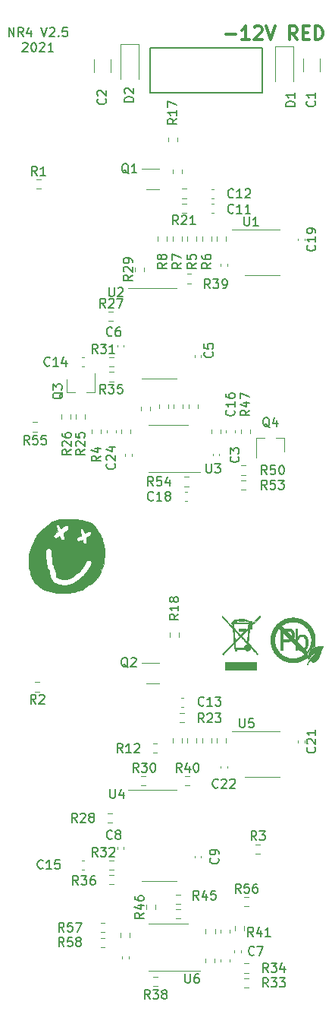
<source format=gbr>
G04 #@! TF.GenerationSoftware,KiCad,Pcbnew,(5.1.10)-1*
G04 #@! TF.CreationDate,2021-12-11T11:34:55-08:00*
G04 #@! TF.ProjectId,paradox,70617261-646f-4782-9e6b-696361645f70,rev?*
G04 #@! TF.SameCoordinates,Original*
G04 #@! TF.FileFunction,Legend,Top*
G04 #@! TF.FilePolarity,Positive*
%FSLAX46Y46*%
G04 Gerber Fmt 4.6, Leading zero omitted, Abs format (unit mm)*
G04 Created by KiCad (PCBNEW (5.1.10)-1) date 2021-12-11 11:34:55*
%MOMM*%
%LPD*%
G01*
G04 APERTURE LIST*
%ADD10C,0.180000*%
%ADD11C,0.375000*%
%ADD12C,0.100000*%
%ADD13C,0.010000*%
%ADD14C,0.120000*%
%ADD15C,0.150000*%
G04 APERTURE END LIST*
D10*
X-36853404Y108387619D02*
X-36853404Y109387619D01*
X-36281976Y108387619D01*
X-36281976Y109387619D01*
X-35234357Y108387619D02*
X-35567690Y108863809D01*
X-35805785Y108387619D02*
X-35805785Y109387619D01*
X-35424833Y109387619D01*
X-35329595Y109340000D01*
X-35281976Y109292380D01*
X-35234357Y109197142D01*
X-35234357Y109054285D01*
X-35281976Y108959047D01*
X-35329595Y108911428D01*
X-35424833Y108863809D01*
X-35805785Y108863809D01*
X-34377214Y109054285D02*
X-34377214Y108387619D01*
X-34615309Y109435238D02*
X-34853404Y108720952D01*
X-34234357Y108720952D01*
X-33234357Y109387619D02*
X-32901023Y108387619D01*
X-32567690Y109387619D01*
X-32281976Y109292380D02*
X-32234357Y109340000D01*
X-32139119Y109387619D01*
X-31901023Y109387619D01*
X-31805785Y109340000D01*
X-31758166Y109292380D01*
X-31710547Y109197142D01*
X-31710547Y109101904D01*
X-31758166Y108959047D01*
X-32329595Y108387619D01*
X-31710547Y108387619D01*
X-31281976Y108482857D02*
X-31234357Y108435238D01*
X-31281976Y108387619D01*
X-31329595Y108435238D01*
X-31281976Y108482857D01*
X-31281976Y108387619D01*
X-30329595Y109387619D02*
X-30805785Y109387619D01*
X-30853404Y108911428D01*
X-30805785Y108959047D01*
X-30710547Y109006666D01*
X-30472452Y109006666D01*
X-30377214Y108959047D01*
X-30329595Y108911428D01*
X-30281976Y108816190D01*
X-30281976Y108578095D01*
X-30329595Y108482857D01*
X-30377214Y108435238D01*
X-30472452Y108387619D01*
X-30710547Y108387619D01*
X-30805785Y108435238D01*
X-30853404Y108482857D01*
X-35305785Y107612380D02*
X-35258166Y107660000D01*
X-35162928Y107707619D01*
X-34924833Y107707619D01*
X-34829595Y107660000D01*
X-34781976Y107612380D01*
X-34734357Y107517142D01*
X-34734357Y107421904D01*
X-34781976Y107279047D01*
X-35353404Y106707619D01*
X-34734357Y106707619D01*
X-34115309Y107707619D02*
X-34020071Y107707619D01*
X-33924833Y107660000D01*
X-33877214Y107612380D01*
X-33829595Y107517142D01*
X-33781976Y107326666D01*
X-33781976Y107088571D01*
X-33829595Y106898095D01*
X-33877214Y106802857D01*
X-33924833Y106755238D01*
X-34020071Y106707619D01*
X-34115309Y106707619D01*
X-34210547Y106755238D01*
X-34258166Y106802857D01*
X-34305785Y106898095D01*
X-34353404Y107088571D01*
X-34353404Y107326666D01*
X-34305785Y107517142D01*
X-34258166Y107612380D01*
X-34210547Y107660000D01*
X-34115309Y107707619D01*
X-33401023Y107612380D02*
X-33353404Y107660000D01*
X-33258166Y107707619D01*
X-33020071Y107707619D01*
X-32924833Y107660000D01*
X-32877214Y107612380D01*
X-32829595Y107517142D01*
X-32829595Y107421904D01*
X-32877214Y107279047D01*
X-33448642Y106707619D01*
X-32829595Y106707619D01*
X-31877214Y106707619D02*
X-32448642Y106707619D01*
X-32162928Y106707619D02*
X-32162928Y107707619D01*
X-32258166Y107564761D01*
X-32353404Y107469523D01*
X-32448642Y107421904D01*
D11*
X-12631857Y108604857D02*
X-11489000Y108604857D01*
X-9989000Y108033428D02*
X-10846142Y108033428D01*
X-10417571Y108033428D02*
X-10417571Y109533428D01*
X-10560428Y109319142D01*
X-10703285Y109176285D01*
X-10846142Y109104857D01*
X-9417571Y109390571D02*
X-9346142Y109462000D01*
X-9203285Y109533428D01*
X-8846142Y109533428D01*
X-8703285Y109462000D01*
X-8631857Y109390571D01*
X-8560428Y109247714D01*
X-8560428Y109104857D01*
X-8631857Y108890571D01*
X-9489000Y108033428D01*
X-8560428Y108033428D01*
X-8131857Y109533428D02*
X-7631857Y108033428D01*
X-7131857Y109533428D01*
X-4631857Y108033428D02*
X-5131857Y108747714D01*
X-5489000Y108033428D02*
X-5489000Y109533428D01*
X-4917571Y109533428D01*
X-4774714Y109462000D01*
X-4703285Y109390571D01*
X-4631857Y109247714D01*
X-4631857Y109033428D01*
X-4703285Y108890571D01*
X-4774714Y108819142D01*
X-4917571Y108747714D01*
X-5489000Y108747714D01*
X-3989000Y108819142D02*
X-3489000Y108819142D01*
X-3274714Y108033428D02*
X-3989000Y108033428D01*
X-3989000Y109533428D01*
X-3274714Y109533428D01*
X-2631857Y108033428D02*
X-2631857Y109533428D01*
X-2274714Y109533428D01*
X-2060428Y109462000D01*
X-1917571Y109319142D01*
X-1846142Y109176285D01*
X-1774714Y108890571D01*
X-1774714Y108676285D01*
X-1846142Y108390571D01*
X-1917571Y108247714D01*
X-2060428Y108104857D01*
X-2274714Y108033428D01*
X-2631857Y108033428D01*
D12*
G04 #@! TO.C,U$3*
G36*
X-5268300Y43637200D02*
G01*
X-4912700Y43637200D01*
X-4912700Y43672800D01*
X-5268300Y43672800D01*
X-5268300Y43637200D01*
G37*
G36*
X-5552800Y43601700D02*
G01*
X-4628200Y43601700D01*
X-4628200Y43637200D01*
X-5552800Y43637200D01*
X-5552800Y43601700D01*
G37*
G36*
X-5730600Y43566100D02*
G01*
X-4450400Y43566100D01*
X-4450400Y43601700D01*
X-5730600Y43601700D01*
X-5730600Y43566100D01*
G37*
G36*
X-5837300Y43530600D02*
G01*
X-4308200Y43530600D01*
X-4308200Y43566100D01*
X-5837300Y43566100D01*
X-5837300Y43530600D01*
G37*
G36*
X-5944000Y43495000D02*
G01*
X-4237100Y43495000D01*
X-4237100Y43530600D01*
X-5944000Y43530600D01*
X-5944000Y43495000D01*
G37*
G36*
X-6050600Y43459400D02*
G01*
X-4130400Y43459400D01*
X-4130400Y43495000D01*
X-6050600Y43495000D01*
X-6050600Y43459400D01*
G37*
G36*
X-6121800Y43423900D02*
G01*
X-4059300Y43423900D01*
X-4059300Y43459400D01*
X-6121800Y43459400D01*
X-6121800Y43423900D01*
G37*
G36*
X-6192900Y43388300D02*
G01*
X-3952600Y43388300D01*
X-3952600Y43423900D01*
X-6192900Y43423900D01*
X-6192900Y43388300D01*
G37*
G36*
X-6264000Y43352800D02*
G01*
X-3881500Y43352800D01*
X-3881500Y43388300D01*
X-6264000Y43388300D01*
X-6264000Y43352800D01*
G37*
G36*
X-6335100Y43317200D02*
G01*
X-3845900Y43317200D01*
X-3845900Y43352800D01*
X-6335100Y43352800D01*
X-6335100Y43317200D01*
G37*
G36*
X-6406200Y43281600D02*
G01*
X-3774800Y43281600D01*
X-3774800Y43317200D01*
X-6406200Y43317200D01*
X-6406200Y43281600D01*
G37*
G36*
X-6477400Y43246100D02*
G01*
X-3703700Y43246100D01*
X-3703700Y43281600D01*
X-6477400Y43281600D01*
X-6477400Y43246100D01*
G37*
G36*
X-6512900Y43210500D02*
G01*
X-3668100Y43210500D01*
X-3668100Y43246100D01*
X-6512900Y43246100D01*
X-6512900Y43210500D01*
G37*
G36*
X-6548500Y43175000D02*
G01*
X-3597000Y43175000D01*
X-3597000Y43210500D01*
X-6548500Y43210500D01*
X-6548500Y43175000D01*
G37*
G36*
X-6619600Y43139400D02*
G01*
X-3561400Y43139400D01*
X-3561400Y43175000D01*
X-6619600Y43175000D01*
X-6619600Y43139400D01*
G37*
G36*
X-4770500Y43103800D02*
G01*
X-3525900Y43103800D01*
X-3525900Y43139400D01*
X-4770500Y43139400D01*
X-4770500Y43103800D01*
G37*
G36*
X-6655200Y43103800D02*
G01*
X-5410600Y43103800D01*
X-5410600Y43139400D01*
X-6655200Y43139400D01*
X-6655200Y43103800D01*
G37*
G36*
X-4592700Y43068300D02*
G01*
X-3454800Y43068300D01*
X-3454800Y43103800D01*
X-4592700Y43103800D01*
X-4592700Y43068300D01*
G37*
G36*
X-6690700Y43068300D02*
G01*
X-5588400Y43068300D01*
X-5588400Y43103800D01*
X-6690700Y43103800D01*
X-6690700Y43068300D01*
G37*
G36*
X-4486000Y43032700D02*
G01*
X-3419200Y43032700D01*
X-3419200Y43068300D01*
X-4486000Y43068300D01*
X-4486000Y43032700D01*
G37*
G36*
X-6761800Y43032700D02*
G01*
X-5695000Y43032700D01*
X-5695000Y43068300D01*
X-6761800Y43068300D01*
X-6761800Y43032700D01*
G37*
G36*
X-4379300Y42997200D02*
G01*
X-3383600Y42997200D01*
X-3383600Y43032700D01*
X-4379300Y43032700D01*
X-4379300Y42997200D01*
G37*
G36*
X-6797400Y42997200D02*
G01*
X-5801700Y42997200D01*
X-5801700Y43032700D01*
X-6797400Y43032700D01*
X-6797400Y42997200D01*
G37*
G36*
X-4272600Y42961600D02*
G01*
X-3348100Y42961600D01*
X-3348100Y42997200D01*
X-4272600Y42997200D01*
X-4272600Y42961600D01*
G37*
G36*
X-6833000Y42961600D02*
G01*
X-5872800Y42961600D01*
X-5872800Y42997200D01*
X-6833000Y42997200D01*
X-6833000Y42961600D01*
G37*
G36*
X-4201500Y42926000D02*
G01*
X-3312500Y42926000D01*
X-3312500Y42961600D01*
X-4201500Y42961600D01*
X-4201500Y42926000D01*
G37*
G36*
X-6868500Y42926000D02*
G01*
X-5979500Y42926000D01*
X-5979500Y42961600D01*
X-6868500Y42961600D01*
X-6868500Y42926000D01*
G37*
G36*
X-4130400Y42890500D02*
G01*
X-3277000Y42890500D01*
X-3277000Y42926000D01*
X-4130400Y42926000D01*
X-4130400Y42890500D01*
G37*
G36*
X-6904100Y42890500D02*
G01*
X-6015100Y42890500D01*
X-6015100Y42926000D01*
X-6904100Y42926000D01*
X-6904100Y42890500D01*
G37*
G36*
X-4094800Y42854900D02*
G01*
X-3241400Y42854900D01*
X-3241400Y42890500D01*
X-4094800Y42890500D01*
X-4094800Y42854900D01*
G37*
G36*
X-6939600Y42854900D02*
G01*
X-6086200Y42854900D01*
X-6086200Y42890500D01*
X-6939600Y42890500D01*
X-6939600Y42854900D01*
G37*
G36*
X-4023700Y42819400D02*
G01*
X-3205800Y42819400D01*
X-3205800Y42854900D01*
X-4023700Y42854900D01*
X-4023700Y42819400D01*
G37*
G36*
X-6975200Y42819400D02*
G01*
X-6157300Y42819400D01*
X-6157300Y42854900D01*
X-6975200Y42854900D01*
X-6975200Y42819400D01*
G37*
G36*
X-3952600Y42783800D02*
G01*
X-3170300Y42783800D01*
X-3170300Y42819400D01*
X-3952600Y42819400D01*
X-3952600Y42783800D01*
G37*
G36*
X-7010800Y42783800D02*
G01*
X-6192900Y42783800D01*
X-6192900Y42819400D01*
X-7010800Y42819400D01*
X-7010800Y42783800D01*
G37*
G36*
X-3917000Y42748200D02*
G01*
X-3134700Y42748200D01*
X-3134700Y42783800D01*
X-3917000Y42783800D01*
X-3917000Y42748200D01*
G37*
G36*
X-7010800Y42748200D02*
G01*
X-6264000Y42748200D01*
X-6264000Y42783800D01*
X-7010800Y42783800D01*
X-7010800Y42748200D01*
G37*
G36*
X-3881500Y42712700D02*
G01*
X-3134700Y42712700D01*
X-3134700Y42748200D01*
X-3881500Y42748200D01*
X-3881500Y42712700D01*
G37*
G36*
X-7046300Y42712700D02*
G01*
X-6299600Y42712700D01*
X-6299600Y42748200D01*
X-7046300Y42748200D01*
X-7046300Y42712700D01*
G37*
G36*
X-3810400Y42677100D02*
G01*
X-3099200Y42677100D01*
X-3099200Y42712700D01*
X-3810400Y42712700D01*
X-3810400Y42677100D01*
G37*
G36*
X-7081900Y42677100D02*
G01*
X-6299600Y42677100D01*
X-6299600Y42712700D01*
X-7081900Y42712700D01*
X-7081900Y42677100D01*
G37*
G36*
X-3774800Y42641600D02*
G01*
X-3063600Y42641600D01*
X-3063600Y42677100D01*
X-3774800Y42677100D01*
X-3774800Y42641600D01*
G37*
G36*
X-7117400Y42641600D02*
G01*
X-6264000Y42641600D01*
X-6264000Y42677100D01*
X-7117400Y42677100D01*
X-7117400Y42641600D01*
G37*
G36*
X-3739200Y42606000D02*
G01*
X-3028000Y42606000D01*
X-3028000Y42641600D01*
X-3739200Y42641600D01*
X-3739200Y42606000D01*
G37*
G36*
X-7153000Y42606000D02*
G01*
X-6228400Y42606000D01*
X-6228400Y42641600D01*
X-7153000Y42641600D01*
X-7153000Y42606000D01*
G37*
G36*
X-3703700Y42570400D02*
G01*
X-3028000Y42570400D01*
X-3028000Y42606000D01*
X-3703700Y42606000D01*
X-3703700Y42570400D01*
G37*
G36*
X-7153000Y42570400D02*
G01*
X-6192900Y42570400D01*
X-6192900Y42606000D01*
X-7153000Y42606000D01*
X-7153000Y42570400D01*
G37*
G36*
X-3668100Y42534900D02*
G01*
X-2992500Y42534900D01*
X-2992500Y42570400D01*
X-3668100Y42570400D01*
X-3668100Y42534900D01*
G37*
G36*
X-7188600Y42534900D02*
G01*
X-6157300Y42534900D01*
X-6157300Y42570400D01*
X-7188600Y42570400D01*
X-7188600Y42534900D01*
G37*
G36*
X-3632600Y42499300D02*
G01*
X-2956900Y42499300D01*
X-2956900Y42534900D01*
X-3632600Y42534900D01*
X-3632600Y42499300D01*
G37*
G36*
X-7224100Y42499300D02*
G01*
X-6121800Y42499300D01*
X-6121800Y42534900D01*
X-7224100Y42534900D01*
X-7224100Y42499300D01*
G37*
G36*
X-3597000Y42463800D02*
G01*
X-2956900Y42463800D01*
X-2956900Y42499300D01*
X-3597000Y42499300D01*
X-3597000Y42463800D01*
G37*
G36*
X-7224100Y42463800D02*
G01*
X-6086200Y42463800D01*
X-6086200Y42499300D01*
X-7224100Y42499300D01*
X-7224100Y42463800D01*
G37*
G36*
X-3561400Y42428200D02*
G01*
X-2921400Y42428200D01*
X-2921400Y42463800D01*
X-3561400Y42463800D01*
X-3561400Y42428200D01*
G37*
G36*
X-4841600Y42428200D02*
G01*
X-4521600Y42428200D01*
X-4521600Y42463800D01*
X-4841600Y42463800D01*
X-4841600Y42428200D01*
G37*
G36*
X-7259700Y42428200D02*
G01*
X-5481700Y42428200D01*
X-5481700Y42463800D01*
X-7259700Y42463800D01*
X-7259700Y42428200D01*
G37*
G36*
X-3525900Y42392600D02*
G01*
X-2885800Y42392600D01*
X-2885800Y42428200D01*
X-3525900Y42428200D01*
X-3525900Y42392600D01*
G37*
G36*
X-4841600Y42392600D02*
G01*
X-4521600Y42392600D01*
X-4521600Y42428200D01*
X-4841600Y42428200D01*
X-4841600Y42392600D01*
G37*
G36*
X-7259700Y42392600D02*
G01*
X-5303900Y42392600D01*
X-5303900Y42428200D01*
X-7259700Y42428200D01*
X-7259700Y42392600D01*
G37*
G36*
X-3490300Y42357100D02*
G01*
X-2885800Y42357100D01*
X-2885800Y42392600D01*
X-3490300Y42392600D01*
X-3490300Y42357100D01*
G37*
G36*
X-4841600Y42357100D02*
G01*
X-4521600Y42357100D01*
X-4521600Y42392600D01*
X-4841600Y42392600D01*
X-4841600Y42357100D01*
G37*
G36*
X-7295200Y42357100D02*
G01*
X-5197200Y42357100D01*
X-5197200Y42392600D01*
X-7295200Y42392600D01*
X-7295200Y42357100D01*
G37*
G36*
X-3490300Y42321500D02*
G01*
X-2850200Y42321500D01*
X-2850200Y42357100D01*
X-3490300Y42357100D01*
X-3490300Y42321500D01*
G37*
G36*
X-4841600Y42321500D02*
G01*
X-4521600Y42321500D01*
X-4521600Y42357100D01*
X-4841600Y42357100D01*
X-4841600Y42321500D01*
G37*
G36*
X-6619600Y42321500D02*
G01*
X-5161600Y42321500D01*
X-5161600Y42357100D01*
X-6619600Y42357100D01*
X-6619600Y42321500D01*
G37*
G36*
X-7330800Y42321500D02*
G01*
X-6690700Y42321500D01*
X-6690700Y42357100D01*
X-7330800Y42357100D01*
X-7330800Y42321500D01*
G37*
G36*
X-3454800Y42286000D02*
G01*
X-2850200Y42286000D01*
X-2850200Y42321500D01*
X-3454800Y42321500D01*
X-3454800Y42286000D01*
G37*
G36*
X-4841600Y42286000D02*
G01*
X-4521600Y42286000D01*
X-4521600Y42321500D01*
X-4841600Y42321500D01*
X-4841600Y42286000D01*
G37*
G36*
X-6584000Y42286000D02*
G01*
X-5126100Y42286000D01*
X-5126100Y42321500D01*
X-6584000Y42321500D01*
X-6584000Y42286000D01*
G37*
G36*
X-7330800Y42286000D02*
G01*
X-6726300Y42286000D01*
X-6726300Y42321500D01*
X-7330800Y42321500D01*
X-7330800Y42286000D01*
G37*
G36*
X-3419200Y42250400D02*
G01*
X-2814700Y42250400D01*
X-2814700Y42286000D01*
X-3419200Y42286000D01*
X-3419200Y42250400D01*
G37*
G36*
X-4841600Y42250400D02*
G01*
X-4521600Y42250400D01*
X-4521600Y42286000D01*
X-4841600Y42286000D01*
X-4841600Y42250400D01*
G37*
G36*
X-6548500Y42250400D02*
G01*
X-5055000Y42250400D01*
X-5055000Y42286000D01*
X-6548500Y42286000D01*
X-6548500Y42250400D01*
G37*
G36*
X-7366400Y42250400D02*
G01*
X-6761800Y42250400D01*
X-6761800Y42286000D01*
X-7366400Y42286000D01*
X-7366400Y42250400D01*
G37*
G36*
X-3419200Y42214800D02*
G01*
X-2814700Y42214800D01*
X-2814700Y42250400D01*
X-3419200Y42250400D01*
X-3419200Y42214800D01*
G37*
G36*
X-4841600Y42214800D02*
G01*
X-4521600Y42214800D01*
X-4521600Y42250400D01*
X-4841600Y42250400D01*
X-4841600Y42214800D01*
G37*
G36*
X-6512900Y42214800D02*
G01*
X-5055000Y42214800D01*
X-5055000Y42250400D01*
X-6512900Y42250400D01*
X-6512900Y42214800D01*
G37*
G36*
X-7366400Y42214800D02*
G01*
X-6761800Y42214800D01*
X-6761800Y42250400D01*
X-7366400Y42250400D01*
X-7366400Y42214800D01*
G37*
G36*
X-3383600Y42179300D02*
G01*
X-2779100Y42179300D01*
X-2779100Y42214800D01*
X-3383600Y42214800D01*
X-3383600Y42179300D01*
G37*
G36*
X-4841600Y42179300D02*
G01*
X-4521600Y42179300D01*
X-4521600Y42214800D01*
X-4841600Y42214800D01*
X-4841600Y42179300D01*
G37*
G36*
X-6477400Y42179300D02*
G01*
X-5019400Y42179300D01*
X-5019400Y42214800D01*
X-6477400Y42214800D01*
X-6477400Y42179300D01*
G37*
G36*
X-7401900Y42179300D02*
G01*
X-6797400Y42179300D01*
X-6797400Y42214800D01*
X-7401900Y42214800D01*
X-7401900Y42179300D01*
G37*
G36*
X-3348100Y42143700D02*
G01*
X-2779100Y42143700D01*
X-2779100Y42179300D01*
X-3348100Y42179300D01*
X-3348100Y42143700D01*
G37*
G36*
X-4841600Y42143700D02*
G01*
X-4521600Y42143700D01*
X-4521600Y42179300D01*
X-4841600Y42179300D01*
X-4841600Y42143700D01*
G37*
G36*
X-6477400Y42143700D02*
G01*
X-4983800Y42143700D01*
X-4983800Y42179300D01*
X-6477400Y42179300D01*
X-6477400Y42143700D01*
G37*
G36*
X-7401900Y42143700D02*
G01*
X-6797400Y42143700D01*
X-6797400Y42179300D01*
X-7401900Y42179300D01*
X-7401900Y42143700D01*
G37*
G36*
X-3348100Y42108200D02*
G01*
X-2743600Y42108200D01*
X-2743600Y42143700D01*
X-3348100Y42143700D01*
X-3348100Y42108200D01*
G37*
G36*
X-4841600Y42108200D02*
G01*
X-4521600Y42108200D01*
X-4521600Y42143700D01*
X-4841600Y42143700D01*
X-4841600Y42108200D01*
G37*
G36*
X-6477400Y42108200D02*
G01*
X-4983800Y42108200D01*
X-4983800Y42143700D01*
X-6477400Y42143700D01*
X-6477400Y42108200D01*
G37*
G36*
X-7401900Y42108200D02*
G01*
X-6833000Y42108200D01*
X-6833000Y42143700D01*
X-7401900Y42143700D01*
X-7401900Y42108200D01*
G37*
G36*
X-3312500Y42072600D02*
G01*
X-2743600Y42072600D01*
X-2743600Y42108200D01*
X-3312500Y42108200D01*
X-3312500Y42072600D01*
G37*
G36*
X-4841600Y42072600D02*
G01*
X-4521600Y42072600D01*
X-4521600Y42108200D01*
X-4841600Y42108200D01*
X-4841600Y42072600D01*
G37*
G36*
X-5410600Y42072600D02*
G01*
X-4948300Y42072600D01*
X-4948300Y42108200D01*
X-5410600Y42108200D01*
X-5410600Y42072600D01*
G37*
G36*
X-6477400Y42072600D02*
G01*
X-5695000Y42072600D01*
X-5695000Y42108200D01*
X-6477400Y42108200D01*
X-6477400Y42072600D01*
G37*
G36*
X-7437500Y42072600D02*
G01*
X-6868500Y42072600D01*
X-6868500Y42108200D01*
X-7437500Y42108200D01*
X-7437500Y42072600D01*
G37*
G36*
X-3312500Y42037000D02*
G01*
X-2743600Y42037000D01*
X-2743600Y42072600D01*
X-3312500Y42072600D01*
X-3312500Y42037000D01*
G37*
G36*
X-4841600Y42037000D02*
G01*
X-4521600Y42037000D01*
X-4521600Y42072600D01*
X-4841600Y42072600D01*
X-4841600Y42037000D01*
G37*
G36*
X-5339400Y42037000D02*
G01*
X-4948300Y42037000D01*
X-4948300Y42072600D01*
X-5339400Y42072600D01*
X-5339400Y42037000D01*
G37*
G36*
X-6477400Y42037000D02*
G01*
X-5659500Y42037000D01*
X-5659500Y42072600D01*
X-6477400Y42072600D01*
X-6477400Y42037000D01*
G37*
G36*
X-7437500Y42037000D02*
G01*
X-6868500Y42037000D01*
X-6868500Y42072600D01*
X-7437500Y42072600D01*
X-7437500Y42037000D01*
G37*
G36*
X-3277000Y42001500D02*
G01*
X-2708000Y42001500D01*
X-2708000Y42037000D01*
X-3277000Y42037000D01*
X-3277000Y42001500D01*
G37*
G36*
X-4841600Y42001500D02*
G01*
X-4521600Y42001500D01*
X-4521600Y42037000D01*
X-4841600Y42037000D01*
X-4841600Y42001500D01*
G37*
G36*
X-5303900Y42001500D02*
G01*
X-4912700Y42001500D01*
X-4912700Y42037000D01*
X-5303900Y42037000D01*
X-5303900Y42001500D01*
G37*
G36*
X-6477400Y42001500D02*
G01*
X-5623900Y42001500D01*
X-5623900Y42037000D01*
X-6477400Y42037000D01*
X-6477400Y42001500D01*
G37*
G36*
X-7473000Y42001500D02*
G01*
X-6904100Y42001500D01*
X-6904100Y42037000D01*
X-7473000Y42037000D01*
X-7473000Y42001500D01*
G37*
G36*
X-3277000Y41965900D02*
G01*
X-2708000Y41965900D01*
X-2708000Y42001500D01*
X-3277000Y42001500D01*
X-3277000Y41965900D01*
G37*
G36*
X-4841600Y41965900D02*
G01*
X-4521600Y41965900D01*
X-4521600Y42001500D01*
X-4841600Y42001500D01*
X-4841600Y41965900D01*
G37*
G36*
X-5303900Y41965900D02*
G01*
X-4912700Y41965900D01*
X-4912700Y42001500D01*
X-5303900Y42001500D01*
X-5303900Y41965900D01*
G37*
G36*
X-6477400Y41965900D02*
G01*
X-5588400Y41965900D01*
X-5588400Y42001500D01*
X-6477400Y42001500D01*
X-6477400Y41965900D01*
G37*
G36*
X-7473000Y41965900D02*
G01*
X-6904100Y41965900D01*
X-6904100Y42001500D01*
X-7473000Y42001500D01*
X-7473000Y41965900D01*
G37*
G36*
X-3241400Y41930400D02*
G01*
X-2708000Y41930400D01*
X-2708000Y41965900D01*
X-3241400Y41965900D01*
X-3241400Y41930400D01*
G37*
G36*
X-4841600Y41930400D02*
G01*
X-4521600Y41930400D01*
X-4521600Y41965900D01*
X-4841600Y41965900D01*
X-4841600Y41930400D01*
G37*
G36*
X-5268300Y41930400D02*
G01*
X-4912700Y41930400D01*
X-4912700Y41965900D01*
X-5268300Y41965900D01*
X-5268300Y41930400D01*
G37*
G36*
X-6477400Y41930400D02*
G01*
X-5552800Y41930400D01*
X-5552800Y41965900D01*
X-6477400Y41965900D01*
X-6477400Y41930400D01*
G37*
G36*
X-7473000Y41930400D02*
G01*
X-6939600Y41930400D01*
X-6939600Y41965900D01*
X-7473000Y41965900D01*
X-7473000Y41930400D01*
G37*
G36*
X-3241400Y41894800D02*
G01*
X-2672400Y41894800D01*
X-2672400Y41930400D01*
X-3241400Y41930400D01*
X-3241400Y41894800D01*
G37*
G36*
X-4841600Y41894800D02*
G01*
X-4521600Y41894800D01*
X-4521600Y41930400D01*
X-4841600Y41930400D01*
X-4841600Y41894800D01*
G37*
G36*
X-5232800Y41894800D02*
G01*
X-4912700Y41894800D01*
X-4912700Y41930400D01*
X-5232800Y41930400D01*
X-5232800Y41894800D01*
G37*
G36*
X-6477400Y41894800D02*
G01*
X-5517200Y41894800D01*
X-5517200Y41930400D01*
X-6477400Y41930400D01*
X-6477400Y41894800D01*
G37*
G36*
X-7508600Y41894800D02*
G01*
X-6939600Y41894800D01*
X-6939600Y41930400D01*
X-7508600Y41930400D01*
X-7508600Y41894800D01*
G37*
G36*
X-3205800Y41859200D02*
G01*
X-2672400Y41859200D01*
X-2672400Y41894800D01*
X-3205800Y41894800D01*
X-3205800Y41859200D01*
G37*
G36*
X-4841600Y41859200D02*
G01*
X-4521600Y41859200D01*
X-4521600Y41894800D01*
X-4841600Y41894800D01*
X-4841600Y41859200D01*
G37*
G36*
X-5232800Y41859200D02*
G01*
X-4912700Y41859200D01*
X-4912700Y41894800D01*
X-5232800Y41894800D01*
X-5232800Y41859200D01*
G37*
G36*
X-6157300Y41859200D02*
G01*
X-5481700Y41859200D01*
X-5481700Y41894800D01*
X-6157300Y41894800D01*
X-6157300Y41859200D01*
G37*
G36*
X-6477400Y41859200D02*
G01*
X-6192900Y41859200D01*
X-6192900Y41894800D01*
X-6477400Y41894800D01*
X-6477400Y41859200D01*
G37*
G36*
X-7508600Y41859200D02*
G01*
X-6939600Y41859200D01*
X-6939600Y41894800D01*
X-7508600Y41894800D01*
X-7508600Y41859200D01*
G37*
G36*
X-3205800Y41823700D02*
G01*
X-2672400Y41823700D01*
X-2672400Y41859200D01*
X-3205800Y41859200D01*
X-3205800Y41823700D01*
G37*
G36*
X-4841600Y41823700D02*
G01*
X-4521600Y41823700D01*
X-4521600Y41859200D01*
X-4841600Y41859200D01*
X-4841600Y41823700D01*
G37*
G36*
X-5232800Y41823700D02*
G01*
X-4877200Y41823700D01*
X-4877200Y41859200D01*
X-5232800Y41859200D01*
X-5232800Y41823700D01*
G37*
G36*
X-6121800Y41823700D02*
G01*
X-5446100Y41823700D01*
X-5446100Y41859200D01*
X-6121800Y41859200D01*
X-6121800Y41823700D01*
G37*
G36*
X-6477400Y41823700D02*
G01*
X-6192900Y41823700D01*
X-6192900Y41859200D01*
X-6477400Y41859200D01*
X-6477400Y41823700D01*
G37*
G36*
X-7508600Y41823700D02*
G01*
X-6975200Y41823700D01*
X-6975200Y41859200D01*
X-7508600Y41859200D01*
X-7508600Y41823700D01*
G37*
G36*
X-3205800Y41788100D02*
G01*
X-2636900Y41788100D01*
X-2636900Y41823700D01*
X-3205800Y41823700D01*
X-3205800Y41788100D01*
G37*
G36*
X-4841600Y41788100D02*
G01*
X-4521600Y41788100D01*
X-4521600Y41823700D01*
X-4841600Y41823700D01*
X-4841600Y41788100D01*
G37*
G36*
X-5232800Y41788100D02*
G01*
X-4877200Y41788100D01*
X-4877200Y41823700D01*
X-5232800Y41823700D01*
X-5232800Y41788100D01*
G37*
G36*
X-6086200Y41788100D02*
G01*
X-5410600Y41788100D01*
X-5410600Y41823700D01*
X-6086200Y41823700D01*
X-6086200Y41788100D01*
G37*
G36*
X-6477400Y41788100D02*
G01*
X-6192900Y41788100D01*
X-6192900Y41823700D01*
X-6477400Y41823700D01*
X-6477400Y41788100D01*
G37*
G36*
X-7544200Y41788100D02*
G01*
X-6975200Y41788100D01*
X-6975200Y41823700D01*
X-7544200Y41823700D01*
X-7544200Y41788100D01*
G37*
G36*
X-3170300Y41752600D02*
G01*
X-2636900Y41752600D01*
X-2636900Y41788100D01*
X-3170300Y41788100D01*
X-3170300Y41752600D01*
G37*
G36*
X-4308200Y41752600D02*
G01*
X-3845900Y41752600D01*
X-3845900Y41788100D01*
X-4308200Y41788100D01*
X-4308200Y41752600D01*
G37*
G36*
X-4841600Y41752600D02*
G01*
X-4521600Y41752600D01*
X-4521600Y41788100D01*
X-4841600Y41788100D01*
X-4841600Y41752600D01*
G37*
G36*
X-5197200Y41752600D02*
G01*
X-4877200Y41752600D01*
X-4877200Y41788100D01*
X-5197200Y41788100D01*
X-5197200Y41752600D01*
G37*
G36*
X-6050600Y41752600D02*
G01*
X-5375000Y41752600D01*
X-5375000Y41788100D01*
X-6050600Y41788100D01*
X-6050600Y41752600D01*
G37*
G36*
X-6477400Y41752600D02*
G01*
X-6192900Y41752600D01*
X-6192900Y41788100D01*
X-6477400Y41788100D01*
X-6477400Y41752600D01*
G37*
G36*
X-7544200Y41752600D02*
G01*
X-7010800Y41752600D01*
X-7010800Y41788100D01*
X-7544200Y41788100D01*
X-7544200Y41752600D01*
G37*
G36*
X-3170300Y41717000D02*
G01*
X-2636900Y41717000D01*
X-2636900Y41752600D01*
X-3170300Y41752600D01*
X-3170300Y41717000D01*
G37*
G36*
X-4379300Y41717000D02*
G01*
X-3774800Y41717000D01*
X-3774800Y41752600D01*
X-4379300Y41752600D01*
X-4379300Y41717000D01*
G37*
G36*
X-4841600Y41717000D02*
G01*
X-4521600Y41717000D01*
X-4521600Y41752600D01*
X-4841600Y41752600D01*
X-4841600Y41717000D01*
G37*
G36*
X-5197200Y41717000D02*
G01*
X-4877200Y41717000D01*
X-4877200Y41752600D01*
X-5197200Y41752600D01*
X-5197200Y41717000D01*
G37*
G36*
X-6015100Y41717000D02*
G01*
X-5339400Y41717000D01*
X-5339400Y41752600D01*
X-6015100Y41752600D01*
X-6015100Y41717000D01*
G37*
G36*
X-6477400Y41717000D02*
G01*
X-6192900Y41717000D01*
X-6192900Y41752600D01*
X-6477400Y41752600D01*
X-6477400Y41717000D01*
G37*
G36*
X-7544200Y41717000D02*
G01*
X-7010800Y41717000D01*
X-7010800Y41752600D01*
X-7544200Y41752600D01*
X-7544200Y41717000D01*
G37*
G36*
X-3170300Y41681400D02*
G01*
X-2636900Y41681400D01*
X-2636900Y41717000D01*
X-3170300Y41717000D01*
X-3170300Y41681400D01*
G37*
G36*
X-4414900Y41681400D02*
G01*
X-3703700Y41681400D01*
X-3703700Y41717000D01*
X-4414900Y41717000D01*
X-4414900Y41681400D01*
G37*
G36*
X-4841600Y41681400D02*
G01*
X-4521600Y41681400D01*
X-4521600Y41717000D01*
X-4841600Y41717000D01*
X-4841600Y41681400D01*
G37*
G36*
X-5197200Y41681400D02*
G01*
X-4877200Y41681400D01*
X-4877200Y41717000D01*
X-5197200Y41717000D01*
X-5197200Y41681400D01*
G37*
G36*
X-5979500Y41681400D02*
G01*
X-5303900Y41681400D01*
X-5303900Y41717000D01*
X-5979500Y41717000D01*
X-5979500Y41681400D01*
G37*
G36*
X-6477400Y41681400D02*
G01*
X-6192900Y41681400D01*
X-6192900Y41717000D01*
X-6477400Y41717000D01*
X-6477400Y41681400D01*
G37*
G36*
X-7544200Y41681400D02*
G01*
X-7010800Y41681400D01*
X-7010800Y41717000D01*
X-7544200Y41717000D01*
X-7544200Y41681400D01*
G37*
G36*
X-3134700Y41645900D02*
G01*
X-2601300Y41645900D01*
X-2601300Y41681400D01*
X-3134700Y41681400D01*
X-3134700Y41645900D01*
G37*
G36*
X-4450400Y41645900D02*
G01*
X-3668100Y41645900D01*
X-3668100Y41681400D01*
X-4450400Y41681400D01*
X-4450400Y41645900D01*
G37*
G36*
X-4841600Y41645900D02*
G01*
X-4521600Y41645900D01*
X-4521600Y41681400D01*
X-4841600Y41681400D01*
X-4841600Y41645900D01*
G37*
G36*
X-5197200Y41645900D02*
G01*
X-4877200Y41645900D01*
X-4877200Y41681400D01*
X-5197200Y41681400D01*
X-5197200Y41645900D01*
G37*
G36*
X-5944000Y41645900D02*
G01*
X-5268300Y41645900D01*
X-5268300Y41681400D01*
X-5944000Y41681400D01*
X-5944000Y41645900D01*
G37*
G36*
X-6477400Y41645900D02*
G01*
X-6192900Y41645900D01*
X-6192900Y41681400D01*
X-6477400Y41681400D01*
X-6477400Y41645900D01*
G37*
G36*
X-7579700Y41645900D02*
G01*
X-7046300Y41645900D01*
X-7046300Y41681400D01*
X-7579700Y41681400D01*
X-7579700Y41645900D01*
G37*
G36*
X-3134700Y41610300D02*
G01*
X-2601300Y41610300D01*
X-2601300Y41645900D01*
X-3134700Y41645900D01*
X-3134700Y41610300D01*
G37*
G36*
X-4486000Y41610300D02*
G01*
X-3632600Y41610300D01*
X-3632600Y41645900D01*
X-4486000Y41645900D01*
X-4486000Y41610300D01*
G37*
G36*
X-4841600Y41610300D02*
G01*
X-4521600Y41610300D01*
X-4521600Y41645900D01*
X-4841600Y41645900D01*
X-4841600Y41610300D01*
G37*
G36*
X-5197200Y41610300D02*
G01*
X-4877200Y41610300D01*
X-4877200Y41645900D01*
X-5197200Y41645900D01*
X-5197200Y41610300D01*
G37*
G36*
X-5908400Y41610300D02*
G01*
X-5232800Y41610300D01*
X-5232800Y41645900D01*
X-5908400Y41645900D01*
X-5908400Y41610300D01*
G37*
G36*
X-6477400Y41610300D02*
G01*
X-6192900Y41610300D01*
X-6192900Y41645900D01*
X-6477400Y41645900D01*
X-6477400Y41610300D01*
G37*
G36*
X-7579700Y41610300D02*
G01*
X-7046300Y41610300D01*
X-7046300Y41645900D01*
X-7579700Y41645900D01*
X-7579700Y41610300D01*
G37*
G36*
X-3134700Y41574800D02*
G01*
X-2601300Y41574800D01*
X-2601300Y41610300D01*
X-3134700Y41610300D01*
X-3134700Y41574800D01*
G37*
G36*
X-4841600Y41574800D02*
G01*
X-3597000Y41574800D01*
X-3597000Y41610300D01*
X-4841600Y41610300D01*
X-4841600Y41574800D01*
G37*
G36*
X-5872800Y41574800D02*
G01*
X-4877200Y41574800D01*
X-4877200Y41610300D01*
X-5872800Y41610300D01*
X-5872800Y41574800D01*
G37*
G36*
X-6477400Y41574800D02*
G01*
X-6192900Y41574800D01*
X-6192900Y41610300D01*
X-6477400Y41610300D01*
X-6477400Y41574800D01*
G37*
G36*
X-7579700Y41574800D02*
G01*
X-7046300Y41574800D01*
X-7046300Y41610300D01*
X-7579700Y41610300D01*
X-7579700Y41574800D01*
G37*
G36*
X-3134700Y41539200D02*
G01*
X-2601300Y41539200D01*
X-2601300Y41574800D01*
X-3134700Y41574800D01*
X-3134700Y41539200D01*
G37*
G36*
X-4841600Y41539200D02*
G01*
X-3561400Y41539200D01*
X-3561400Y41574800D01*
X-4841600Y41574800D01*
X-4841600Y41539200D01*
G37*
G36*
X-5837300Y41539200D02*
G01*
X-4912700Y41539200D01*
X-4912700Y41574800D01*
X-5837300Y41574800D01*
X-5837300Y41539200D01*
G37*
G36*
X-6477400Y41539200D02*
G01*
X-6192900Y41539200D01*
X-6192900Y41574800D01*
X-6477400Y41574800D01*
X-6477400Y41539200D01*
G37*
G36*
X-7579700Y41539200D02*
G01*
X-7046300Y41539200D01*
X-7046300Y41574800D01*
X-7579700Y41574800D01*
X-7579700Y41539200D01*
G37*
G36*
X-3099200Y41503600D02*
G01*
X-2601300Y41503600D01*
X-2601300Y41539200D01*
X-3099200Y41539200D01*
X-3099200Y41503600D01*
G37*
G36*
X-4841600Y41503600D02*
G01*
X-3525900Y41503600D01*
X-3525900Y41539200D01*
X-4841600Y41539200D01*
X-4841600Y41503600D01*
G37*
G36*
X-5801700Y41503600D02*
G01*
X-4912700Y41503600D01*
X-4912700Y41539200D01*
X-5801700Y41539200D01*
X-5801700Y41503600D01*
G37*
G36*
X-6477400Y41503600D02*
G01*
X-6192900Y41503600D01*
X-6192900Y41539200D01*
X-6477400Y41539200D01*
X-6477400Y41503600D01*
G37*
G36*
X-7579700Y41503600D02*
G01*
X-7046300Y41503600D01*
X-7046300Y41539200D01*
X-7579700Y41539200D01*
X-7579700Y41503600D01*
G37*
G36*
X-3099200Y41468100D02*
G01*
X-2601300Y41468100D01*
X-2601300Y41503600D01*
X-3099200Y41503600D01*
X-3099200Y41468100D01*
G37*
G36*
X-3988200Y41468100D02*
G01*
X-3490300Y41468100D01*
X-3490300Y41503600D01*
X-3988200Y41503600D01*
X-3988200Y41468100D01*
G37*
G36*
X-4841600Y41468100D02*
G01*
X-4237100Y41468100D01*
X-4237100Y41503600D01*
X-4841600Y41503600D01*
X-4841600Y41468100D01*
G37*
G36*
X-5766200Y41468100D02*
G01*
X-4912700Y41468100D01*
X-4912700Y41503600D01*
X-5766200Y41503600D01*
X-5766200Y41468100D01*
G37*
G36*
X-6477400Y41468100D02*
G01*
X-6192900Y41468100D01*
X-6192900Y41503600D01*
X-6477400Y41503600D01*
X-6477400Y41468100D01*
G37*
G36*
X-7579700Y41468100D02*
G01*
X-7081900Y41468100D01*
X-7081900Y41503600D01*
X-7579700Y41503600D01*
X-7579700Y41468100D01*
G37*
G36*
X-3099200Y41432500D02*
G01*
X-2565800Y41432500D01*
X-2565800Y41468100D01*
X-3099200Y41468100D01*
X-3099200Y41432500D01*
G37*
G36*
X-3917000Y41432500D02*
G01*
X-3490300Y41432500D01*
X-3490300Y41468100D01*
X-3917000Y41468100D01*
X-3917000Y41432500D01*
G37*
G36*
X-4841600Y41432500D02*
G01*
X-4308200Y41432500D01*
X-4308200Y41468100D01*
X-4841600Y41468100D01*
X-4841600Y41432500D01*
G37*
G36*
X-5730600Y41432500D02*
G01*
X-4912700Y41432500D01*
X-4912700Y41468100D01*
X-5730600Y41468100D01*
X-5730600Y41432500D01*
G37*
G36*
X-6477400Y41432500D02*
G01*
X-6192900Y41432500D01*
X-6192900Y41468100D01*
X-6477400Y41468100D01*
X-6477400Y41432500D01*
G37*
G36*
X-7579700Y41432500D02*
G01*
X-7081900Y41432500D01*
X-7081900Y41468100D01*
X-7579700Y41468100D01*
X-7579700Y41432500D01*
G37*
G36*
X-3099200Y41397000D02*
G01*
X-2565800Y41397000D01*
X-2565800Y41432500D01*
X-3099200Y41432500D01*
X-3099200Y41397000D01*
G37*
G36*
X-3881500Y41397000D02*
G01*
X-3454800Y41397000D01*
X-3454800Y41432500D01*
X-3881500Y41432500D01*
X-3881500Y41397000D01*
G37*
G36*
X-4841600Y41397000D02*
G01*
X-4343800Y41397000D01*
X-4343800Y41432500D01*
X-4841600Y41432500D01*
X-4841600Y41397000D01*
G37*
G36*
X-5695000Y41397000D02*
G01*
X-4912700Y41397000D01*
X-4912700Y41432500D01*
X-5695000Y41432500D01*
X-5695000Y41397000D01*
G37*
G36*
X-6477400Y41397000D02*
G01*
X-6192900Y41397000D01*
X-6192900Y41432500D01*
X-6477400Y41432500D01*
X-6477400Y41397000D01*
G37*
G36*
X-7615300Y41397000D02*
G01*
X-7081900Y41397000D01*
X-7081900Y41432500D01*
X-7615300Y41432500D01*
X-7615300Y41397000D01*
G37*
G36*
X-3099200Y41361400D02*
G01*
X-2565800Y41361400D01*
X-2565800Y41397000D01*
X-3099200Y41397000D01*
X-3099200Y41361400D01*
G37*
G36*
X-3845900Y41361400D02*
G01*
X-3454800Y41361400D01*
X-3454800Y41397000D01*
X-3845900Y41397000D01*
X-3845900Y41361400D01*
G37*
G36*
X-4841600Y41361400D02*
G01*
X-4379300Y41361400D01*
X-4379300Y41397000D01*
X-4841600Y41397000D01*
X-4841600Y41361400D01*
G37*
G36*
X-5659500Y41361400D02*
G01*
X-4948300Y41361400D01*
X-4948300Y41397000D01*
X-5659500Y41397000D01*
X-5659500Y41361400D01*
G37*
G36*
X-6477400Y41361400D02*
G01*
X-6192900Y41361400D01*
X-6192900Y41397000D01*
X-6477400Y41397000D01*
X-6477400Y41361400D01*
G37*
G36*
X-7615300Y41361400D02*
G01*
X-7081900Y41361400D01*
X-7081900Y41397000D01*
X-7615300Y41397000D01*
X-7615300Y41361400D01*
G37*
G36*
X-3099200Y41325800D02*
G01*
X-2565800Y41325800D01*
X-2565800Y41361400D01*
X-3099200Y41361400D01*
X-3099200Y41325800D01*
G37*
G36*
X-3810400Y41325800D02*
G01*
X-3419200Y41325800D01*
X-3419200Y41361400D01*
X-3810400Y41361400D01*
X-3810400Y41325800D01*
G37*
G36*
X-4841600Y41325800D02*
G01*
X-4414900Y41325800D01*
X-4414900Y41361400D01*
X-4841600Y41361400D01*
X-4841600Y41325800D01*
G37*
G36*
X-5623900Y41325800D02*
G01*
X-4948300Y41325800D01*
X-4948300Y41361400D01*
X-5623900Y41361400D01*
X-5623900Y41325800D01*
G37*
G36*
X-6477400Y41325800D02*
G01*
X-6192900Y41325800D01*
X-6192900Y41361400D01*
X-6477400Y41361400D01*
X-6477400Y41325800D01*
G37*
G36*
X-7615300Y41325800D02*
G01*
X-7081900Y41325800D01*
X-7081900Y41361400D01*
X-7615300Y41361400D01*
X-7615300Y41325800D01*
G37*
G36*
X-3063600Y41290300D02*
G01*
X-2565800Y41290300D01*
X-2565800Y41325800D01*
X-3063600Y41325800D01*
X-3063600Y41290300D01*
G37*
G36*
X-3774800Y41290300D02*
G01*
X-3419200Y41290300D01*
X-3419200Y41325800D01*
X-3774800Y41325800D01*
X-3774800Y41290300D01*
G37*
G36*
X-4841600Y41290300D02*
G01*
X-4414900Y41290300D01*
X-4414900Y41325800D01*
X-4841600Y41325800D01*
X-4841600Y41290300D01*
G37*
G36*
X-5588400Y41290300D02*
G01*
X-4912700Y41290300D01*
X-4912700Y41325800D01*
X-5588400Y41325800D01*
X-5588400Y41290300D01*
G37*
G36*
X-6477400Y41290300D02*
G01*
X-6192900Y41290300D01*
X-6192900Y41325800D01*
X-6477400Y41325800D01*
X-6477400Y41290300D01*
G37*
G36*
X-7615300Y41290300D02*
G01*
X-7081900Y41290300D01*
X-7081900Y41325800D01*
X-7615300Y41325800D01*
X-7615300Y41290300D01*
G37*
G36*
X-3063600Y41254700D02*
G01*
X-2565800Y41254700D01*
X-2565800Y41290300D01*
X-3063600Y41290300D01*
X-3063600Y41254700D01*
G37*
G36*
X-3774800Y41254700D02*
G01*
X-3419200Y41254700D01*
X-3419200Y41290300D01*
X-3774800Y41290300D01*
X-3774800Y41254700D01*
G37*
G36*
X-4841600Y41254700D02*
G01*
X-4450400Y41254700D01*
X-4450400Y41290300D01*
X-4841600Y41290300D01*
X-4841600Y41254700D01*
G37*
G36*
X-5588400Y41254700D02*
G01*
X-4877200Y41254700D01*
X-4877200Y41290300D01*
X-5588400Y41290300D01*
X-5588400Y41254700D01*
G37*
G36*
X-6477400Y41254700D02*
G01*
X-6192900Y41254700D01*
X-6192900Y41290300D01*
X-6477400Y41290300D01*
X-6477400Y41254700D01*
G37*
G36*
X-7615300Y41254700D02*
G01*
X-7081900Y41254700D01*
X-7081900Y41290300D01*
X-7615300Y41290300D01*
X-7615300Y41254700D01*
G37*
G36*
X-3063600Y41219200D02*
G01*
X-2565800Y41219200D01*
X-2565800Y41254700D01*
X-3063600Y41254700D01*
X-3063600Y41219200D01*
G37*
G36*
X-3739200Y41219200D02*
G01*
X-3383600Y41219200D01*
X-3383600Y41254700D01*
X-3739200Y41254700D01*
X-3739200Y41219200D01*
G37*
G36*
X-6477400Y41219200D02*
G01*
X-4486000Y41219200D01*
X-4486000Y41254700D01*
X-6477400Y41254700D01*
X-6477400Y41219200D01*
G37*
G36*
X-7615300Y41219200D02*
G01*
X-7117400Y41219200D01*
X-7117400Y41254700D01*
X-7615300Y41254700D01*
X-7615300Y41219200D01*
G37*
G36*
X-3063600Y41183600D02*
G01*
X-2565800Y41183600D01*
X-2565800Y41219200D01*
X-3063600Y41219200D01*
X-3063600Y41183600D01*
G37*
G36*
X-3739200Y41183600D02*
G01*
X-3383600Y41183600D01*
X-3383600Y41219200D01*
X-3739200Y41219200D01*
X-3739200Y41183600D01*
G37*
G36*
X-6477400Y41183600D02*
G01*
X-4486000Y41183600D01*
X-4486000Y41219200D01*
X-6477400Y41219200D01*
X-6477400Y41183600D01*
G37*
G36*
X-7615300Y41183600D02*
G01*
X-7117400Y41183600D01*
X-7117400Y41219200D01*
X-7615300Y41219200D01*
X-7615300Y41183600D01*
G37*
G36*
X-3063600Y41148000D02*
G01*
X-2565800Y41148000D01*
X-2565800Y41183600D01*
X-3063600Y41183600D01*
X-3063600Y41148000D01*
G37*
G36*
X-3703700Y41148000D02*
G01*
X-3383600Y41148000D01*
X-3383600Y41183600D01*
X-3703700Y41183600D01*
X-3703700Y41148000D01*
G37*
G36*
X-6477400Y41148000D02*
G01*
X-4486000Y41148000D01*
X-4486000Y41183600D01*
X-6477400Y41183600D01*
X-6477400Y41148000D01*
G37*
G36*
X-7615300Y41148000D02*
G01*
X-7117400Y41148000D01*
X-7117400Y41183600D01*
X-7615300Y41183600D01*
X-7615300Y41148000D01*
G37*
G36*
X-3063600Y41112500D02*
G01*
X-2565800Y41112500D01*
X-2565800Y41148000D01*
X-3063600Y41148000D01*
X-3063600Y41112500D01*
G37*
G36*
X-3703700Y41112500D02*
G01*
X-3383600Y41112500D01*
X-3383600Y41148000D01*
X-3703700Y41148000D01*
X-3703700Y41112500D01*
G37*
G36*
X-6477400Y41112500D02*
G01*
X-4521600Y41112500D01*
X-4521600Y41148000D01*
X-6477400Y41148000D01*
X-6477400Y41112500D01*
G37*
G36*
X-7615300Y41112500D02*
G01*
X-7117400Y41112500D01*
X-7117400Y41148000D01*
X-7615300Y41148000D01*
X-7615300Y41112500D01*
G37*
G36*
X-3063600Y41076900D02*
G01*
X-2565800Y41076900D01*
X-2565800Y41112500D01*
X-3063600Y41112500D01*
X-3063600Y41076900D01*
G37*
G36*
X-3703700Y41076900D02*
G01*
X-3383600Y41076900D01*
X-3383600Y41112500D01*
X-3703700Y41112500D01*
X-3703700Y41076900D01*
G37*
G36*
X-6477400Y41076900D02*
G01*
X-4521600Y41076900D01*
X-4521600Y41112500D01*
X-6477400Y41112500D01*
X-6477400Y41076900D01*
G37*
G36*
X-7615300Y41076900D02*
G01*
X-7117400Y41076900D01*
X-7117400Y41112500D01*
X-7615300Y41112500D01*
X-7615300Y41076900D01*
G37*
G36*
X-3063600Y41041400D02*
G01*
X-2565800Y41041400D01*
X-2565800Y41076900D01*
X-3063600Y41076900D01*
X-3063600Y41041400D01*
G37*
G36*
X-3703700Y41041400D02*
G01*
X-3383600Y41041400D01*
X-3383600Y41076900D01*
X-3703700Y41076900D01*
X-3703700Y41041400D01*
G37*
G36*
X-6477400Y41041400D02*
G01*
X-4521600Y41041400D01*
X-4521600Y41076900D01*
X-6477400Y41076900D01*
X-6477400Y41041400D01*
G37*
G36*
X-7615300Y41041400D02*
G01*
X-7117400Y41041400D01*
X-7117400Y41076900D01*
X-7615300Y41076900D01*
X-7615300Y41041400D01*
G37*
G36*
X-3063600Y41005800D02*
G01*
X-2565800Y41005800D01*
X-2565800Y41041400D01*
X-3063600Y41041400D01*
X-3063600Y41005800D01*
G37*
G36*
X-3703700Y41005800D02*
G01*
X-3348100Y41005800D01*
X-3348100Y41041400D01*
X-3703700Y41041400D01*
X-3703700Y41005800D01*
G37*
G36*
X-6477400Y41005800D02*
G01*
X-4521600Y41005800D01*
X-4521600Y41041400D01*
X-6477400Y41041400D01*
X-6477400Y41005800D01*
G37*
G36*
X-7615300Y41005800D02*
G01*
X-7117400Y41005800D01*
X-7117400Y41041400D01*
X-7615300Y41041400D01*
X-7615300Y41005800D01*
G37*
G36*
X-3063600Y40970200D02*
G01*
X-2565800Y40970200D01*
X-2565800Y41005800D01*
X-3063600Y41005800D01*
X-3063600Y40970200D01*
G37*
G36*
X-3703700Y40970200D02*
G01*
X-3348100Y40970200D01*
X-3348100Y41005800D01*
X-3703700Y41005800D01*
X-3703700Y40970200D01*
G37*
G36*
X-5268300Y40970200D02*
G01*
X-4521600Y40970200D01*
X-4521600Y41005800D01*
X-5268300Y41005800D01*
X-5268300Y40970200D01*
G37*
G36*
X-6477400Y40970200D02*
G01*
X-5303900Y40970200D01*
X-5303900Y41005800D01*
X-6477400Y41005800D01*
X-6477400Y40970200D01*
G37*
G36*
X-7615300Y40970200D02*
G01*
X-7081900Y40970200D01*
X-7081900Y41005800D01*
X-7615300Y41005800D01*
X-7615300Y40970200D01*
G37*
G36*
X-3099200Y40934700D02*
G01*
X-2565800Y40934700D01*
X-2565800Y40970200D01*
X-3099200Y40970200D01*
X-3099200Y40934700D01*
G37*
G36*
X-3668100Y40934700D02*
G01*
X-3348100Y40934700D01*
X-3348100Y40970200D01*
X-3668100Y40970200D01*
X-3668100Y40934700D01*
G37*
G36*
X-5232800Y40934700D02*
G01*
X-4521600Y40934700D01*
X-4521600Y40970200D01*
X-5232800Y40970200D01*
X-5232800Y40934700D01*
G37*
G36*
X-6477400Y40934700D02*
G01*
X-5446100Y40934700D01*
X-5446100Y40970200D01*
X-6477400Y40970200D01*
X-6477400Y40934700D01*
G37*
G36*
X-7615300Y40934700D02*
G01*
X-7081900Y40934700D01*
X-7081900Y40970200D01*
X-7615300Y40970200D01*
X-7615300Y40934700D01*
G37*
G36*
X-3099200Y40899100D02*
G01*
X-2565800Y40899100D01*
X-2565800Y40934700D01*
X-3099200Y40934700D01*
X-3099200Y40899100D01*
G37*
G36*
X-3668100Y40899100D02*
G01*
X-3348100Y40899100D01*
X-3348100Y40934700D01*
X-3668100Y40934700D01*
X-3668100Y40899100D01*
G37*
G36*
X-5197200Y40899100D02*
G01*
X-4521600Y40899100D01*
X-4521600Y40934700D01*
X-5197200Y40934700D01*
X-5197200Y40899100D01*
G37*
G36*
X-6477400Y40899100D02*
G01*
X-6192900Y40899100D01*
X-6192900Y40934700D01*
X-6477400Y40934700D01*
X-6477400Y40899100D01*
G37*
G36*
X-7615300Y40899100D02*
G01*
X-7081900Y40899100D01*
X-7081900Y40934700D01*
X-7615300Y40934700D01*
X-7615300Y40899100D01*
G37*
G36*
X-3099200Y40863600D02*
G01*
X-2565800Y40863600D01*
X-2565800Y40899100D01*
X-3099200Y40899100D01*
X-3099200Y40863600D01*
G37*
G36*
X-3668100Y40863600D02*
G01*
X-3348100Y40863600D01*
X-3348100Y40899100D01*
X-3668100Y40899100D01*
X-3668100Y40863600D01*
G37*
G36*
X-5161600Y40863600D02*
G01*
X-4486000Y40863600D01*
X-4486000Y40899100D01*
X-5161600Y40899100D01*
X-5161600Y40863600D01*
G37*
G36*
X-6477400Y40863600D02*
G01*
X-6192900Y40863600D01*
X-6192900Y40899100D01*
X-6477400Y40899100D01*
X-6477400Y40863600D01*
G37*
G36*
X-7615300Y40863600D02*
G01*
X-7081900Y40863600D01*
X-7081900Y40899100D01*
X-7615300Y40899100D01*
X-7615300Y40863600D01*
G37*
G36*
X-3099200Y40828000D02*
G01*
X-2565800Y40828000D01*
X-2565800Y40863600D01*
X-3099200Y40863600D01*
X-3099200Y40828000D01*
G37*
G36*
X-3668100Y40828000D02*
G01*
X-3348100Y40828000D01*
X-3348100Y40863600D01*
X-3668100Y40863600D01*
X-3668100Y40828000D01*
G37*
G36*
X-5126100Y40828000D02*
G01*
X-4450400Y40828000D01*
X-4450400Y40863600D01*
X-5126100Y40863600D01*
X-5126100Y40828000D01*
G37*
G36*
X-6477400Y40828000D02*
G01*
X-6192900Y40828000D01*
X-6192900Y40863600D01*
X-6477400Y40863600D01*
X-6477400Y40828000D01*
G37*
G36*
X-7615300Y40828000D02*
G01*
X-7081900Y40828000D01*
X-7081900Y40863600D01*
X-7615300Y40863600D01*
X-7615300Y40828000D01*
G37*
G36*
X-3099200Y40792400D02*
G01*
X-2565800Y40792400D01*
X-2565800Y40828000D01*
X-3099200Y40828000D01*
X-3099200Y40792400D01*
G37*
G36*
X-3668100Y40792400D02*
G01*
X-3348100Y40792400D01*
X-3348100Y40828000D01*
X-3668100Y40828000D01*
X-3668100Y40792400D01*
G37*
G36*
X-5090500Y40792400D02*
G01*
X-4414900Y40792400D01*
X-4414900Y40828000D01*
X-5090500Y40828000D01*
X-5090500Y40792400D01*
G37*
G36*
X-6477400Y40792400D02*
G01*
X-6192900Y40792400D01*
X-6192900Y40828000D01*
X-6477400Y40828000D01*
X-6477400Y40792400D01*
G37*
G36*
X-7579700Y40792400D02*
G01*
X-7081900Y40792400D01*
X-7081900Y40828000D01*
X-7579700Y40828000D01*
X-7579700Y40792400D01*
G37*
G36*
X-3099200Y40756900D02*
G01*
X-2601300Y40756900D01*
X-2601300Y40792400D01*
X-3099200Y40792400D01*
X-3099200Y40756900D01*
G37*
G36*
X-3668100Y40756900D02*
G01*
X-3348100Y40756900D01*
X-3348100Y40792400D01*
X-3668100Y40792400D01*
X-3668100Y40756900D01*
G37*
G36*
X-5055000Y40756900D02*
G01*
X-4379300Y40756900D01*
X-4379300Y40792400D01*
X-5055000Y40792400D01*
X-5055000Y40756900D01*
G37*
G36*
X-6477400Y40756900D02*
G01*
X-6192900Y40756900D01*
X-6192900Y40792400D01*
X-6477400Y40792400D01*
X-6477400Y40756900D01*
G37*
G36*
X-7579700Y40756900D02*
G01*
X-7081900Y40756900D01*
X-7081900Y40792400D01*
X-7579700Y40792400D01*
X-7579700Y40756900D01*
G37*
G36*
X-3099200Y40721300D02*
G01*
X-2601300Y40721300D01*
X-2601300Y40756900D01*
X-3099200Y40756900D01*
X-3099200Y40721300D01*
G37*
G36*
X-3668100Y40721300D02*
G01*
X-3348100Y40721300D01*
X-3348100Y40756900D01*
X-3668100Y40756900D01*
X-3668100Y40721300D01*
G37*
G36*
X-5019400Y40721300D02*
G01*
X-4343800Y40721300D01*
X-4343800Y40756900D01*
X-5019400Y40756900D01*
X-5019400Y40721300D01*
G37*
G36*
X-6477400Y40721300D02*
G01*
X-6192900Y40721300D01*
X-6192900Y40756900D01*
X-6477400Y40756900D01*
X-6477400Y40721300D01*
G37*
G36*
X-7579700Y40721300D02*
G01*
X-7046300Y40721300D01*
X-7046300Y40756900D01*
X-7579700Y40756900D01*
X-7579700Y40721300D01*
G37*
G36*
X-3134700Y40685800D02*
G01*
X-2601300Y40685800D01*
X-2601300Y40721300D01*
X-3134700Y40721300D01*
X-3134700Y40685800D01*
G37*
G36*
X-3703700Y40685800D02*
G01*
X-3348100Y40685800D01*
X-3348100Y40721300D01*
X-3703700Y40721300D01*
X-3703700Y40685800D01*
G37*
G36*
X-4983800Y40685800D02*
G01*
X-4308200Y40685800D01*
X-4308200Y40721300D01*
X-4983800Y40721300D01*
X-4983800Y40685800D01*
G37*
G36*
X-6477400Y40685800D02*
G01*
X-6192900Y40685800D01*
X-6192900Y40721300D01*
X-6477400Y40721300D01*
X-6477400Y40685800D01*
G37*
G36*
X-7579700Y40685800D02*
G01*
X-7046300Y40685800D01*
X-7046300Y40721300D01*
X-7579700Y40721300D01*
X-7579700Y40685800D01*
G37*
G36*
X-3134700Y40650200D02*
G01*
X-2601300Y40650200D01*
X-2601300Y40685800D01*
X-3134700Y40685800D01*
X-3134700Y40650200D01*
G37*
G36*
X-3703700Y40650200D02*
G01*
X-3383600Y40650200D01*
X-3383600Y40685800D01*
X-3703700Y40685800D01*
X-3703700Y40650200D01*
G37*
G36*
X-4948300Y40650200D02*
G01*
X-4272600Y40650200D01*
X-4272600Y40685800D01*
X-4948300Y40685800D01*
X-4948300Y40650200D01*
G37*
G36*
X-6477400Y40650200D02*
G01*
X-6192900Y40650200D01*
X-6192900Y40685800D01*
X-6477400Y40685800D01*
X-6477400Y40650200D01*
G37*
G36*
X-7579700Y40650200D02*
G01*
X-7046300Y40650200D01*
X-7046300Y40685800D01*
X-7579700Y40685800D01*
X-7579700Y40650200D01*
G37*
G36*
X-3134700Y40614600D02*
G01*
X-2601300Y40614600D01*
X-2601300Y40650200D01*
X-3134700Y40650200D01*
X-3134700Y40614600D01*
G37*
G36*
X-3703700Y40614600D02*
G01*
X-3383600Y40614600D01*
X-3383600Y40650200D01*
X-3703700Y40650200D01*
X-3703700Y40614600D01*
G37*
G36*
X-4912700Y40614600D02*
G01*
X-4237100Y40614600D01*
X-4237100Y40650200D01*
X-4912700Y40650200D01*
X-4912700Y40614600D01*
G37*
G36*
X-6477400Y40614600D02*
G01*
X-6192900Y40614600D01*
X-6192900Y40650200D01*
X-6477400Y40650200D01*
X-6477400Y40614600D01*
G37*
G36*
X-7579700Y40614600D02*
G01*
X-7046300Y40614600D01*
X-7046300Y40650200D01*
X-7579700Y40650200D01*
X-7579700Y40614600D01*
G37*
G36*
X-3134700Y40579100D02*
G01*
X-2601300Y40579100D01*
X-2601300Y40614600D01*
X-3134700Y40614600D01*
X-3134700Y40579100D01*
G37*
G36*
X-3703700Y40579100D02*
G01*
X-3383600Y40579100D01*
X-3383600Y40614600D01*
X-3703700Y40614600D01*
X-3703700Y40579100D01*
G37*
G36*
X-4877200Y40579100D02*
G01*
X-4201500Y40579100D01*
X-4201500Y40614600D01*
X-4877200Y40614600D01*
X-4877200Y40579100D01*
G37*
G36*
X-6477400Y40579100D02*
G01*
X-6192900Y40579100D01*
X-6192900Y40614600D01*
X-6477400Y40614600D01*
X-6477400Y40579100D01*
G37*
G36*
X-7544200Y40579100D02*
G01*
X-7010800Y40579100D01*
X-7010800Y40614600D01*
X-7544200Y40614600D01*
X-7544200Y40579100D01*
G37*
G36*
X-3170300Y40543500D02*
G01*
X-2636900Y40543500D01*
X-2636900Y40579100D01*
X-3170300Y40579100D01*
X-3170300Y40543500D01*
G37*
G36*
X-3703700Y40543500D02*
G01*
X-3383600Y40543500D01*
X-3383600Y40579100D01*
X-3703700Y40579100D01*
X-3703700Y40543500D01*
G37*
G36*
X-4841600Y40543500D02*
G01*
X-4166000Y40543500D01*
X-4166000Y40579100D01*
X-4841600Y40579100D01*
X-4841600Y40543500D01*
G37*
G36*
X-6477400Y40543500D02*
G01*
X-6192900Y40543500D01*
X-6192900Y40579100D01*
X-6477400Y40579100D01*
X-6477400Y40543500D01*
G37*
G36*
X-7544200Y40543500D02*
G01*
X-7010800Y40543500D01*
X-7010800Y40579100D01*
X-7544200Y40579100D01*
X-7544200Y40543500D01*
G37*
G36*
X-3170300Y40508000D02*
G01*
X-2636900Y40508000D01*
X-2636900Y40543500D01*
X-3170300Y40543500D01*
X-3170300Y40508000D01*
G37*
G36*
X-3739200Y40508000D02*
G01*
X-3383600Y40508000D01*
X-3383600Y40543500D01*
X-3739200Y40543500D01*
X-3739200Y40508000D01*
G37*
G36*
X-4841600Y40508000D02*
G01*
X-4130400Y40508000D01*
X-4130400Y40543500D01*
X-4841600Y40543500D01*
X-4841600Y40508000D01*
G37*
G36*
X-6477400Y40508000D02*
G01*
X-6192900Y40508000D01*
X-6192900Y40543500D01*
X-6477400Y40543500D01*
X-6477400Y40508000D01*
G37*
G36*
X-7544200Y40508000D02*
G01*
X-7010800Y40508000D01*
X-7010800Y40543500D01*
X-7544200Y40543500D01*
X-7544200Y40508000D01*
G37*
G36*
X-3170300Y40472400D02*
G01*
X-2636900Y40472400D01*
X-2636900Y40508000D01*
X-3170300Y40508000D01*
X-3170300Y40472400D01*
G37*
G36*
X-3739200Y40472400D02*
G01*
X-3383600Y40472400D01*
X-3383600Y40508000D01*
X-3739200Y40508000D01*
X-3739200Y40472400D01*
G37*
G36*
X-4841600Y40472400D02*
G01*
X-4094800Y40472400D01*
X-4094800Y40508000D01*
X-4841600Y40508000D01*
X-4841600Y40472400D01*
G37*
G36*
X-6477400Y40472400D02*
G01*
X-6192900Y40472400D01*
X-6192900Y40508000D01*
X-6477400Y40508000D01*
X-6477400Y40472400D01*
G37*
G36*
X-7544200Y40472400D02*
G01*
X-7010800Y40472400D01*
X-7010800Y40508000D01*
X-7544200Y40508000D01*
X-7544200Y40472400D01*
G37*
G36*
X-2316800Y40436800D02*
G01*
X-1641200Y40436800D01*
X-1641200Y40472400D01*
X-2316800Y40472400D01*
X-2316800Y40436800D01*
G37*
G36*
X-3205800Y40436800D02*
G01*
X-2636900Y40436800D01*
X-2636900Y40472400D01*
X-3205800Y40472400D01*
X-3205800Y40436800D01*
G37*
G36*
X-3739200Y40436800D02*
G01*
X-3419200Y40436800D01*
X-3419200Y40472400D01*
X-3739200Y40472400D01*
X-3739200Y40436800D01*
G37*
G36*
X-4841600Y40436800D02*
G01*
X-4059300Y40436800D01*
X-4059300Y40472400D01*
X-4841600Y40472400D01*
X-4841600Y40436800D01*
G37*
G36*
X-6477400Y40436800D02*
G01*
X-6192900Y40436800D01*
X-6192900Y40472400D01*
X-6477400Y40472400D01*
X-6477400Y40436800D01*
G37*
G36*
X-7508600Y40436800D02*
G01*
X-6975200Y40436800D01*
X-6975200Y40472400D01*
X-7508600Y40472400D01*
X-7508600Y40436800D01*
G37*
G36*
X-2494600Y40401300D02*
G01*
X-1641200Y40401300D01*
X-1641200Y40436800D01*
X-2494600Y40436800D01*
X-2494600Y40401300D01*
G37*
G36*
X-3205800Y40401300D02*
G01*
X-2672400Y40401300D01*
X-2672400Y40436800D01*
X-3205800Y40436800D01*
X-3205800Y40401300D01*
G37*
G36*
X-3774800Y40401300D02*
G01*
X-3419200Y40401300D01*
X-3419200Y40436800D01*
X-3774800Y40436800D01*
X-3774800Y40401300D01*
G37*
G36*
X-4841600Y40401300D02*
G01*
X-4023700Y40401300D01*
X-4023700Y40436800D01*
X-4841600Y40436800D01*
X-4841600Y40401300D01*
G37*
G36*
X-6477400Y40401300D02*
G01*
X-6192900Y40401300D01*
X-6192900Y40436800D01*
X-6477400Y40436800D01*
X-6477400Y40401300D01*
G37*
G36*
X-7508600Y40401300D02*
G01*
X-6975200Y40401300D01*
X-6975200Y40436800D01*
X-7508600Y40436800D01*
X-7508600Y40401300D01*
G37*
G36*
X-2636900Y40365700D02*
G01*
X-1641200Y40365700D01*
X-1641200Y40401300D01*
X-2636900Y40401300D01*
X-2636900Y40365700D01*
G37*
G36*
X-3205800Y40365700D02*
G01*
X-2743600Y40365700D01*
X-2743600Y40401300D01*
X-3205800Y40401300D01*
X-3205800Y40365700D01*
G37*
G36*
X-3774800Y40365700D02*
G01*
X-3419200Y40365700D01*
X-3419200Y40401300D01*
X-3774800Y40401300D01*
X-3774800Y40365700D01*
G37*
G36*
X-4841600Y40365700D02*
G01*
X-3988200Y40365700D01*
X-3988200Y40401300D01*
X-4841600Y40401300D01*
X-4841600Y40365700D01*
G37*
G36*
X-6477400Y40365700D02*
G01*
X-6192900Y40365700D01*
X-6192900Y40401300D01*
X-6477400Y40401300D01*
X-6477400Y40365700D01*
G37*
G36*
X-7508600Y40365700D02*
G01*
X-6939600Y40365700D01*
X-6939600Y40401300D01*
X-7508600Y40401300D01*
X-7508600Y40365700D01*
G37*
G36*
X-2708000Y40330200D02*
G01*
X-1676800Y40330200D01*
X-1676800Y40365700D01*
X-2708000Y40365700D01*
X-2708000Y40330200D01*
G37*
G36*
X-3241400Y40330200D02*
G01*
X-2814700Y40330200D01*
X-2814700Y40365700D01*
X-3241400Y40365700D01*
X-3241400Y40330200D01*
G37*
G36*
X-3810400Y40330200D02*
G01*
X-3454800Y40330200D01*
X-3454800Y40365700D01*
X-3810400Y40365700D01*
X-3810400Y40330200D01*
G37*
G36*
X-4841600Y40330200D02*
G01*
X-3952600Y40330200D01*
X-3952600Y40365700D01*
X-4841600Y40365700D01*
X-4841600Y40330200D01*
G37*
G36*
X-6477400Y40330200D02*
G01*
X-6192900Y40330200D01*
X-6192900Y40365700D01*
X-6477400Y40365700D01*
X-6477400Y40330200D01*
G37*
G36*
X-7508600Y40330200D02*
G01*
X-6939600Y40330200D01*
X-6939600Y40365700D01*
X-7508600Y40365700D01*
X-7508600Y40330200D01*
G37*
G36*
X-2814700Y40294600D02*
G01*
X-1712300Y40294600D01*
X-1712300Y40330200D01*
X-2814700Y40330200D01*
X-2814700Y40294600D01*
G37*
G36*
X-3241400Y40294600D02*
G01*
X-2885800Y40294600D01*
X-2885800Y40330200D01*
X-3241400Y40330200D01*
X-3241400Y40294600D01*
G37*
G36*
X-3845900Y40294600D02*
G01*
X-3454800Y40294600D01*
X-3454800Y40330200D01*
X-3845900Y40330200D01*
X-3845900Y40294600D01*
G37*
G36*
X-4841600Y40294600D02*
G01*
X-3917000Y40294600D01*
X-3917000Y40330200D01*
X-4841600Y40330200D01*
X-4841600Y40294600D01*
G37*
G36*
X-6477400Y40294600D02*
G01*
X-6192900Y40294600D01*
X-6192900Y40330200D01*
X-6477400Y40330200D01*
X-6477400Y40294600D01*
G37*
G36*
X-7473000Y40294600D02*
G01*
X-6939600Y40294600D01*
X-6939600Y40330200D01*
X-7473000Y40330200D01*
X-7473000Y40294600D01*
G37*
G36*
X-2885800Y40259000D02*
G01*
X-1747900Y40259000D01*
X-1747900Y40294600D01*
X-2885800Y40294600D01*
X-2885800Y40259000D01*
G37*
G36*
X-3277000Y40259000D02*
G01*
X-2921400Y40259000D01*
X-2921400Y40294600D01*
X-3277000Y40294600D01*
X-3277000Y40259000D01*
G37*
G36*
X-4841600Y40259000D02*
G01*
X-3490300Y40259000D01*
X-3490300Y40294600D01*
X-4841600Y40294600D01*
X-4841600Y40259000D01*
G37*
G36*
X-6477400Y40259000D02*
G01*
X-6192900Y40259000D01*
X-6192900Y40294600D01*
X-6477400Y40294600D01*
X-6477400Y40259000D01*
G37*
G36*
X-7473000Y40259000D02*
G01*
X-6904100Y40259000D01*
X-6904100Y40294600D01*
X-7473000Y40294600D01*
X-7473000Y40259000D01*
G37*
G36*
X-2921400Y40223500D02*
G01*
X-1747900Y40223500D01*
X-1747900Y40259000D01*
X-2921400Y40259000D01*
X-2921400Y40223500D01*
G37*
G36*
X-3277000Y40223500D02*
G01*
X-2992500Y40223500D01*
X-2992500Y40259000D01*
X-3277000Y40259000D01*
X-3277000Y40223500D01*
G37*
G36*
X-4841600Y40223500D02*
G01*
X-3490300Y40223500D01*
X-3490300Y40259000D01*
X-4841600Y40259000D01*
X-4841600Y40223500D01*
G37*
G36*
X-6477400Y40223500D02*
G01*
X-6192900Y40223500D01*
X-6192900Y40259000D01*
X-6477400Y40259000D01*
X-6477400Y40223500D01*
G37*
G36*
X-7473000Y40223500D02*
G01*
X-6904100Y40223500D01*
X-6904100Y40259000D01*
X-7473000Y40259000D01*
X-7473000Y40223500D01*
G37*
G36*
X-2992500Y40187900D02*
G01*
X-1783400Y40187900D01*
X-1783400Y40223500D01*
X-2992500Y40223500D01*
X-2992500Y40187900D01*
G37*
G36*
X-3312500Y40187900D02*
G01*
X-3028000Y40187900D01*
X-3028000Y40223500D01*
X-3312500Y40223500D01*
X-3312500Y40187900D01*
G37*
G36*
X-4841600Y40187900D02*
G01*
X-3525900Y40187900D01*
X-3525900Y40223500D01*
X-4841600Y40223500D01*
X-4841600Y40187900D01*
G37*
G36*
X-6477400Y40187900D02*
G01*
X-6192900Y40187900D01*
X-6192900Y40223500D01*
X-6477400Y40223500D01*
X-6477400Y40187900D01*
G37*
G36*
X-7437500Y40187900D02*
G01*
X-6868500Y40187900D01*
X-6868500Y40223500D01*
X-7437500Y40223500D01*
X-7437500Y40187900D01*
G37*
G36*
X-3028000Y40152400D02*
G01*
X-1819000Y40152400D01*
X-1819000Y40187900D01*
X-3028000Y40187900D01*
X-3028000Y40152400D01*
G37*
G36*
X-3312500Y40152400D02*
G01*
X-3063600Y40152400D01*
X-3063600Y40187900D01*
X-3312500Y40187900D01*
X-3312500Y40152400D01*
G37*
G36*
X-4841600Y40152400D02*
G01*
X-3525900Y40152400D01*
X-3525900Y40187900D01*
X-4841600Y40187900D01*
X-4841600Y40152400D01*
G37*
G36*
X-6477400Y40152400D02*
G01*
X-6192900Y40152400D01*
X-6192900Y40187900D01*
X-6477400Y40187900D01*
X-6477400Y40152400D01*
G37*
G36*
X-7437500Y40152400D02*
G01*
X-6868500Y40152400D01*
X-6868500Y40187900D01*
X-7437500Y40187900D01*
X-7437500Y40152400D01*
G37*
G36*
X-3063600Y40116800D02*
G01*
X-1819000Y40116800D01*
X-1819000Y40152400D01*
X-3063600Y40152400D01*
X-3063600Y40116800D01*
G37*
G36*
X-3348100Y40116800D02*
G01*
X-3099200Y40116800D01*
X-3099200Y40152400D01*
X-3348100Y40152400D01*
X-3348100Y40116800D01*
G37*
G36*
X-4841600Y40116800D02*
G01*
X-3561400Y40116800D01*
X-3561400Y40152400D01*
X-4841600Y40152400D01*
X-4841600Y40116800D01*
G37*
G36*
X-6477400Y40116800D02*
G01*
X-6192900Y40116800D01*
X-6192900Y40152400D01*
X-6477400Y40152400D01*
X-6477400Y40116800D01*
G37*
G36*
X-7401900Y40116800D02*
G01*
X-6833000Y40116800D01*
X-6833000Y40152400D01*
X-7401900Y40152400D01*
X-7401900Y40116800D01*
G37*
G36*
X-3099200Y40081200D02*
G01*
X-1819000Y40081200D01*
X-1819000Y40116800D01*
X-3099200Y40116800D01*
X-3099200Y40081200D01*
G37*
G36*
X-3383600Y40081200D02*
G01*
X-3134700Y40081200D01*
X-3134700Y40116800D01*
X-3383600Y40116800D01*
X-3383600Y40081200D01*
G37*
G36*
X-4841600Y40081200D02*
G01*
X-3597000Y40081200D01*
X-3597000Y40116800D01*
X-4841600Y40116800D01*
X-4841600Y40081200D01*
G37*
G36*
X-6477400Y40081200D02*
G01*
X-6192900Y40081200D01*
X-6192900Y40116800D01*
X-6477400Y40116800D01*
X-6477400Y40081200D01*
G37*
G36*
X-7401900Y40081200D02*
G01*
X-6797400Y40081200D01*
X-6797400Y40116800D01*
X-7401900Y40116800D01*
X-7401900Y40081200D01*
G37*
G36*
X-3134700Y40045700D02*
G01*
X-1854600Y40045700D01*
X-1854600Y40081200D01*
X-3134700Y40081200D01*
X-3134700Y40045700D01*
G37*
G36*
X-3383600Y40045700D02*
G01*
X-3170300Y40045700D01*
X-3170300Y40081200D01*
X-3383600Y40081200D01*
X-3383600Y40045700D01*
G37*
G36*
X-4841600Y40045700D02*
G01*
X-3632600Y40045700D01*
X-3632600Y40081200D01*
X-4841600Y40081200D01*
X-4841600Y40045700D01*
G37*
G36*
X-6477400Y40045700D02*
G01*
X-6192900Y40045700D01*
X-6192900Y40081200D01*
X-6477400Y40081200D01*
X-6477400Y40045700D01*
G37*
G36*
X-7366400Y40045700D02*
G01*
X-6797400Y40045700D01*
X-6797400Y40081200D01*
X-7366400Y40081200D01*
X-7366400Y40045700D01*
G37*
G36*
X-3170300Y40010100D02*
G01*
X-1854600Y40010100D01*
X-1854600Y40045700D01*
X-3170300Y40045700D01*
X-3170300Y40010100D01*
G37*
G36*
X-3419200Y40010100D02*
G01*
X-3205800Y40010100D01*
X-3205800Y40045700D01*
X-3419200Y40045700D01*
X-3419200Y40010100D01*
G37*
G36*
X-4486000Y40010100D02*
G01*
X-3632600Y40010100D01*
X-3632600Y40045700D01*
X-4486000Y40045700D01*
X-4486000Y40010100D01*
G37*
G36*
X-4841600Y40010100D02*
G01*
X-4521600Y40010100D01*
X-4521600Y40045700D01*
X-4841600Y40045700D01*
X-4841600Y40010100D01*
G37*
G36*
X-6477400Y40010100D02*
G01*
X-6192900Y40010100D01*
X-6192900Y40045700D01*
X-6477400Y40045700D01*
X-6477400Y40010100D01*
G37*
G36*
X-7366400Y40010100D02*
G01*
X-6761800Y40010100D01*
X-6761800Y40045700D01*
X-7366400Y40045700D01*
X-7366400Y40010100D01*
G37*
G36*
X-3205800Y39974600D02*
G01*
X-1854600Y39974600D01*
X-1854600Y40010100D01*
X-3205800Y40010100D01*
X-3205800Y39974600D01*
G37*
G36*
X-3419200Y39974600D02*
G01*
X-3241400Y39974600D01*
X-3241400Y40010100D01*
X-3419200Y40010100D01*
X-3419200Y39974600D01*
G37*
G36*
X-4450400Y39974600D02*
G01*
X-3597000Y39974600D01*
X-3597000Y40010100D01*
X-4450400Y40010100D01*
X-4450400Y39974600D01*
G37*
G36*
X-4841600Y39974600D02*
G01*
X-4521600Y39974600D01*
X-4521600Y40010100D01*
X-4841600Y40010100D01*
X-4841600Y39974600D01*
G37*
G36*
X-6477400Y39974600D02*
G01*
X-6192900Y39974600D01*
X-6192900Y40010100D01*
X-6477400Y40010100D01*
X-6477400Y39974600D01*
G37*
G36*
X-7366400Y39974600D02*
G01*
X-6726300Y39974600D01*
X-6726300Y40010100D01*
X-7366400Y40010100D01*
X-7366400Y39974600D01*
G37*
G36*
X-3205800Y39939000D02*
G01*
X-1890100Y39939000D01*
X-1890100Y39974600D01*
X-3205800Y39974600D01*
X-3205800Y39939000D01*
G37*
G36*
X-3454800Y39939000D02*
G01*
X-3277000Y39939000D01*
X-3277000Y39974600D01*
X-3454800Y39974600D01*
X-3454800Y39939000D01*
G37*
G36*
X-4379300Y39939000D02*
G01*
X-3561400Y39939000D01*
X-3561400Y39974600D01*
X-4379300Y39974600D01*
X-4379300Y39939000D01*
G37*
G36*
X-4841600Y39939000D02*
G01*
X-4521600Y39939000D01*
X-4521600Y39974600D01*
X-4841600Y39974600D01*
X-4841600Y39939000D01*
G37*
G36*
X-6477400Y39939000D02*
G01*
X-6192900Y39939000D01*
X-6192900Y39974600D01*
X-6477400Y39974600D01*
X-6477400Y39939000D01*
G37*
G36*
X-7330800Y39939000D02*
G01*
X-6726300Y39939000D01*
X-6726300Y39974600D01*
X-7330800Y39974600D01*
X-7330800Y39939000D01*
G37*
G36*
X-3241400Y39903400D02*
G01*
X-1890100Y39903400D01*
X-1890100Y39939000D01*
X-3241400Y39939000D01*
X-3241400Y39903400D01*
G37*
G36*
X-3490300Y39903400D02*
G01*
X-3277000Y39903400D01*
X-3277000Y39939000D01*
X-3490300Y39939000D01*
X-3490300Y39903400D01*
G37*
G36*
X-4308200Y39903400D02*
G01*
X-3525900Y39903400D01*
X-3525900Y39939000D01*
X-4308200Y39939000D01*
X-4308200Y39903400D01*
G37*
G36*
X-7295200Y39903400D02*
G01*
X-6690700Y39903400D01*
X-6690700Y39939000D01*
X-7295200Y39939000D01*
X-7295200Y39903400D01*
G37*
G36*
X-3277000Y39867900D02*
G01*
X-1890100Y39867900D01*
X-1890100Y39903400D01*
X-3277000Y39903400D01*
X-3277000Y39867900D01*
G37*
G36*
X-4201500Y39867900D02*
G01*
X-3312500Y39867900D01*
X-3312500Y39903400D01*
X-4201500Y39903400D01*
X-4201500Y39867900D01*
G37*
G36*
X-7295200Y39867900D02*
G01*
X-6655200Y39867900D01*
X-6655200Y39903400D01*
X-7295200Y39903400D01*
X-7295200Y39867900D01*
G37*
G36*
X-3277000Y39832300D02*
G01*
X-1925700Y39832300D01*
X-1925700Y39867900D01*
X-3277000Y39867900D01*
X-3277000Y39832300D01*
G37*
G36*
X-4130400Y39832300D02*
G01*
X-3312500Y39832300D01*
X-3312500Y39867900D01*
X-4130400Y39867900D01*
X-4130400Y39832300D01*
G37*
G36*
X-7259700Y39832300D02*
G01*
X-6619600Y39832300D01*
X-6619600Y39867900D01*
X-7259700Y39867900D01*
X-7259700Y39832300D01*
G37*
G36*
X-3312500Y39796800D02*
G01*
X-1925700Y39796800D01*
X-1925700Y39832300D01*
X-3312500Y39832300D01*
X-3312500Y39796800D01*
G37*
G36*
X-4094800Y39796800D02*
G01*
X-3348100Y39796800D01*
X-3348100Y39832300D01*
X-4094800Y39832300D01*
X-4094800Y39796800D01*
G37*
G36*
X-7259700Y39796800D02*
G01*
X-6619600Y39796800D01*
X-6619600Y39832300D01*
X-7259700Y39832300D01*
X-7259700Y39796800D01*
G37*
G36*
X-3312500Y39761200D02*
G01*
X-1925700Y39761200D01*
X-1925700Y39796800D01*
X-3312500Y39796800D01*
X-3312500Y39761200D01*
G37*
G36*
X-4059300Y39761200D02*
G01*
X-3348100Y39761200D01*
X-3348100Y39796800D01*
X-4059300Y39796800D01*
X-4059300Y39761200D01*
G37*
G36*
X-7224100Y39761200D02*
G01*
X-6584000Y39761200D01*
X-6584000Y39796800D01*
X-7224100Y39796800D01*
X-7224100Y39761200D01*
G37*
G36*
X-3348100Y39725600D02*
G01*
X-1961200Y39725600D01*
X-1961200Y39761200D01*
X-3348100Y39761200D01*
X-3348100Y39725600D01*
G37*
G36*
X-4023700Y39725600D02*
G01*
X-3383600Y39725600D01*
X-3383600Y39761200D01*
X-4023700Y39761200D01*
X-4023700Y39725600D01*
G37*
G36*
X-7188600Y39725600D02*
G01*
X-6548500Y39725600D01*
X-6548500Y39761200D01*
X-7188600Y39761200D01*
X-7188600Y39725600D01*
G37*
G36*
X-2779100Y39690100D02*
G01*
X-1961200Y39690100D01*
X-1961200Y39725600D01*
X-2779100Y39725600D01*
X-2779100Y39690100D01*
G37*
G36*
X-3348100Y39690100D02*
G01*
X-2814700Y39690100D01*
X-2814700Y39725600D01*
X-3348100Y39725600D01*
X-3348100Y39690100D01*
G37*
G36*
X-3988200Y39690100D02*
G01*
X-3383600Y39690100D01*
X-3383600Y39725600D01*
X-3988200Y39725600D01*
X-3988200Y39690100D01*
G37*
G36*
X-7188600Y39690100D02*
G01*
X-6512900Y39690100D01*
X-6512900Y39725600D01*
X-7188600Y39725600D01*
X-7188600Y39690100D01*
G37*
G36*
X-2779100Y39654500D02*
G01*
X-1961200Y39654500D01*
X-1961200Y39690100D01*
X-2779100Y39690100D01*
X-2779100Y39654500D01*
G37*
G36*
X-2992500Y39654500D02*
G01*
X-2814700Y39654500D01*
X-2814700Y39690100D01*
X-2992500Y39690100D01*
X-2992500Y39654500D01*
G37*
G36*
X-3348100Y39654500D02*
G01*
X-3028000Y39654500D01*
X-3028000Y39690100D01*
X-3348100Y39690100D01*
X-3348100Y39654500D01*
G37*
G36*
X-3952600Y39654500D02*
G01*
X-3419200Y39654500D01*
X-3419200Y39690100D01*
X-3952600Y39690100D01*
X-3952600Y39654500D01*
G37*
G36*
X-7153000Y39654500D02*
G01*
X-6477400Y39654500D01*
X-6477400Y39690100D01*
X-7153000Y39690100D01*
X-7153000Y39654500D01*
G37*
G36*
X-2672400Y39619000D02*
G01*
X-1961200Y39619000D01*
X-1961200Y39654500D01*
X-2672400Y39654500D01*
X-2672400Y39619000D01*
G37*
G36*
X-2992500Y39619000D02*
G01*
X-2708000Y39619000D01*
X-2708000Y39654500D01*
X-2992500Y39654500D01*
X-2992500Y39619000D01*
G37*
G36*
X-3383600Y39619000D02*
G01*
X-3028000Y39619000D01*
X-3028000Y39654500D01*
X-3383600Y39654500D01*
X-3383600Y39619000D01*
G37*
G36*
X-3917000Y39619000D02*
G01*
X-3419200Y39619000D01*
X-3419200Y39654500D01*
X-3917000Y39654500D01*
X-3917000Y39619000D01*
G37*
G36*
X-7117400Y39619000D02*
G01*
X-6441800Y39619000D01*
X-6441800Y39654500D01*
X-7117400Y39654500D01*
X-7117400Y39619000D01*
G37*
G36*
X-2708000Y39583400D02*
G01*
X-1996800Y39583400D01*
X-1996800Y39619000D01*
X-2708000Y39619000D01*
X-2708000Y39583400D01*
G37*
G36*
X-2992500Y39583400D02*
G01*
X-2779100Y39583400D01*
X-2779100Y39619000D01*
X-2992500Y39619000D01*
X-2992500Y39583400D01*
G37*
G36*
X-3383600Y39583400D02*
G01*
X-3028000Y39583400D01*
X-3028000Y39619000D01*
X-3383600Y39619000D01*
X-3383600Y39583400D01*
G37*
G36*
X-3881500Y39583400D02*
G01*
X-3419200Y39583400D01*
X-3419200Y39619000D01*
X-3881500Y39619000D01*
X-3881500Y39583400D01*
G37*
G36*
X-7117400Y39583400D02*
G01*
X-6370700Y39583400D01*
X-6370700Y39619000D01*
X-7117400Y39619000D01*
X-7117400Y39583400D01*
G37*
G36*
X-2743600Y39547800D02*
G01*
X-1996800Y39547800D01*
X-1996800Y39583400D01*
X-2743600Y39583400D01*
X-2743600Y39547800D01*
G37*
G36*
X-2992500Y39547800D02*
G01*
X-2814700Y39547800D01*
X-2814700Y39583400D01*
X-2992500Y39583400D01*
X-2992500Y39547800D01*
G37*
G36*
X-3383600Y39547800D02*
G01*
X-3028000Y39547800D01*
X-3028000Y39583400D01*
X-3383600Y39583400D01*
X-3383600Y39547800D01*
G37*
G36*
X-3845900Y39547800D02*
G01*
X-3419200Y39547800D01*
X-3419200Y39583400D01*
X-3845900Y39583400D01*
X-3845900Y39547800D01*
G37*
G36*
X-7081900Y39547800D02*
G01*
X-6335100Y39547800D01*
X-6335100Y39583400D01*
X-7081900Y39583400D01*
X-7081900Y39547800D01*
G37*
G36*
X-2779100Y39512300D02*
G01*
X-2032400Y39512300D01*
X-2032400Y39547800D01*
X-2779100Y39547800D01*
X-2779100Y39512300D01*
G37*
G36*
X-2992500Y39512300D02*
G01*
X-2850200Y39512300D01*
X-2850200Y39547800D01*
X-2992500Y39547800D01*
X-2992500Y39512300D01*
G37*
G36*
X-3383600Y39512300D02*
G01*
X-3028000Y39512300D01*
X-3028000Y39547800D01*
X-3383600Y39547800D01*
X-3383600Y39512300D01*
G37*
G36*
X-3881500Y39512300D02*
G01*
X-3454800Y39512300D01*
X-3454800Y39547800D01*
X-3881500Y39547800D01*
X-3881500Y39512300D01*
G37*
G36*
X-7046300Y39512300D02*
G01*
X-6299600Y39512300D01*
X-6299600Y39547800D01*
X-7046300Y39547800D01*
X-7046300Y39512300D01*
G37*
G36*
X-2814700Y39476700D02*
G01*
X-2032400Y39476700D01*
X-2032400Y39512300D01*
X-2814700Y39512300D01*
X-2814700Y39476700D01*
G37*
G36*
X-2992500Y39476700D02*
G01*
X-2885800Y39476700D01*
X-2885800Y39512300D01*
X-2992500Y39512300D01*
X-2992500Y39476700D01*
G37*
G36*
X-3419200Y39476700D02*
G01*
X-3028000Y39476700D01*
X-3028000Y39512300D01*
X-3419200Y39512300D01*
X-3419200Y39476700D01*
G37*
G36*
X-3917000Y39476700D02*
G01*
X-3454800Y39476700D01*
X-3454800Y39512300D01*
X-3917000Y39512300D01*
X-3917000Y39476700D01*
G37*
G36*
X-7010800Y39476700D02*
G01*
X-6264000Y39476700D01*
X-6264000Y39512300D01*
X-7010800Y39512300D01*
X-7010800Y39476700D01*
G37*
G36*
X-2850200Y39441200D02*
G01*
X-2032400Y39441200D01*
X-2032400Y39476700D01*
X-2850200Y39476700D01*
X-2850200Y39441200D01*
G37*
G36*
X-2992500Y39441200D02*
G01*
X-2921400Y39441200D01*
X-2921400Y39476700D01*
X-2992500Y39476700D01*
X-2992500Y39441200D01*
G37*
G36*
X-3170300Y39441200D02*
G01*
X-3028000Y39441200D01*
X-3028000Y39476700D01*
X-3170300Y39476700D01*
X-3170300Y39441200D01*
G37*
G36*
X-3419200Y39441200D02*
G01*
X-3205800Y39441200D01*
X-3205800Y39476700D01*
X-3419200Y39476700D01*
X-3419200Y39441200D01*
G37*
G36*
X-3988200Y39441200D02*
G01*
X-3454800Y39441200D01*
X-3454800Y39476700D01*
X-3988200Y39476700D01*
X-3988200Y39441200D01*
G37*
G36*
X-6975200Y39441200D02*
G01*
X-6192900Y39441200D01*
X-6192900Y39476700D01*
X-6975200Y39476700D01*
X-6975200Y39441200D01*
G37*
G36*
X-2885800Y39405600D02*
G01*
X-2067900Y39405600D01*
X-2067900Y39441200D01*
X-2885800Y39441200D01*
X-2885800Y39405600D01*
G37*
G36*
X-3170300Y39405600D02*
G01*
X-3028000Y39405600D01*
X-3028000Y39441200D01*
X-3170300Y39441200D01*
X-3170300Y39405600D01*
G37*
G36*
X-3419200Y39405600D02*
G01*
X-3205800Y39405600D01*
X-3205800Y39441200D01*
X-3419200Y39441200D01*
X-3419200Y39405600D01*
G37*
G36*
X-4023700Y39405600D02*
G01*
X-3454800Y39405600D01*
X-3454800Y39441200D01*
X-4023700Y39441200D01*
X-4023700Y39405600D01*
G37*
G36*
X-6939600Y39405600D02*
G01*
X-6157300Y39405600D01*
X-6157300Y39441200D01*
X-6939600Y39441200D01*
X-6939600Y39405600D01*
G37*
G36*
X-2921400Y39370000D02*
G01*
X-2067900Y39370000D01*
X-2067900Y39405600D01*
X-2921400Y39405600D01*
X-2921400Y39370000D01*
G37*
G36*
X-3170300Y39370000D02*
G01*
X-3028000Y39370000D01*
X-3028000Y39405600D01*
X-3170300Y39405600D01*
X-3170300Y39370000D01*
G37*
G36*
X-3419200Y39370000D02*
G01*
X-3205800Y39370000D01*
X-3205800Y39405600D01*
X-3419200Y39405600D01*
X-3419200Y39370000D01*
G37*
G36*
X-4094800Y39370000D02*
G01*
X-3454800Y39370000D01*
X-3454800Y39405600D01*
X-4094800Y39405600D01*
X-4094800Y39370000D01*
G37*
G36*
X-6939600Y39370000D02*
G01*
X-6086200Y39370000D01*
X-6086200Y39405600D01*
X-6939600Y39405600D01*
X-6939600Y39370000D01*
G37*
G36*
X-2956900Y39334500D02*
G01*
X-2103500Y39334500D01*
X-2103500Y39370000D01*
X-2956900Y39370000D01*
X-2956900Y39334500D01*
G37*
G36*
X-3170300Y39334500D02*
G01*
X-3028000Y39334500D01*
X-3028000Y39370000D01*
X-3170300Y39370000D01*
X-3170300Y39334500D01*
G37*
G36*
X-3419200Y39334500D02*
G01*
X-3205800Y39334500D01*
X-3205800Y39370000D01*
X-3419200Y39370000D01*
X-3419200Y39334500D01*
G37*
G36*
X-4166000Y39334500D02*
G01*
X-3454800Y39334500D01*
X-3454800Y39370000D01*
X-4166000Y39370000D01*
X-4166000Y39334500D01*
G37*
G36*
X-6904100Y39334500D02*
G01*
X-6015100Y39334500D01*
X-6015100Y39370000D01*
X-6904100Y39370000D01*
X-6904100Y39334500D01*
G37*
G36*
X-2956900Y39298900D02*
G01*
X-2103500Y39298900D01*
X-2103500Y39334500D01*
X-2956900Y39334500D01*
X-2956900Y39298900D01*
G37*
G36*
X-3170300Y39298900D02*
G01*
X-3028000Y39298900D01*
X-3028000Y39334500D01*
X-3170300Y39334500D01*
X-3170300Y39298900D01*
G37*
G36*
X-3419200Y39298900D02*
G01*
X-3205800Y39298900D01*
X-3205800Y39334500D01*
X-3419200Y39334500D01*
X-3419200Y39298900D01*
G37*
G36*
X-4237100Y39298900D02*
G01*
X-3454800Y39298900D01*
X-3454800Y39334500D01*
X-4237100Y39334500D01*
X-4237100Y39298900D01*
G37*
G36*
X-6868500Y39298900D02*
G01*
X-5944000Y39298900D01*
X-5944000Y39334500D01*
X-6868500Y39334500D01*
X-6868500Y39298900D01*
G37*
G36*
X-2992500Y39263400D02*
G01*
X-2139000Y39263400D01*
X-2139000Y39298900D01*
X-2992500Y39298900D01*
X-2992500Y39263400D01*
G37*
G36*
X-3170300Y39263400D02*
G01*
X-3063600Y39263400D01*
X-3063600Y39298900D01*
X-3170300Y39298900D01*
X-3170300Y39263400D01*
G37*
G36*
X-3419200Y39263400D02*
G01*
X-3205800Y39263400D01*
X-3205800Y39298900D01*
X-3419200Y39298900D01*
X-3419200Y39263400D01*
G37*
G36*
X-4308200Y39263400D02*
G01*
X-3454800Y39263400D01*
X-3454800Y39298900D01*
X-4308200Y39298900D01*
X-4308200Y39263400D01*
G37*
G36*
X-6833000Y39263400D02*
G01*
X-5872800Y39263400D01*
X-5872800Y39298900D01*
X-6833000Y39298900D01*
X-6833000Y39263400D01*
G37*
G36*
X-3028000Y39227800D02*
G01*
X-2139000Y39227800D01*
X-2139000Y39263400D01*
X-3028000Y39263400D01*
X-3028000Y39227800D01*
G37*
G36*
X-3170300Y39227800D02*
G01*
X-3099200Y39227800D01*
X-3099200Y39263400D01*
X-3170300Y39263400D01*
X-3170300Y39227800D01*
G37*
G36*
X-3419200Y39227800D02*
G01*
X-3205800Y39227800D01*
X-3205800Y39263400D01*
X-3419200Y39263400D01*
X-3419200Y39227800D01*
G37*
G36*
X-4414900Y39227800D02*
G01*
X-3490300Y39227800D01*
X-3490300Y39263400D01*
X-4414900Y39263400D01*
X-4414900Y39227800D01*
G37*
G36*
X-6761800Y39227800D02*
G01*
X-5766200Y39227800D01*
X-5766200Y39263400D01*
X-6761800Y39263400D01*
X-6761800Y39227800D01*
G37*
G36*
X-3063600Y39192200D02*
G01*
X-2174600Y39192200D01*
X-2174600Y39227800D01*
X-3063600Y39227800D01*
X-3063600Y39192200D01*
G37*
G36*
X-3419200Y39192200D02*
G01*
X-3205800Y39192200D01*
X-3205800Y39227800D01*
X-3419200Y39227800D01*
X-3419200Y39192200D01*
G37*
G36*
X-4486000Y39192200D02*
G01*
X-3490300Y39192200D01*
X-3490300Y39227800D01*
X-4486000Y39227800D01*
X-4486000Y39192200D01*
G37*
G36*
X-6726300Y39192200D02*
G01*
X-5659500Y39192200D01*
X-5659500Y39227800D01*
X-6726300Y39227800D01*
X-6726300Y39192200D01*
G37*
G36*
X-3099200Y39156700D02*
G01*
X-2174600Y39156700D01*
X-2174600Y39192200D01*
X-3099200Y39192200D01*
X-3099200Y39156700D01*
G37*
G36*
X-3419200Y39156700D02*
G01*
X-3205800Y39156700D01*
X-3205800Y39192200D01*
X-3419200Y39192200D01*
X-3419200Y39156700D01*
G37*
G36*
X-4628200Y39156700D02*
G01*
X-3490300Y39156700D01*
X-3490300Y39192200D01*
X-4628200Y39192200D01*
X-4628200Y39156700D01*
G37*
G36*
X-6690700Y39156700D02*
G01*
X-5552800Y39156700D01*
X-5552800Y39192200D01*
X-6690700Y39192200D01*
X-6690700Y39156700D01*
G37*
G36*
X-3134700Y39121100D02*
G01*
X-2210200Y39121100D01*
X-2210200Y39156700D01*
X-3134700Y39156700D01*
X-3134700Y39121100D01*
G37*
G36*
X-3419200Y39121100D02*
G01*
X-3205800Y39121100D01*
X-3205800Y39156700D01*
X-3419200Y39156700D01*
X-3419200Y39121100D01*
G37*
G36*
X-4806000Y39121100D02*
G01*
X-3525900Y39121100D01*
X-3525900Y39156700D01*
X-4806000Y39156700D01*
X-4806000Y39121100D01*
G37*
G36*
X-6655200Y39121100D02*
G01*
X-5375000Y39121100D01*
X-5375000Y39156700D01*
X-6655200Y39156700D01*
X-6655200Y39121100D01*
G37*
G36*
X-3170300Y39085600D02*
G01*
X-2210200Y39085600D01*
X-2210200Y39121100D01*
X-3170300Y39121100D01*
X-3170300Y39085600D01*
G37*
G36*
X-3419200Y39085600D02*
G01*
X-3205800Y39085600D01*
X-3205800Y39121100D01*
X-3419200Y39121100D01*
X-3419200Y39085600D01*
G37*
G36*
X-6619600Y39085600D02*
G01*
X-3561400Y39085600D01*
X-3561400Y39121100D01*
X-6619600Y39121100D01*
X-6619600Y39085600D01*
G37*
G36*
X-3170300Y39050000D02*
G01*
X-2245700Y39050000D01*
X-2245700Y39085600D01*
X-3170300Y39085600D01*
X-3170300Y39050000D01*
G37*
G36*
X-3419200Y39050000D02*
G01*
X-3205800Y39050000D01*
X-3205800Y39085600D01*
X-3419200Y39085600D01*
X-3419200Y39050000D01*
G37*
G36*
X-6548500Y39050000D02*
G01*
X-3632600Y39050000D01*
X-3632600Y39085600D01*
X-6548500Y39085600D01*
X-6548500Y39050000D01*
G37*
G36*
X-3205800Y39014400D02*
G01*
X-2281300Y39014400D01*
X-2281300Y39050000D01*
X-3205800Y39050000D01*
X-3205800Y39014400D01*
G37*
G36*
X-3419200Y39014400D02*
G01*
X-3241400Y39014400D01*
X-3241400Y39050000D01*
X-3419200Y39050000D01*
X-3419200Y39014400D01*
G37*
G36*
X-6512900Y39014400D02*
G01*
X-3668100Y39014400D01*
X-3668100Y39050000D01*
X-6512900Y39050000D01*
X-6512900Y39014400D01*
G37*
G36*
X-3241400Y38978900D02*
G01*
X-2281300Y38978900D01*
X-2281300Y39014400D01*
X-3241400Y39014400D01*
X-3241400Y38978900D01*
G37*
G36*
X-3383600Y38978900D02*
G01*
X-3277000Y38978900D01*
X-3277000Y39014400D01*
X-3383600Y39014400D01*
X-3383600Y38978900D01*
G37*
G36*
X-6441800Y38978900D02*
G01*
X-3739200Y38978900D01*
X-3739200Y39014400D01*
X-6441800Y39014400D01*
X-6441800Y38978900D01*
G37*
G36*
X-3277000Y38943300D02*
G01*
X-2316800Y38943300D01*
X-2316800Y38978900D01*
X-3277000Y38978900D01*
X-3277000Y38943300D01*
G37*
G36*
X-3348100Y38943300D02*
G01*
X-3312500Y38943300D01*
X-3312500Y38978900D01*
X-3348100Y38978900D01*
X-3348100Y38943300D01*
G37*
G36*
X-6406200Y38943300D02*
G01*
X-3774800Y38943300D01*
X-3774800Y38978900D01*
X-6406200Y38978900D01*
X-6406200Y38943300D01*
G37*
G36*
X-3277000Y38907800D02*
G01*
X-2352400Y38907800D01*
X-2352400Y38943300D01*
X-3277000Y38943300D01*
X-3277000Y38907800D01*
G37*
G36*
X-6335100Y38907800D02*
G01*
X-3845900Y38907800D01*
X-3845900Y38943300D01*
X-6335100Y38943300D01*
X-6335100Y38907800D01*
G37*
G36*
X-3312500Y38872200D02*
G01*
X-2388000Y38872200D01*
X-2388000Y38907800D01*
X-3312500Y38907800D01*
X-3312500Y38872200D01*
G37*
G36*
X-6264000Y38872200D02*
G01*
X-3917000Y38872200D01*
X-3917000Y38907800D01*
X-6264000Y38907800D01*
X-6264000Y38872200D01*
G37*
G36*
X-3348100Y38836600D02*
G01*
X-2423500Y38836600D01*
X-2423500Y38872200D01*
X-3348100Y38872200D01*
X-3348100Y38836600D01*
G37*
G36*
X-6192900Y38836600D02*
G01*
X-3988200Y38836600D01*
X-3988200Y38872200D01*
X-6192900Y38872200D01*
X-6192900Y38836600D01*
G37*
G36*
X-3348100Y38801100D02*
G01*
X-2459100Y38801100D01*
X-2459100Y38836600D01*
X-3348100Y38836600D01*
X-3348100Y38801100D01*
G37*
G36*
X-6121800Y38801100D02*
G01*
X-4059300Y38801100D01*
X-4059300Y38836600D01*
X-6121800Y38836600D01*
X-6121800Y38801100D01*
G37*
G36*
X-3134700Y38765500D02*
G01*
X-2494600Y38765500D01*
X-2494600Y38801100D01*
X-3134700Y38801100D01*
X-3134700Y38765500D01*
G37*
G36*
X-3383600Y38765500D02*
G01*
X-3241400Y38765500D01*
X-3241400Y38801100D01*
X-3383600Y38801100D01*
X-3383600Y38765500D01*
G37*
G36*
X-6015100Y38765500D02*
G01*
X-4130400Y38765500D01*
X-4130400Y38801100D01*
X-6015100Y38801100D01*
X-6015100Y38765500D01*
G37*
G36*
X-3063600Y38730000D02*
G01*
X-2530200Y38730000D01*
X-2530200Y38765500D01*
X-3063600Y38765500D01*
X-3063600Y38730000D01*
G37*
G36*
X-3383600Y38730000D02*
G01*
X-3241400Y38730000D01*
X-3241400Y38765500D01*
X-3383600Y38765500D01*
X-3383600Y38730000D01*
G37*
G36*
X-5944000Y38730000D02*
G01*
X-4237100Y38730000D01*
X-4237100Y38765500D01*
X-5944000Y38765500D01*
X-5944000Y38730000D01*
G37*
G36*
X-2992500Y38694400D02*
G01*
X-2601300Y38694400D01*
X-2601300Y38730000D01*
X-2992500Y38730000D01*
X-2992500Y38694400D01*
G37*
G36*
X-3419200Y38694400D02*
G01*
X-3277000Y38694400D01*
X-3277000Y38730000D01*
X-3419200Y38730000D01*
X-3419200Y38694400D01*
G37*
G36*
X-5837300Y38694400D02*
G01*
X-4343800Y38694400D01*
X-4343800Y38730000D01*
X-5837300Y38730000D01*
X-5837300Y38694400D01*
G37*
G36*
X-2921400Y38658800D02*
G01*
X-2708000Y38658800D01*
X-2708000Y38694400D01*
X-2921400Y38694400D01*
X-2921400Y38658800D01*
G37*
G36*
X-3454800Y38658800D02*
G01*
X-3277000Y38658800D01*
X-3277000Y38694400D01*
X-3454800Y38694400D01*
X-3454800Y38658800D01*
G37*
G36*
X-5695000Y38658800D02*
G01*
X-4486000Y38658800D01*
X-4486000Y38694400D01*
X-5695000Y38694400D01*
X-5695000Y38658800D01*
G37*
G36*
X-3454800Y38623300D02*
G01*
X-3312500Y38623300D01*
X-3312500Y38658800D01*
X-3454800Y38658800D01*
X-3454800Y38623300D01*
G37*
G36*
X-5517200Y38623300D02*
G01*
X-4663800Y38623300D01*
X-4663800Y38658800D01*
X-5517200Y38658800D01*
X-5517200Y38623300D01*
G37*
G36*
X-3490300Y38587700D02*
G01*
X-3312500Y38587700D01*
X-3312500Y38623300D01*
X-3490300Y38623300D01*
X-3490300Y38587700D01*
G37*
G36*
X-3490300Y38552200D02*
G01*
X-3348100Y38552200D01*
X-3348100Y38587700D01*
X-3490300Y38587700D01*
X-3490300Y38552200D01*
G37*
G36*
X-3490300Y38516600D02*
G01*
X-3348100Y38516600D01*
X-3348100Y38552200D01*
X-3490300Y38552200D01*
X-3490300Y38516600D01*
G37*
G36*
X-3525900Y38481000D02*
G01*
X-3383600Y38481000D01*
X-3383600Y38516600D01*
X-3525900Y38516600D01*
X-3525900Y38481000D01*
G37*
G36*
X-3525900Y38445500D02*
G01*
X-3383600Y38445500D01*
X-3383600Y38481000D01*
X-3525900Y38481000D01*
X-3525900Y38445500D01*
G37*
G36*
X-3525900Y38409900D02*
G01*
X-3383600Y38409900D01*
X-3383600Y38445500D01*
X-3525900Y38445500D01*
X-3525900Y38409900D01*
G37*
G36*
X-3490300Y38374400D02*
G01*
X-3419200Y38374400D01*
X-3419200Y38409900D01*
X-3490300Y38409900D01*
X-3490300Y38374400D01*
G37*
D13*
G04 #@! TO.C,REF\u002A\u002A*
G36*
X-9174178Y37876178D02*
G01*
X-12694971Y37876178D01*
X-12694971Y38743802D01*
X-9174178Y38743802D01*
X-9174178Y37876178D01*
G37*
X-9174178Y37876178D02*
X-12694971Y37876178D01*
X-12694971Y38743802D01*
X-9174178Y38743802D01*
X-9174178Y37876178D01*
G36*
X-8797570Y43829152D02*
G01*
X-8798189Y43742069D01*
X-9249914Y43283109D01*
X-9701639Y42824148D01*
X-9701968Y42613529D01*
X-9702297Y42402911D01*
X-9977390Y42402911D01*
X-9984478Y42349470D01*
X-9987162Y42325112D01*
X-9991687Y42279241D01*
X-9997809Y42214595D01*
X-10005288Y42133909D01*
X-10013881Y42039919D01*
X-10023346Y41935363D01*
X-10033442Y41822975D01*
X-10043926Y41705493D01*
X-10054556Y41585652D01*
X-10065091Y41466189D01*
X-10075287Y41349841D01*
X-10084905Y41239343D01*
X-10093700Y41137431D01*
X-10101432Y41046842D01*
X-10107858Y40970313D01*
X-10112737Y40910579D01*
X-10115825Y40870376D01*
X-10116883Y40852441D01*
X-10116882Y40852356D01*
X-10109173Y40837965D01*
X-10086019Y40808252D01*
X-10047105Y40762869D01*
X-9992116Y40701471D01*
X-9920736Y40623712D01*
X-9832651Y40529246D01*
X-9727546Y40417728D01*
X-9605105Y40288812D01*
X-9570690Y40252713D01*
X-9024863Y39680584D01*
X-9113119Y39592564D01*
X-9184515Y39670242D01*
X-9210634Y39698314D01*
X-9251434Y39741726D01*
X-9304223Y39797634D01*
X-9366309Y39863192D01*
X-9435000Y39935559D01*
X-9507604Y40011888D01*
X-9551040Y40057476D01*
X-9632584Y40142881D01*
X-9698496Y40211290D01*
X-9750456Y40263947D01*
X-9790145Y40302095D01*
X-9819243Y40326980D01*
X-9839431Y40339844D01*
X-9852390Y40341932D01*
X-9859800Y40334487D01*
X-9863342Y40318754D01*
X-9864697Y40295977D01*
X-9864879Y40289761D01*
X-9874297Y40246939D01*
X-9897503Y40195181D01*
X-9929864Y40142672D01*
X-9966748Y40097597D01*
X-9981507Y40083672D01*
X-10057233Y40034953D01*
X-10145692Y40007694D01*
X-10223900Y40001227D01*
X-10312532Y40013424D01*
X-10394388Y40049187D01*
X-10466836Y40107278D01*
X-10480203Y40121738D01*
X-10529082Y40177267D01*
X-11374674Y40177267D01*
X-11374674Y40001227D01*
X-11601010Y40001227D01*
X-11601010Y40083469D01*
X-11603850Y40139614D01*
X-11613393Y40178584D01*
X-11624991Y40199781D01*
X-11633277Y40214948D01*
X-11640373Y40236938D01*
X-11646748Y40269013D01*
X-11652872Y40314431D01*
X-11659216Y40376452D01*
X-11666250Y40458338D01*
X-11671066Y40519254D01*
X-11693161Y40804657D01*
X-12235565Y40255195D01*
X-12333637Y40155772D01*
X-12427784Y40060185D01*
X-12516285Y39970190D01*
X-12597420Y39887543D01*
X-12669469Y39813999D01*
X-12730712Y39751316D01*
X-12779427Y39701248D01*
X-12813896Y39665552D01*
X-12832379Y39646005D01*
X-12862743Y39615056D01*
X-12888071Y39593470D01*
X-12901695Y39586277D01*
X-12919095Y39594703D01*
X-12944460Y39615755D01*
X-12953058Y39624329D01*
X-12989514Y39662380D01*
X-12788802Y39866342D01*
X-12737596Y39918301D01*
X-12671569Y39985180D01*
X-12593618Y40064050D01*
X-12506638Y40151986D01*
X-12413526Y40246059D01*
X-12317179Y40343342D01*
X-12220492Y40440907D01*
X-12151134Y40510855D01*
X-12045703Y40617450D01*
X-11957129Y40707693D01*
X-11884281Y40782808D01*
X-11826023Y40844014D01*
X-11781225Y40892534D01*
X-11759021Y40917871D01*
X-11580724Y40917871D01*
X-11558401Y40632445D01*
X-11551669Y40548781D01*
X-11545157Y40472273D01*
X-11539234Y40406919D01*
X-11534268Y40356719D01*
X-11530629Y40325671D01*
X-11529458Y40318727D01*
X-11522838Y40290435D01*
X-10573364Y40290435D01*
X-10567026Y40369394D01*
X-10547890Y40462685D01*
X-10507846Y40545209D01*
X-10449418Y40613962D01*
X-10375129Y40665937D01*
X-10291748Y40697137D01*
X-10264698Y40711772D01*
X-10251156Y40743181D01*
X-10250872Y40744566D01*
X-10249247Y40757826D01*
X-10251256Y40771405D01*
X-10258858Y40787819D01*
X-10274016Y40809589D01*
X-10298688Y40839233D01*
X-10334836Y40879268D01*
X-10384420Y40932215D01*
X-10449401Y41000591D01*
X-10453599Y41004995D01*
X-10523493Y41078389D01*
X-10597800Y41156563D01*
X-10671414Y41234136D01*
X-10739229Y41305725D01*
X-10796140Y41365949D01*
X-10808832Y41379413D01*
X-10857487Y41430180D01*
X-10900709Y41473625D01*
X-10935395Y41506759D01*
X-10958444Y41526595D01*
X-10966182Y41530954D01*
X-10977722Y41521830D01*
X-11004710Y41496800D01*
X-11045021Y41457948D01*
X-11096529Y41407357D01*
X-11157109Y41347112D01*
X-11224636Y41279296D01*
X-11279826Y41223435D01*
X-11580724Y40917871D01*
X-11759021Y40917871D01*
X-11748751Y40929589D01*
X-11727471Y40956401D01*
X-11716251Y40974192D01*
X-11713754Y40982430D01*
X-11714700Y41000410D01*
X-11717573Y41041108D01*
X-11722187Y41102181D01*
X-11728358Y41181287D01*
X-11735898Y41276086D01*
X-11744621Y41384233D01*
X-11754343Y41503388D01*
X-11764876Y41631209D01*
X-11773365Y41733365D01*
X-11821396Y42309326D01*
X-11697805Y42309326D01*
X-11697273Y42296896D01*
X-11694769Y42261890D01*
X-11690496Y42206785D01*
X-11684653Y42134057D01*
X-11677443Y42046186D01*
X-11669066Y41945649D01*
X-11659723Y41834923D01*
X-11650758Y41729795D01*
X-11640602Y41610517D01*
X-11631142Y41497920D01*
X-11622596Y41394695D01*
X-11615179Y41303527D01*
X-11609108Y41227105D01*
X-11604601Y41168117D01*
X-11601873Y41129251D01*
X-11601116Y41114156D01*
X-11599935Y41104762D01*
X-11595256Y41101034D01*
X-11585276Y41104529D01*
X-11568190Y41116801D01*
X-11542196Y41139406D01*
X-11505490Y41173900D01*
X-11456267Y41221838D01*
X-11392726Y41284776D01*
X-11325305Y41352032D01*
X-11049601Y41627523D01*
X-11051533Y41629594D01*
X-10869290Y41629594D01*
X-10860984Y41618220D01*
X-10837733Y41591437D01*
X-10801865Y41551708D01*
X-10755713Y41501493D01*
X-10701606Y41443254D01*
X-10641874Y41379453D01*
X-10578848Y41312551D01*
X-10514858Y41245010D01*
X-10452236Y41179290D01*
X-10393310Y41117854D01*
X-10340412Y41063163D01*
X-10295872Y41017678D01*
X-10262020Y40983862D01*
X-10241188Y40964174D01*
X-10235506Y40960163D01*
X-10233634Y40973109D01*
X-10229746Y41008866D01*
X-10224057Y41065196D01*
X-10216781Y41139860D01*
X-10208131Y41230620D01*
X-10198322Y41335238D01*
X-10187566Y41451474D01*
X-10176079Y41577092D01*
X-10166907Y41678382D01*
X-10155174Y41809721D01*
X-10144335Y41933448D01*
X-10134570Y42047319D01*
X-10126063Y42149089D01*
X-10118995Y42236513D01*
X-10113549Y42307347D01*
X-10109908Y42359347D01*
X-10108253Y42390268D01*
X-10108442Y42398297D01*
X-10118334Y42391146D01*
X-10143524Y42368159D01*
X-10181810Y42331561D01*
X-10230989Y42283578D01*
X-10288861Y42226434D01*
X-10353222Y42162353D01*
X-10421871Y42093562D01*
X-10492605Y42022284D01*
X-10563222Y41950745D01*
X-10631520Y41881170D01*
X-10695296Y41815783D01*
X-10752350Y41756809D01*
X-10800478Y41706473D01*
X-10837478Y41667001D01*
X-10861148Y41640617D01*
X-10869290Y41629594D01*
X-11051533Y41629594D01*
X-11152409Y41737705D01*
X-11204768Y41793623D01*
X-11263535Y41856052D01*
X-11326385Y41922557D01*
X-11390995Y41990702D01*
X-11455042Y42058052D01*
X-11516203Y42122172D01*
X-11572153Y42180628D01*
X-11620570Y42230982D01*
X-11659130Y42270802D01*
X-11685509Y42297650D01*
X-11697384Y42309092D01*
X-11697805Y42309326D01*
X-11821396Y42309326D01*
X-11833401Y42453274D01*
X-12433938Y43084842D01*
X-13034475Y43716411D01*
X-13034034Y43804685D01*
X-13033592Y43892960D01*
X-12936583Y43789334D01*
X-12882291Y43731537D01*
X-12818192Y43663632D01*
X-12746016Y43587428D01*
X-12667492Y43504731D01*
X-12584349Y43417347D01*
X-12498319Y43327085D01*
X-12411130Y43235750D01*
X-12324513Y43145151D01*
X-12240197Y43057093D01*
X-12159912Y42973385D01*
X-12085387Y42895833D01*
X-12018354Y42826243D01*
X-11960541Y42766424D01*
X-11913679Y42718182D01*
X-11879496Y42683324D01*
X-11859724Y42663657D01*
X-11855390Y42659884D01*
X-11855092Y42673008D01*
X-11856731Y42706611D01*
X-11860023Y42756120D01*
X-11864682Y42816963D01*
X-11866682Y42841268D01*
X-11881577Y43019049D01*
X-11764955Y43019049D01*
X-11758934Y42990757D01*
X-11755863Y42968382D01*
X-11751548Y42926283D01*
X-11746488Y42869822D01*
X-11741181Y42804365D01*
X-11739344Y42780138D01*
X-11733927Y42710579D01*
X-11728459Y42645982D01*
X-11723488Y42592452D01*
X-11719561Y42556090D01*
X-11718675Y42549491D01*
X-11715334Y42535944D01*
X-11708101Y42520086D01*
X-11695440Y42500139D01*
X-11675811Y42474327D01*
X-11647678Y42440871D01*
X-11609502Y42397993D01*
X-11559746Y42343917D01*
X-11496871Y42276864D01*
X-11419341Y42195057D01*
X-11340251Y42112050D01*
X-11261564Y42029906D01*
X-11188112Y41953831D01*
X-11121724Y41885675D01*
X-11064227Y41827288D01*
X-11017451Y41780519D01*
X-10983224Y41747218D01*
X-10963373Y41729233D01*
X-10959140Y41726558D01*
X-10948003Y41736259D01*
X-10921971Y41761559D01*
X-10883570Y41799918D01*
X-10835328Y41848800D01*
X-10779770Y41905666D01*
X-10739592Y41947094D01*
X-10529831Y42164000D01*
X-11148337Y42164000D01*
X-11148337Y42402911D01*
X-10393881Y42402911D01*
X-10393881Y42296458D01*
X-10255565Y42434346D01*
X-10157447Y42532160D01*
X-9966357Y42532160D01*
X-9964529Y42516730D01*
X-9955277Y42508133D01*
X-9932950Y42504387D01*
X-9891895Y42503511D01*
X-9884624Y42503505D01*
X-9802891Y42503505D01*
X-9802891Y42722828D01*
X-9884624Y42641821D01*
X-9930730Y42592572D01*
X-9958306Y42554841D01*
X-9966357Y42532160D01*
X-10157447Y42532160D01*
X-10117248Y42572234D01*
X-10117248Y42695048D01*
X-10116863Y42751550D01*
X-10115100Y42787495D01*
X-10111050Y42807470D01*
X-10103801Y42816063D01*
X-10092870Y42817861D01*
X-10080712Y42820502D01*
X-10071727Y42831088D01*
X-10064826Y42853619D01*
X-10058924Y42892091D01*
X-10052935Y42950502D01*
X-10051013Y42971896D01*
X-10046852Y43019049D01*
X-11764955Y43019049D01*
X-11881577Y43019049D01*
X-12041109Y43019049D01*
X-12041109Y43132218D01*
X-11973314Y43132218D01*
X-11933662Y43133304D01*
X-11912116Y43138546D01*
X-11909480Y43141666D01*
X-11770616Y43141666D01*
X-11763308Y43134538D01*
X-11737993Y43132338D01*
X-11720908Y43132218D01*
X-11663881Y43132218D01*
X-11451221Y43132218D01*
X-10036698Y43132218D01*
X-10084542Y43181214D01*
X-10158850Y43241676D01*
X-10250816Y43288309D01*
X-10361998Y43321751D01*
X-10472471Y43340247D01*
X-10544773Y43348878D01*
X-10544773Y43257960D01*
X-11123188Y43257960D01*
X-11123188Y43361107D01*
X-11208065Y43352504D01*
X-11267368Y43345244D01*
X-11330551Y43335621D01*
X-11368386Y43328748D01*
X-11443832Y43313593D01*
X-11447526Y43222905D01*
X-11451221Y43132218D01*
X-11663881Y43132218D01*
X-11663881Y43182515D01*
X-11665544Y43214024D01*
X-11669697Y43231537D01*
X-11671371Y43232812D01*
X-11689987Y43224746D01*
X-11717183Y43205180D01*
X-11744448Y43181056D01*
X-11763267Y43159318D01*
X-11764943Y43156492D01*
X-11770616Y43141666D01*
X-11909480Y43141666D01*
X-11901662Y43150919D01*
X-11897442Y43164396D01*
X-11880219Y43199373D01*
X-11847138Y43241421D01*
X-11803893Y43284644D01*
X-11756174Y43323146D01*
X-11724830Y43343199D01*
X-11689123Y43365149D01*
X-11670819Y43383589D01*
X-11664388Y43405332D01*
X-11663894Y43418282D01*
X-11663894Y43421425D01*
X-11022594Y43421425D01*
X-11022594Y43358554D01*
X-10645367Y43358554D01*
X-10645367Y43421425D01*
X-11022594Y43421425D01*
X-11663894Y43421425D01*
X-11663881Y43459148D01*
X-11558048Y43459148D01*
X-11509355Y43457971D01*
X-11471405Y43454835D01*
X-11450308Y43450329D01*
X-11448023Y43448505D01*
X-11434641Y43445705D01*
X-11402074Y43446852D01*
X-11355916Y43451607D01*
X-11324376Y43455997D01*
X-11267188Y43464622D01*
X-11214886Y43472409D01*
X-11175582Y43478153D01*
X-11164055Y43479785D01*
X-11133937Y43489112D01*
X-11123188Y43503728D01*
X-11119920Y43509680D01*
X-11108230Y43514222D01*
X-11085288Y43517530D01*
X-11048265Y43519785D01*
X-10994332Y43521166D01*
X-10920660Y43521850D01*
X-10833980Y43522020D01*
X-10741471Y43521923D01*
X-10671094Y43521470D01*
X-10619836Y43520410D01*
X-10584680Y43518497D01*
X-10562611Y43515481D01*
X-10550615Y43511115D01*
X-10545676Y43505151D01*
X-10544773Y43498216D01*
X-10537079Y43476205D01*
X-10511879Y43463679D01*
X-10465991Y43459212D01*
X-10457736Y43459148D01*
X-10380027Y43451132D01*
X-10291767Y43429064D01*
X-10200915Y43395916D01*
X-10115430Y43354661D01*
X-10043274Y43308269D01*
X-10033928Y43300918D01*
X-10003467Y43277002D01*
X-9985428Y43267424D01*
X-9972831Y43270520D01*
X-9959900Y43283296D01*
X-9921707Y43308322D01*
X-9872002Y43317929D01*
X-9818476Y43312933D01*
X-9768822Y43294149D01*
X-9730733Y43262394D01*
X-9727975Y43258703D01*
X-9699474Y43199425D01*
X-9694172Y43138066D01*
X-9711482Y43079573D01*
X-9750820Y43028896D01*
X-9755630Y43024711D01*
X-9783560Y43004833D01*
X-9811898Y42996079D01*
X-9851737Y42995447D01*
X-9861689Y42996008D01*
X-9900668Y42997438D01*
X-9920746Y42994161D01*
X-9928015Y42984272D01*
X-9928760Y42975039D01*
X-9930284Y42948256D01*
X-9934065Y42907975D01*
X-9936782Y42883876D01*
X-9940723Y42845599D01*
X-9939084Y42826004D01*
X-9929579Y42818842D01*
X-9912649Y42817861D01*
X-9902608Y42821099D01*
X-9886410Y42831580D01*
X-9862855Y42850452D01*
X-9830743Y42878865D01*
X-9788872Y42917965D01*
X-9736043Y42968903D01*
X-9671055Y43032827D01*
X-9592709Y43110886D01*
X-9499803Y43204228D01*
X-9391137Y43314002D01*
X-9338769Y43367048D01*
X-8796951Y43916233D01*
X-8797570Y43829152D01*
G37*
X-8797570Y43829152D02*
X-8798189Y43742069D01*
X-9249914Y43283109D01*
X-9701639Y42824148D01*
X-9701968Y42613529D01*
X-9702297Y42402911D01*
X-9977390Y42402911D01*
X-9984478Y42349470D01*
X-9987162Y42325112D01*
X-9991687Y42279241D01*
X-9997809Y42214595D01*
X-10005288Y42133909D01*
X-10013881Y42039919D01*
X-10023346Y41935363D01*
X-10033442Y41822975D01*
X-10043926Y41705493D01*
X-10054556Y41585652D01*
X-10065091Y41466189D01*
X-10075287Y41349841D01*
X-10084905Y41239343D01*
X-10093700Y41137431D01*
X-10101432Y41046842D01*
X-10107858Y40970313D01*
X-10112737Y40910579D01*
X-10115825Y40870376D01*
X-10116883Y40852441D01*
X-10116882Y40852356D01*
X-10109173Y40837965D01*
X-10086019Y40808252D01*
X-10047105Y40762869D01*
X-9992116Y40701471D01*
X-9920736Y40623712D01*
X-9832651Y40529246D01*
X-9727546Y40417728D01*
X-9605105Y40288812D01*
X-9570690Y40252713D01*
X-9024863Y39680584D01*
X-9113119Y39592564D01*
X-9184515Y39670242D01*
X-9210634Y39698314D01*
X-9251434Y39741726D01*
X-9304223Y39797634D01*
X-9366309Y39863192D01*
X-9435000Y39935559D01*
X-9507604Y40011888D01*
X-9551040Y40057476D01*
X-9632584Y40142881D01*
X-9698496Y40211290D01*
X-9750456Y40263947D01*
X-9790145Y40302095D01*
X-9819243Y40326980D01*
X-9839431Y40339844D01*
X-9852390Y40341932D01*
X-9859800Y40334487D01*
X-9863342Y40318754D01*
X-9864697Y40295977D01*
X-9864879Y40289761D01*
X-9874297Y40246939D01*
X-9897503Y40195181D01*
X-9929864Y40142672D01*
X-9966748Y40097597D01*
X-9981507Y40083672D01*
X-10057233Y40034953D01*
X-10145692Y40007694D01*
X-10223900Y40001227D01*
X-10312532Y40013424D01*
X-10394388Y40049187D01*
X-10466836Y40107278D01*
X-10480203Y40121738D01*
X-10529082Y40177267D01*
X-11374674Y40177267D01*
X-11374674Y40001227D01*
X-11601010Y40001227D01*
X-11601010Y40083469D01*
X-11603850Y40139614D01*
X-11613393Y40178584D01*
X-11624991Y40199781D01*
X-11633277Y40214948D01*
X-11640373Y40236938D01*
X-11646748Y40269013D01*
X-11652872Y40314431D01*
X-11659216Y40376452D01*
X-11666250Y40458338D01*
X-11671066Y40519254D01*
X-11693161Y40804657D01*
X-12235565Y40255195D01*
X-12333637Y40155772D01*
X-12427784Y40060185D01*
X-12516285Y39970190D01*
X-12597420Y39887543D01*
X-12669469Y39813999D01*
X-12730712Y39751316D01*
X-12779427Y39701248D01*
X-12813896Y39665552D01*
X-12832379Y39646005D01*
X-12862743Y39615056D01*
X-12888071Y39593470D01*
X-12901695Y39586277D01*
X-12919095Y39594703D01*
X-12944460Y39615755D01*
X-12953058Y39624329D01*
X-12989514Y39662380D01*
X-12788802Y39866342D01*
X-12737596Y39918301D01*
X-12671569Y39985180D01*
X-12593618Y40064050D01*
X-12506638Y40151986D01*
X-12413526Y40246059D01*
X-12317179Y40343342D01*
X-12220492Y40440907D01*
X-12151134Y40510855D01*
X-12045703Y40617450D01*
X-11957129Y40707693D01*
X-11884281Y40782808D01*
X-11826023Y40844014D01*
X-11781225Y40892534D01*
X-11759021Y40917871D01*
X-11580724Y40917871D01*
X-11558401Y40632445D01*
X-11551669Y40548781D01*
X-11545157Y40472273D01*
X-11539234Y40406919D01*
X-11534268Y40356719D01*
X-11530629Y40325671D01*
X-11529458Y40318727D01*
X-11522838Y40290435D01*
X-10573364Y40290435D01*
X-10567026Y40369394D01*
X-10547890Y40462685D01*
X-10507846Y40545209D01*
X-10449418Y40613962D01*
X-10375129Y40665937D01*
X-10291748Y40697137D01*
X-10264698Y40711772D01*
X-10251156Y40743181D01*
X-10250872Y40744566D01*
X-10249247Y40757826D01*
X-10251256Y40771405D01*
X-10258858Y40787819D01*
X-10274016Y40809589D01*
X-10298688Y40839233D01*
X-10334836Y40879268D01*
X-10384420Y40932215D01*
X-10449401Y41000591D01*
X-10453599Y41004995D01*
X-10523493Y41078389D01*
X-10597800Y41156563D01*
X-10671414Y41234136D01*
X-10739229Y41305725D01*
X-10796140Y41365949D01*
X-10808832Y41379413D01*
X-10857487Y41430180D01*
X-10900709Y41473625D01*
X-10935395Y41506759D01*
X-10958444Y41526595D01*
X-10966182Y41530954D01*
X-10977722Y41521830D01*
X-11004710Y41496800D01*
X-11045021Y41457948D01*
X-11096529Y41407357D01*
X-11157109Y41347112D01*
X-11224636Y41279296D01*
X-11279826Y41223435D01*
X-11580724Y40917871D01*
X-11759021Y40917871D01*
X-11748751Y40929589D01*
X-11727471Y40956401D01*
X-11716251Y40974192D01*
X-11713754Y40982430D01*
X-11714700Y41000410D01*
X-11717573Y41041108D01*
X-11722187Y41102181D01*
X-11728358Y41181287D01*
X-11735898Y41276086D01*
X-11744621Y41384233D01*
X-11754343Y41503388D01*
X-11764876Y41631209D01*
X-11773365Y41733365D01*
X-11821396Y42309326D01*
X-11697805Y42309326D01*
X-11697273Y42296896D01*
X-11694769Y42261890D01*
X-11690496Y42206785D01*
X-11684653Y42134057D01*
X-11677443Y42046186D01*
X-11669066Y41945649D01*
X-11659723Y41834923D01*
X-11650758Y41729795D01*
X-11640602Y41610517D01*
X-11631142Y41497920D01*
X-11622596Y41394695D01*
X-11615179Y41303527D01*
X-11609108Y41227105D01*
X-11604601Y41168117D01*
X-11601873Y41129251D01*
X-11601116Y41114156D01*
X-11599935Y41104762D01*
X-11595256Y41101034D01*
X-11585276Y41104529D01*
X-11568190Y41116801D01*
X-11542196Y41139406D01*
X-11505490Y41173900D01*
X-11456267Y41221838D01*
X-11392726Y41284776D01*
X-11325305Y41352032D01*
X-11049601Y41627523D01*
X-11051533Y41629594D01*
X-10869290Y41629594D01*
X-10860984Y41618220D01*
X-10837733Y41591437D01*
X-10801865Y41551708D01*
X-10755713Y41501493D01*
X-10701606Y41443254D01*
X-10641874Y41379453D01*
X-10578848Y41312551D01*
X-10514858Y41245010D01*
X-10452236Y41179290D01*
X-10393310Y41117854D01*
X-10340412Y41063163D01*
X-10295872Y41017678D01*
X-10262020Y40983862D01*
X-10241188Y40964174D01*
X-10235506Y40960163D01*
X-10233634Y40973109D01*
X-10229746Y41008866D01*
X-10224057Y41065196D01*
X-10216781Y41139860D01*
X-10208131Y41230620D01*
X-10198322Y41335238D01*
X-10187566Y41451474D01*
X-10176079Y41577092D01*
X-10166907Y41678382D01*
X-10155174Y41809721D01*
X-10144335Y41933448D01*
X-10134570Y42047319D01*
X-10126063Y42149089D01*
X-10118995Y42236513D01*
X-10113549Y42307347D01*
X-10109908Y42359347D01*
X-10108253Y42390268D01*
X-10108442Y42398297D01*
X-10118334Y42391146D01*
X-10143524Y42368159D01*
X-10181810Y42331561D01*
X-10230989Y42283578D01*
X-10288861Y42226434D01*
X-10353222Y42162353D01*
X-10421871Y42093562D01*
X-10492605Y42022284D01*
X-10563222Y41950745D01*
X-10631520Y41881170D01*
X-10695296Y41815783D01*
X-10752350Y41756809D01*
X-10800478Y41706473D01*
X-10837478Y41667001D01*
X-10861148Y41640617D01*
X-10869290Y41629594D01*
X-11051533Y41629594D01*
X-11152409Y41737705D01*
X-11204768Y41793623D01*
X-11263535Y41856052D01*
X-11326385Y41922557D01*
X-11390995Y41990702D01*
X-11455042Y42058052D01*
X-11516203Y42122172D01*
X-11572153Y42180628D01*
X-11620570Y42230982D01*
X-11659130Y42270802D01*
X-11685509Y42297650D01*
X-11697384Y42309092D01*
X-11697805Y42309326D01*
X-11821396Y42309326D01*
X-11833401Y42453274D01*
X-12433938Y43084842D01*
X-13034475Y43716411D01*
X-13034034Y43804685D01*
X-13033592Y43892960D01*
X-12936583Y43789334D01*
X-12882291Y43731537D01*
X-12818192Y43663632D01*
X-12746016Y43587428D01*
X-12667492Y43504731D01*
X-12584349Y43417347D01*
X-12498319Y43327085D01*
X-12411130Y43235750D01*
X-12324513Y43145151D01*
X-12240197Y43057093D01*
X-12159912Y42973385D01*
X-12085387Y42895833D01*
X-12018354Y42826243D01*
X-11960541Y42766424D01*
X-11913679Y42718182D01*
X-11879496Y42683324D01*
X-11859724Y42663657D01*
X-11855390Y42659884D01*
X-11855092Y42673008D01*
X-11856731Y42706611D01*
X-11860023Y42756120D01*
X-11864682Y42816963D01*
X-11866682Y42841268D01*
X-11881577Y43019049D01*
X-11764955Y43019049D01*
X-11758934Y42990757D01*
X-11755863Y42968382D01*
X-11751548Y42926283D01*
X-11746488Y42869822D01*
X-11741181Y42804365D01*
X-11739344Y42780138D01*
X-11733927Y42710579D01*
X-11728459Y42645982D01*
X-11723488Y42592452D01*
X-11719561Y42556090D01*
X-11718675Y42549491D01*
X-11715334Y42535944D01*
X-11708101Y42520086D01*
X-11695440Y42500139D01*
X-11675811Y42474327D01*
X-11647678Y42440871D01*
X-11609502Y42397993D01*
X-11559746Y42343917D01*
X-11496871Y42276864D01*
X-11419341Y42195057D01*
X-11340251Y42112050D01*
X-11261564Y42029906D01*
X-11188112Y41953831D01*
X-11121724Y41885675D01*
X-11064227Y41827288D01*
X-11017451Y41780519D01*
X-10983224Y41747218D01*
X-10963373Y41729233D01*
X-10959140Y41726558D01*
X-10948003Y41736259D01*
X-10921971Y41761559D01*
X-10883570Y41799918D01*
X-10835328Y41848800D01*
X-10779770Y41905666D01*
X-10739592Y41947094D01*
X-10529831Y42164000D01*
X-11148337Y42164000D01*
X-11148337Y42402911D01*
X-10393881Y42402911D01*
X-10393881Y42296458D01*
X-10255565Y42434346D01*
X-10157447Y42532160D01*
X-9966357Y42532160D01*
X-9964529Y42516730D01*
X-9955277Y42508133D01*
X-9932950Y42504387D01*
X-9891895Y42503511D01*
X-9884624Y42503505D01*
X-9802891Y42503505D01*
X-9802891Y42722828D01*
X-9884624Y42641821D01*
X-9930730Y42592572D01*
X-9958306Y42554841D01*
X-9966357Y42532160D01*
X-10157447Y42532160D01*
X-10117248Y42572234D01*
X-10117248Y42695048D01*
X-10116863Y42751550D01*
X-10115100Y42787495D01*
X-10111050Y42807470D01*
X-10103801Y42816063D01*
X-10092870Y42817861D01*
X-10080712Y42820502D01*
X-10071727Y42831088D01*
X-10064826Y42853619D01*
X-10058924Y42892091D01*
X-10052935Y42950502D01*
X-10051013Y42971896D01*
X-10046852Y43019049D01*
X-11764955Y43019049D01*
X-11881577Y43019049D01*
X-12041109Y43019049D01*
X-12041109Y43132218D01*
X-11973314Y43132218D01*
X-11933662Y43133304D01*
X-11912116Y43138546D01*
X-11909480Y43141666D01*
X-11770616Y43141666D01*
X-11763308Y43134538D01*
X-11737993Y43132338D01*
X-11720908Y43132218D01*
X-11663881Y43132218D01*
X-11451221Y43132218D01*
X-10036698Y43132218D01*
X-10084542Y43181214D01*
X-10158850Y43241676D01*
X-10250816Y43288309D01*
X-10361998Y43321751D01*
X-10472471Y43340247D01*
X-10544773Y43348878D01*
X-10544773Y43257960D01*
X-11123188Y43257960D01*
X-11123188Y43361107D01*
X-11208065Y43352504D01*
X-11267368Y43345244D01*
X-11330551Y43335621D01*
X-11368386Y43328748D01*
X-11443832Y43313593D01*
X-11447526Y43222905D01*
X-11451221Y43132218D01*
X-11663881Y43132218D01*
X-11663881Y43182515D01*
X-11665544Y43214024D01*
X-11669697Y43231537D01*
X-11671371Y43232812D01*
X-11689987Y43224746D01*
X-11717183Y43205180D01*
X-11744448Y43181056D01*
X-11763267Y43159318D01*
X-11764943Y43156492D01*
X-11770616Y43141666D01*
X-11909480Y43141666D01*
X-11901662Y43150919D01*
X-11897442Y43164396D01*
X-11880219Y43199373D01*
X-11847138Y43241421D01*
X-11803893Y43284644D01*
X-11756174Y43323146D01*
X-11724830Y43343199D01*
X-11689123Y43365149D01*
X-11670819Y43383589D01*
X-11664388Y43405332D01*
X-11663894Y43418282D01*
X-11663894Y43421425D01*
X-11022594Y43421425D01*
X-11022594Y43358554D01*
X-10645367Y43358554D01*
X-10645367Y43421425D01*
X-11022594Y43421425D01*
X-11663894Y43421425D01*
X-11663881Y43459148D01*
X-11558048Y43459148D01*
X-11509355Y43457971D01*
X-11471405Y43454835D01*
X-11450308Y43450329D01*
X-11448023Y43448505D01*
X-11434641Y43445705D01*
X-11402074Y43446852D01*
X-11355916Y43451607D01*
X-11324376Y43455997D01*
X-11267188Y43464622D01*
X-11214886Y43472409D01*
X-11175582Y43478153D01*
X-11164055Y43479785D01*
X-11133937Y43489112D01*
X-11123188Y43503728D01*
X-11119920Y43509680D01*
X-11108230Y43514222D01*
X-11085288Y43517530D01*
X-11048265Y43519785D01*
X-10994332Y43521166D01*
X-10920660Y43521850D01*
X-10833980Y43522020D01*
X-10741471Y43521923D01*
X-10671094Y43521470D01*
X-10619836Y43520410D01*
X-10584680Y43518497D01*
X-10562611Y43515481D01*
X-10550615Y43511115D01*
X-10545676Y43505151D01*
X-10544773Y43498216D01*
X-10537079Y43476205D01*
X-10511879Y43463679D01*
X-10465991Y43459212D01*
X-10457736Y43459148D01*
X-10380027Y43451132D01*
X-10291767Y43429064D01*
X-10200915Y43395916D01*
X-10115430Y43354661D01*
X-10043274Y43308269D01*
X-10033928Y43300918D01*
X-10003467Y43277002D01*
X-9985428Y43267424D01*
X-9972831Y43270520D01*
X-9959900Y43283296D01*
X-9921707Y43308322D01*
X-9872002Y43317929D01*
X-9818476Y43312933D01*
X-9768822Y43294149D01*
X-9730733Y43262394D01*
X-9727975Y43258703D01*
X-9699474Y43199425D01*
X-9694172Y43138066D01*
X-9711482Y43079573D01*
X-9750820Y43028896D01*
X-9755630Y43024711D01*
X-9783560Y43004833D01*
X-9811898Y42996079D01*
X-9851737Y42995447D01*
X-9861689Y42996008D01*
X-9900668Y42997438D01*
X-9920746Y42994161D01*
X-9928015Y42984272D01*
X-9928760Y42975039D01*
X-9930284Y42948256D01*
X-9934065Y42907975D01*
X-9936782Y42883876D01*
X-9940723Y42845599D01*
X-9939084Y42826004D01*
X-9929579Y42818842D01*
X-9912649Y42817861D01*
X-9902608Y42821099D01*
X-9886410Y42831580D01*
X-9862855Y42850452D01*
X-9830743Y42878865D01*
X-9788872Y42917965D01*
X-9736043Y42968903D01*
X-9671055Y43032827D01*
X-9592709Y43110886D01*
X-9499803Y43204228D01*
X-9391137Y43314002D01*
X-9338769Y43367048D01*
X-8796951Y43916233D01*
X-8797570Y43829152D01*
G04 #@! TO.C,G\u002A\u002A\u002A*
G36*
X-29724323Y54624466D02*
G01*
X-29526531Y54621485D01*
X-29365194Y54616412D01*
X-29251824Y54609170D01*
X-29225875Y54606147D01*
X-28999670Y54567416D01*
X-28731855Y54510802D01*
X-28440302Y54440661D01*
X-28142879Y54361351D01*
X-27857455Y54277228D01*
X-27791234Y54256330D01*
X-27684488Y54216776D01*
X-27596685Y54167807D01*
X-27508802Y54096217D01*
X-27401814Y53988798D01*
X-27394054Y53980588D01*
X-27283361Y53856766D01*
X-27171589Y53721117D01*
X-27079635Y53599206D01*
X-27064757Y53577684D01*
X-26978572Y53451557D01*
X-26877761Y53305962D01*
X-26787250Y53176825D01*
X-26717939Y53075625D01*
X-26665771Y52993478D01*
X-26639610Y52944539D01*
X-26638153Y52938700D01*
X-26624685Y52899070D01*
X-26589113Y52818875D01*
X-26538534Y52713936D01*
X-26527028Y52690946D01*
X-26473162Y52573436D01*
X-26433703Y52467212D01*
X-26416255Y52393098D01*
X-26416000Y52386918D01*
X-26405660Y52316189D01*
X-26378438Y52208434D01*
X-26340038Y52085976D01*
X-26336625Y52076132D01*
X-26297848Y51956638D01*
X-26269575Y51853302D01*
X-26257373Y51786702D01*
X-26257250Y51782663D01*
X-26249674Y51724861D01*
X-26229253Y51622190D01*
X-26199451Y51491151D01*
X-26176267Y51396905D01*
X-26143730Y51254025D01*
X-26121221Y51126113D01*
X-26111471Y51030602D01*
X-26113240Y50994276D01*
X-26122852Y50930390D01*
X-26135489Y50819219D01*
X-26149458Y50676802D01*
X-26162183Y50530125D01*
X-26191854Y50201388D01*
X-26224439Y49924080D01*
X-26262757Y49686131D01*
X-26309627Y49475471D01*
X-26367870Y49280030D01*
X-26440303Y49087738D01*
X-26529747Y48886524D01*
X-26561665Y48819841D01*
X-26667874Y48602996D01*
X-26751866Y48436735D01*
X-26817688Y48313826D01*
X-26869387Y48227040D01*
X-26911010Y48169144D01*
X-26945805Y48133569D01*
X-26994621Y48080630D01*
X-27059159Y47994965D01*
X-27105554Y47925877D01*
X-27177132Y47822251D01*
X-27254740Y47731713D01*
X-27348033Y47646678D01*
X-27466662Y47559562D01*
X-27620280Y47462783D01*
X-27818542Y47348754D01*
X-27892375Y47307724D01*
X-28049130Y47211281D01*
X-28226385Y47086268D01*
X-28398200Y46951231D01*
X-28522110Y46865868D01*
X-28679201Y46782453D01*
X-28845253Y46711982D01*
X-28996047Y46665452D01*
X-29049085Y46655684D01*
X-29167768Y46633261D01*
X-29281686Y46601237D01*
X-29305250Y46592572D01*
X-29536987Y46518032D01*
X-29802116Y46466930D01*
X-30111904Y46437356D01*
X-30257750Y46430904D01*
X-30440942Y46425010D01*
X-30624294Y46418939D01*
X-30786713Y46413398D01*
X-30907106Y46409096D01*
X-30908625Y46409039D01*
X-31033416Y46406028D01*
X-31142863Y46406264D01*
X-31210250Y46409472D01*
X-31353761Y46428390D01*
X-31531610Y46456234D01*
X-31716104Y46488344D01*
X-31879552Y46520055D01*
X-31924625Y46529744D01*
X-32039977Y46555125D01*
X-32192993Y46588407D01*
X-32359226Y46624285D01*
X-32448500Y46643430D01*
X-32610315Y46683412D01*
X-32770690Y46732147D01*
X-32905735Y46781990D01*
X-32961284Y46807482D01*
X-33077253Y46876988D01*
X-33226199Y46980393D01*
X-33395245Y47107670D01*
X-33571514Y47248787D01*
X-33742130Y47393718D01*
X-33894217Y47532431D01*
X-33903705Y47541523D01*
X-34041796Y47701288D01*
X-34175031Y47903857D01*
X-34292263Y48128845D01*
X-34382345Y48355867D01*
X-34418183Y48482250D01*
X-34482989Y48767993D01*
X-34532548Y49009126D01*
X-34569178Y49222063D01*
X-34595195Y49423220D01*
X-34612914Y49629009D01*
X-34624652Y49855845D01*
X-34628765Y49974500D01*
X-34630700Y50219623D01*
X-34619066Y50448189D01*
X-34591331Y50669783D01*
X-34551152Y50864073D01*
X-32788844Y50864073D01*
X-32785621Y50800000D01*
X-32774230Y50642662D01*
X-32759391Y50486086D01*
X-32743740Y50357007D01*
X-32738639Y50323750D01*
X-32720468Y50208387D01*
X-32698284Y50058110D01*
X-32676203Y49900986D01*
X-32671108Y49863375D01*
X-32651080Y49732704D01*
X-32629967Y49624964D01*
X-32611181Y49556544D01*
X-32604399Y49542954D01*
X-32590698Y49499566D01*
X-32596785Y49487549D01*
X-32601778Y49442190D01*
X-32580245Y49353975D01*
X-32536628Y49235483D01*
X-32475369Y49099295D01*
X-32425192Y49001685D01*
X-32352956Y48844056D01*
X-32308849Y48679509D01*
X-32290895Y48557185D01*
X-32263709Y48387788D01*
X-32224078Y48227280D01*
X-32176526Y48088246D01*
X-32125575Y47983275D01*
X-32075747Y47924952D01*
X-32061340Y47918339D01*
X-32013095Y47880663D01*
X-32004000Y47849014D01*
X-31977730Y47792332D01*
X-31907982Y47717957D01*
X-31808345Y47636037D01*
X-31692414Y47556722D01*
X-31573778Y47490160D01*
X-31466031Y47446501D01*
X-31464250Y47445981D01*
X-31357437Y47409492D01*
X-31269971Y47369955D01*
X-31234925Y47347282D01*
X-31151739Y47313560D01*
X-31092050Y47316781D01*
X-30991855Y47312173D01*
X-30940375Y47287492D01*
X-30852565Y47255308D01*
X-30734000Y47256853D01*
X-30624159Y47268605D01*
X-30485094Y47282538D01*
X-30374364Y47293072D01*
X-30227188Y47315265D01*
X-30060636Y47353050D01*
X-29929864Y47392034D01*
X-29797800Y47444384D01*
X-29649873Y47513414D01*
X-29500148Y47591329D01*
X-29362684Y47670333D01*
X-29251545Y47742628D01*
X-29180792Y47800420D01*
X-29169782Y47813429D01*
X-29115840Y47868123D01*
X-29039041Y47925309D01*
X-29035375Y47927618D01*
X-28878974Y48034706D01*
X-28727427Y48155319D01*
X-28594936Y48276858D01*
X-28495705Y48386722D01*
X-28460378Y48437729D01*
X-28392993Y48534700D01*
X-28318070Y48617069D01*
X-28289077Y48641124D01*
X-28237280Y48691629D01*
X-28161512Y48782097D01*
X-28071802Y48898858D01*
X-27978178Y49028245D01*
X-27890670Y49156588D01*
X-27819307Y49270219D01*
X-27792330Y49318157D01*
X-27690336Y49532086D01*
X-27633942Y49705151D01*
X-27623186Y49840717D01*
X-27658106Y49942153D01*
X-27738743Y50012824D01*
X-27800654Y50039165D01*
X-27884886Y50060286D01*
X-27929033Y50051456D01*
X-27938374Y50040632D01*
X-27982795Y50018737D01*
X-28011495Y50023495D01*
X-28081168Y50026961D01*
X-28153476Y49981176D01*
X-28232506Y49882123D01*
X-28322342Y49725785D01*
X-28330623Y49709695D01*
X-28421851Y49533735D01*
X-28495089Y49400443D01*
X-28559618Y49295142D01*
X-28624720Y49203154D01*
X-28699676Y49109801D01*
X-28739852Y49062554D01*
X-28815559Y48966979D01*
X-28872413Y48881070D01*
X-28898426Y48823003D01*
X-28898602Y48821897D01*
X-28930555Y48765519D01*
X-29013023Y48733201D01*
X-29014716Y48732854D01*
X-29101701Y48697414D01*
X-29198470Y48632873D01*
X-29236966Y48599223D01*
X-29347101Y48504600D01*
X-29490353Y48398218D01*
X-29651602Y48289640D01*
X-29815726Y48188427D01*
X-29967604Y48104143D01*
X-30092115Y48046350D01*
X-30134200Y48031816D01*
X-30359704Y47970604D01*
X-30536876Y47930277D01*
X-30661056Y47911855D01*
X-30687980Y47910750D01*
X-30794020Y47921334D01*
X-30929188Y47949345D01*
X-31074860Y47989178D01*
X-31212412Y48035226D01*
X-31323221Y48081881D01*
X-31385922Y48120876D01*
X-31450346Y48171925D01*
X-31499335Y48196182D01*
X-31502928Y48196500D01*
X-31523711Y48208703D01*
X-31519194Y48215640D01*
X-31515529Y48255796D01*
X-31532690Y48318828D01*
X-31554646Y48395150D01*
X-31578304Y48507375D01*
X-31594719Y48606153D01*
X-31642166Y48848506D01*
X-31711747Y49091481D01*
X-31795821Y49310863D01*
X-31854314Y49428790D01*
X-31904200Y49536632D01*
X-31943753Y49668032D01*
X-31974894Y49833067D01*
X-31999544Y50041815D01*
X-32018839Y50292000D01*
X-32027386Y50404815D01*
X-32040244Y50549558D01*
X-32055847Y50711130D01*
X-32072629Y50874435D01*
X-32089024Y51024377D01*
X-32103468Y51145857D01*
X-32114394Y51223780D01*
X-32116786Y51236563D01*
X-32146585Y51292369D01*
X-32179230Y51308000D01*
X-32220972Y51331930D01*
X-32226250Y51352229D01*
X-32251767Y51405830D01*
X-32316026Y51431617D01*
X-32400587Y51429392D01*
X-32487013Y51398958D01*
X-32543750Y51355625D01*
X-32611342Y51300970D01*
X-32673874Y51276360D01*
X-32677071Y51276250D01*
X-32733657Y51252118D01*
X-32770653Y51177548D01*
X-32788801Y51049286D01*
X-32788844Y50864073D01*
X-34551152Y50864073D01*
X-34544966Y50893986D01*
X-34477442Y51130382D01*
X-34386229Y51388553D01*
X-34268798Y51678082D01*
X-34122619Y52008551D01*
X-34050468Y52165250D01*
X-33909814Y52457673D01*
X-33780246Y52700991D01*
X-33744402Y52758977D01*
X-31877000Y52758977D01*
X-31851318Y52655624D01*
X-31782175Y52584980D01*
X-31681429Y52548575D01*
X-31560934Y52547935D01*
X-31432549Y52584588D01*
X-31308129Y52660064D01*
X-31282156Y52682313D01*
X-31211187Y52746940D01*
X-31143306Y52591033D01*
X-31081268Y52460004D01*
X-31025599Y52379330D01*
X-30963496Y52338831D01*
X-30882161Y52328323D01*
X-30817976Y52332259D01*
X-30721972Y52349429D01*
X-30652905Y52376242D01*
X-30635852Y52391103D01*
X-30631758Y52403359D01*
X-29308024Y52403359D01*
X-29288577Y52313167D01*
X-29224279Y52246934D01*
X-29123530Y52209022D01*
X-28994727Y52203796D01*
X-28846267Y52235616D01*
X-28784938Y52258974D01*
X-28699691Y52290469D01*
X-28641526Y52302518D01*
X-28627743Y52298661D01*
X-28613795Y52257158D01*
X-28591981Y52175505D01*
X-28577670Y52116563D01*
X-28525023Y51988936D01*
X-28444529Y51912804D01*
X-28345319Y51891570D01*
X-28236522Y51928634D01*
X-28182279Y51969287D01*
X-28155799Y52004298D01*
X-28140491Y52058368D01*
X-28136153Y52141285D01*
X-28142584Y52262840D01*
X-28159581Y52432823D01*
X-28170736Y52528661D01*
X-28147419Y52593969D01*
X-28073923Y52655661D01*
X-27971809Y52719794D01*
X-27870218Y52783918D01*
X-27868304Y52785131D01*
X-27794534Y52845220D01*
X-27719168Y52926780D01*
X-27657416Y53010815D01*
X-27624487Y53078329D01*
X-27622500Y53092139D01*
X-27647429Y53142555D01*
X-27708773Y53204631D01*
X-27786374Y53261194D01*
X-27860070Y53295070D01*
X-27861003Y53295307D01*
X-27928498Y53298023D01*
X-28018093Y53272723D01*
X-28143793Y53215259D01*
X-28161489Y53206251D01*
X-28376754Y53095805D01*
X-28483399Y53327474D01*
X-28556135Y53467326D01*
X-28623870Y53552013D01*
X-28695277Y53588380D01*
X-28779027Y53583272D01*
X-28799877Y53577292D01*
X-28853764Y53538438D01*
X-28879124Y53461319D01*
X-28876382Y53340069D01*
X-28845961Y53168827D01*
X-28833345Y53114452D01*
X-28797701Y52964568D01*
X-28776849Y52865765D01*
X-28770669Y52807399D01*
X-28779043Y52778827D01*
X-28801852Y52769404D01*
X-28829481Y52768500D01*
X-28899276Y52751166D01*
X-28997757Y52706893D01*
X-29104737Y52647271D01*
X-29200023Y52583895D01*
X-29263426Y52528356D01*
X-29274224Y52513149D01*
X-29308024Y52403359D01*
X-30631758Y52403359D01*
X-30610601Y52466681D01*
X-30618606Y52569547D01*
X-30661231Y52710135D01*
X-30685751Y52773067D01*
X-30722835Y52878089D01*
X-30742608Y52962692D01*
X-30741313Y53006343D01*
X-30687561Y53080387D01*
X-30612917Y53163412D01*
X-30535364Y53237292D01*
X-30472887Y53283902D01*
X-30460137Y53289736D01*
X-30400611Y53322917D01*
X-30322151Y53382331D01*
X-30293157Y53407631D01*
X-30213401Y53499744D01*
X-30175851Y53604221D01*
X-30170049Y53644262D01*
X-30178238Y53773354D01*
X-30229905Y53866244D01*
X-30315994Y53922395D01*
X-30427443Y53941270D01*
X-30555196Y53922332D01*
X-30690193Y53865043D01*
X-30823376Y53768867D01*
X-30902599Y53687685D01*
X-30969884Y53611648D01*
X-31010507Y53578271D01*
X-31038127Y53581160D01*
X-31064806Y53611731D01*
X-31105119Y53684523D01*
X-31142151Y53778035D01*
X-31144134Y53784296D01*
X-31212148Y53931259D01*
X-31308366Y54022350D01*
X-31390728Y54053299D01*
X-31468143Y54059773D01*
X-31518965Y54028263D01*
X-31547798Y53988964D01*
X-31579723Y53933734D01*
X-31587459Y53885758D01*
X-31570970Y53820114D01*
X-31547454Y53756711D01*
X-31501638Y53631108D01*
X-31455001Y53494149D01*
X-31441926Y53453495D01*
X-31392710Y53297115D01*
X-31634855Y53070910D01*
X-31752428Y52956829D01*
X-31827168Y52872564D01*
X-31866281Y52808835D01*
X-31877000Y52758977D01*
X-33744402Y52758977D01*
X-33653217Y52906488D01*
X-33520180Y53085447D01*
X-33372588Y53249152D01*
X-33201895Y53408888D01*
X-32999553Y53575938D01*
X-32956260Y53609875D01*
X-32809825Y53726676D01*
X-32660296Y53850631D01*
X-32526354Y53966004D01*
X-32436105Y54048039D01*
X-32219680Y54232212D01*
X-31999262Y54372711D01*
X-31760859Y54475525D01*
X-31490480Y54546645D01*
X-31174133Y54592059D01*
X-31162625Y54593201D01*
X-31031975Y54602714D01*
X-30857199Y54610673D01*
X-30649807Y54617001D01*
X-30421312Y54621621D01*
X-30183225Y54624457D01*
X-29947058Y54625431D01*
X-29724323Y54624466D01*
G37*
X-29724323Y54624466D02*
X-29526531Y54621485D01*
X-29365194Y54616412D01*
X-29251824Y54609170D01*
X-29225875Y54606147D01*
X-28999670Y54567416D01*
X-28731855Y54510802D01*
X-28440302Y54440661D01*
X-28142879Y54361351D01*
X-27857455Y54277228D01*
X-27791234Y54256330D01*
X-27684488Y54216776D01*
X-27596685Y54167807D01*
X-27508802Y54096217D01*
X-27401814Y53988798D01*
X-27394054Y53980588D01*
X-27283361Y53856766D01*
X-27171589Y53721117D01*
X-27079635Y53599206D01*
X-27064757Y53577684D01*
X-26978572Y53451557D01*
X-26877761Y53305962D01*
X-26787250Y53176825D01*
X-26717939Y53075625D01*
X-26665771Y52993478D01*
X-26639610Y52944539D01*
X-26638153Y52938700D01*
X-26624685Y52899070D01*
X-26589113Y52818875D01*
X-26538534Y52713936D01*
X-26527028Y52690946D01*
X-26473162Y52573436D01*
X-26433703Y52467212D01*
X-26416255Y52393098D01*
X-26416000Y52386918D01*
X-26405660Y52316189D01*
X-26378438Y52208434D01*
X-26340038Y52085976D01*
X-26336625Y52076132D01*
X-26297848Y51956638D01*
X-26269575Y51853302D01*
X-26257373Y51786702D01*
X-26257250Y51782663D01*
X-26249674Y51724861D01*
X-26229253Y51622190D01*
X-26199451Y51491151D01*
X-26176267Y51396905D01*
X-26143730Y51254025D01*
X-26121221Y51126113D01*
X-26111471Y51030602D01*
X-26113240Y50994276D01*
X-26122852Y50930390D01*
X-26135489Y50819219D01*
X-26149458Y50676802D01*
X-26162183Y50530125D01*
X-26191854Y50201388D01*
X-26224439Y49924080D01*
X-26262757Y49686131D01*
X-26309627Y49475471D01*
X-26367870Y49280030D01*
X-26440303Y49087738D01*
X-26529747Y48886524D01*
X-26561665Y48819841D01*
X-26667874Y48602996D01*
X-26751866Y48436735D01*
X-26817688Y48313826D01*
X-26869387Y48227040D01*
X-26911010Y48169144D01*
X-26945805Y48133569D01*
X-26994621Y48080630D01*
X-27059159Y47994965D01*
X-27105554Y47925877D01*
X-27177132Y47822251D01*
X-27254740Y47731713D01*
X-27348033Y47646678D01*
X-27466662Y47559562D01*
X-27620280Y47462783D01*
X-27818542Y47348754D01*
X-27892375Y47307724D01*
X-28049130Y47211281D01*
X-28226385Y47086268D01*
X-28398200Y46951231D01*
X-28522110Y46865868D01*
X-28679201Y46782453D01*
X-28845253Y46711982D01*
X-28996047Y46665452D01*
X-29049085Y46655684D01*
X-29167768Y46633261D01*
X-29281686Y46601237D01*
X-29305250Y46592572D01*
X-29536987Y46518032D01*
X-29802116Y46466930D01*
X-30111904Y46437356D01*
X-30257750Y46430904D01*
X-30440942Y46425010D01*
X-30624294Y46418939D01*
X-30786713Y46413398D01*
X-30907106Y46409096D01*
X-30908625Y46409039D01*
X-31033416Y46406028D01*
X-31142863Y46406264D01*
X-31210250Y46409472D01*
X-31353761Y46428390D01*
X-31531610Y46456234D01*
X-31716104Y46488344D01*
X-31879552Y46520055D01*
X-31924625Y46529744D01*
X-32039977Y46555125D01*
X-32192993Y46588407D01*
X-32359226Y46624285D01*
X-32448500Y46643430D01*
X-32610315Y46683412D01*
X-32770690Y46732147D01*
X-32905735Y46781990D01*
X-32961284Y46807482D01*
X-33077253Y46876988D01*
X-33226199Y46980393D01*
X-33395245Y47107670D01*
X-33571514Y47248787D01*
X-33742130Y47393718D01*
X-33894217Y47532431D01*
X-33903705Y47541523D01*
X-34041796Y47701288D01*
X-34175031Y47903857D01*
X-34292263Y48128845D01*
X-34382345Y48355867D01*
X-34418183Y48482250D01*
X-34482989Y48767993D01*
X-34532548Y49009126D01*
X-34569178Y49222063D01*
X-34595195Y49423220D01*
X-34612914Y49629009D01*
X-34624652Y49855845D01*
X-34628765Y49974500D01*
X-34630700Y50219623D01*
X-34619066Y50448189D01*
X-34591331Y50669783D01*
X-34551152Y50864073D01*
X-32788844Y50864073D01*
X-32785621Y50800000D01*
X-32774230Y50642662D01*
X-32759391Y50486086D01*
X-32743740Y50357007D01*
X-32738639Y50323750D01*
X-32720468Y50208387D01*
X-32698284Y50058110D01*
X-32676203Y49900986D01*
X-32671108Y49863375D01*
X-32651080Y49732704D01*
X-32629967Y49624964D01*
X-32611181Y49556544D01*
X-32604399Y49542954D01*
X-32590698Y49499566D01*
X-32596785Y49487549D01*
X-32601778Y49442190D01*
X-32580245Y49353975D01*
X-32536628Y49235483D01*
X-32475369Y49099295D01*
X-32425192Y49001685D01*
X-32352956Y48844056D01*
X-32308849Y48679509D01*
X-32290895Y48557185D01*
X-32263709Y48387788D01*
X-32224078Y48227280D01*
X-32176526Y48088246D01*
X-32125575Y47983275D01*
X-32075747Y47924952D01*
X-32061340Y47918339D01*
X-32013095Y47880663D01*
X-32004000Y47849014D01*
X-31977730Y47792332D01*
X-31907982Y47717957D01*
X-31808345Y47636037D01*
X-31692414Y47556722D01*
X-31573778Y47490160D01*
X-31466031Y47446501D01*
X-31464250Y47445981D01*
X-31357437Y47409492D01*
X-31269971Y47369955D01*
X-31234925Y47347282D01*
X-31151739Y47313560D01*
X-31092050Y47316781D01*
X-30991855Y47312173D01*
X-30940375Y47287492D01*
X-30852565Y47255308D01*
X-30734000Y47256853D01*
X-30624159Y47268605D01*
X-30485094Y47282538D01*
X-30374364Y47293072D01*
X-30227188Y47315265D01*
X-30060636Y47353050D01*
X-29929864Y47392034D01*
X-29797800Y47444384D01*
X-29649873Y47513414D01*
X-29500148Y47591329D01*
X-29362684Y47670333D01*
X-29251545Y47742628D01*
X-29180792Y47800420D01*
X-29169782Y47813429D01*
X-29115840Y47868123D01*
X-29039041Y47925309D01*
X-29035375Y47927618D01*
X-28878974Y48034706D01*
X-28727427Y48155319D01*
X-28594936Y48276858D01*
X-28495705Y48386722D01*
X-28460378Y48437729D01*
X-28392993Y48534700D01*
X-28318070Y48617069D01*
X-28289077Y48641124D01*
X-28237280Y48691629D01*
X-28161512Y48782097D01*
X-28071802Y48898858D01*
X-27978178Y49028245D01*
X-27890670Y49156588D01*
X-27819307Y49270219D01*
X-27792330Y49318157D01*
X-27690336Y49532086D01*
X-27633942Y49705151D01*
X-27623186Y49840717D01*
X-27658106Y49942153D01*
X-27738743Y50012824D01*
X-27800654Y50039165D01*
X-27884886Y50060286D01*
X-27929033Y50051456D01*
X-27938374Y50040632D01*
X-27982795Y50018737D01*
X-28011495Y50023495D01*
X-28081168Y50026961D01*
X-28153476Y49981176D01*
X-28232506Y49882123D01*
X-28322342Y49725785D01*
X-28330623Y49709695D01*
X-28421851Y49533735D01*
X-28495089Y49400443D01*
X-28559618Y49295142D01*
X-28624720Y49203154D01*
X-28699676Y49109801D01*
X-28739852Y49062554D01*
X-28815559Y48966979D01*
X-28872413Y48881070D01*
X-28898426Y48823003D01*
X-28898602Y48821897D01*
X-28930555Y48765519D01*
X-29013023Y48733201D01*
X-29014716Y48732854D01*
X-29101701Y48697414D01*
X-29198470Y48632873D01*
X-29236966Y48599223D01*
X-29347101Y48504600D01*
X-29490353Y48398218D01*
X-29651602Y48289640D01*
X-29815726Y48188427D01*
X-29967604Y48104143D01*
X-30092115Y48046350D01*
X-30134200Y48031816D01*
X-30359704Y47970604D01*
X-30536876Y47930277D01*
X-30661056Y47911855D01*
X-30687980Y47910750D01*
X-30794020Y47921334D01*
X-30929188Y47949345D01*
X-31074860Y47989178D01*
X-31212412Y48035226D01*
X-31323221Y48081881D01*
X-31385922Y48120876D01*
X-31450346Y48171925D01*
X-31499335Y48196182D01*
X-31502928Y48196500D01*
X-31523711Y48208703D01*
X-31519194Y48215640D01*
X-31515529Y48255796D01*
X-31532690Y48318828D01*
X-31554646Y48395150D01*
X-31578304Y48507375D01*
X-31594719Y48606153D01*
X-31642166Y48848506D01*
X-31711747Y49091481D01*
X-31795821Y49310863D01*
X-31854314Y49428790D01*
X-31904200Y49536632D01*
X-31943753Y49668032D01*
X-31974894Y49833067D01*
X-31999544Y50041815D01*
X-32018839Y50292000D01*
X-32027386Y50404815D01*
X-32040244Y50549558D01*
X-32055847Y50711130D01*
X-32072629Y50874435D01*
X-32089024Y51024377D01*
X-32103468Y51145857D01*
X-32114394Y51223780D01*
X-32116786Y51236563D01*
X-32146585Y51292369D01*
X-32179230Y51308000D01*
X-32220972Y51331930D01*
X-32226250Y51352229D01*
X-32251767Y51405830D01*
X-32316026Y51431617D01*
X-32400587Y51429392D01*
X-32487013Y51398958D01*
X-32543750Y51355625D01*
X-32611342Y51300970D01*
X-32673874Y51276360D01*
X-32677071Y51276250D01*
X-32733657Y51252118D01*
X-32770653Y51177548D01*
X-32788801Y51049286D01*
X-32788844Y50864073D01*
X-34551152Y50864073D01*
X-34544966Y50893986D01*
X-34477442Y51130382D01*
X-34386229Y51388553D01*
X-34268798Y51678082D01*
X-34122619Y52008551D01*
X-34050468Y52165250D01*
X-33909814Y52457673D01*
X-33780246Y52700991D01*
X-33744402Y52758977D01*
X-31877000Y52758977D01*
X-31851318Y52655624D01*
X-31782175Y52584980D01*
X-31681429Y52548575D01*
X-31560934Y52547935D01*
X-31432549Y52584588D01*
X-31308129Y52660064D01*
X-31282156Y52682313D01*
X-31211187Y52746940D01*
X-31143306Y52591033D01*
X-31081268Y52460004D01*
X-31025599Y52379330D01*
X-30963496Y52338831D01*
X-30882161Y52328323D01*
X-30817976Y52332259D01*
X-30721972Y52349429D01*
X-30652905Y52376242D01*
X-30635852Y52391103D01*
X-30631758Y52403359D01*
X-29308024Y52403359D01*
X-29288577Y52313167D01*
X-29224279Y52246934D01*
X-29123530Y52209022D01*
X-28994727Y52203796D01*
X-28846267Y52235616D01*
X-28784938Y52258974D01*
X-28699691Y52290469D01*
X-28641526Y52302518D01*
X-28627743Y52298661D01*
X-28613795Y52257158D01*
X-28591981Y52175505D01*
X-28577670Y52116563D01*
X-28525023Y51988936D01*
X-28444529Y51912804D01*
X-28345319Y51891570D01*
X-28236522Y51928634D01*
X-28182279Y51969287D01*
X-28155799Y52004298D01*
X-28140491Y52058368D01*
X-28136153Y52141285D01*
X-28142584Y52262840D01*
X-28159581Y52432823D01*
X-28170736Y52528661D01*
X-28147419Y52593969D01*
X-28073923Y52655661D01*
X-27971809Y52719794D01*
X-27870218Y52783918D01*
X-27868304Y52785131D01*
X-27794534Y52845220D01*
X-27719168Y52926780D01*
X-27657416Y53010815D01*
X-27624487Y53078329D01*
X-27622500Y53092139D01*
X-27647429Y53142555D01*
X-27708773Y53204631D01*
X-27786374Y53261194D01*
X-27860070Y53295070D01*
X-27861003Y53295307D01*
X-27928498Y53298023D01*
X-28018093Y53272723D01*
X-28143793Y53215259D01*
X-28161489Y53206251D01*
X-28376754Y53095805D01*
X-28483399Y53327474D01*
X-28556135Y53467326D01*
X-28623870Y53552013D01*
X-28695277Y53588380D01*
X-28779027Y53583272D01*
X-28799877Y53577292D01*
X-28853764Y53538438D01*
X-28879124Y53461319D01*
X-28876382Y53340069D01*
X-28845961Y53168827D01*
X-28833345Y53114452D01*
X-28797701Y52964568D01*
X-28776849Y52865765D01*
X-28770669Y52807399D01*
X-28779043Y52778827D01*
X-28801852Y52769404D01*
X-28829481Y52768500D01*
X-28899276Y52751166D01*
X-28997757Y52706893D01*
X-29104737Y52647271D01*
X-29200023Y52583895D01*
X-29263426Y52528356D01*
X-29274224Y52513149D01*
X-29308024Y52403359D01*
X-30631758Y52403359D01*
X-30610601Y52466681D01*
X-30618606Y52569547D01*
X-30661231Y52710135D01*
X-30685751Y52773067D01*
X-30722835Y52878089D01*
X-30742608Y52962692D01*
X-30741313Y53006343D01*
X-30687561Y53080387D01*
X-30612917Y53163412D01*
X-30535364Y53237292D01*
X-30472887Y53283902D01*
X-30460137Y53289736D01*
X-30400611Y53322917D01*
X-30322151Y53382331D01*
X-30293157Y53407631D01*
X-30213401Y53499744D01*
X-30175851Y53604221D01*
X-30170049Y53644262D01*
X-30178238Y53773354D01*
X-30229905Y53866244D01*
X-30315994Y53922395D01*
X-30427443Y53941270D01*
X-30555196Y53922332D01*
X-30690193Y53865043D01*
X-30823376Y53768867D01*
X-30902599Y53687685D01*
X-30969884Y53611648D01*
X-31010507Y53578271D01*
X-31038127Y53581160D01*
X-31064806Y53611731D01*
X-31105119Y53684523D01*
X-31142151Y53778035D01*
X-31144134Y53784296D01*
X-31212148Y53931259D01*
X-31308366Y54022350D01*
X-31390728Y54053299D01*
X-31468143Y54059773D01*
X-31518965Y54028263D01*
X-31547798Y53988964D01*
X-31579723Y53933734D01*
X-31587459Y53885758D01*
X-31570970Y53820114D01*
X-31547454Y53756711D01*
X-31501638Y53631108D01*
X-31455001Y53494149D01*
X-31441926Y53453495D01*
X-31392710Y53297115D01*
X-31634855Y53070910D01*
X-31752428Y52956829D01*
X-31827168Y52872564D01*
X-31866281Y52808835D01*
X-31877000Y52758977D01*
X-33744402Y52758977D01*
X-33653217Y52906488D01*
X-33520180Y53085447D01*
X-33372588Y53249152D01*
X-33201895Y53408888D01*
X-32999553Y53575938D01*
X-32956260Y53609875D01*
X-32809825Y53726676D01*
X-32660296Y53850631D01*
X-32526354Y53966004D01*
X-32436105Y54048039D01*
X-32219680Y54232212D01*
X-31999262Y54372711D01*
X-31760859Y54475525D01*
X-31490480Y54546645D01*
X-31174133Y54592059D01*
X-31162625Y54593201D01*
X-31031975Y54602714D01*
X-30857199Y54610673D01*
X-30649807Y54617001D01*
X-30421312Y54621621D01*
X-30183225Y54624457D01*
X-29947058Y54625431D01*
X-29724323Y54624466D01*
D14*
G04 #@! TO.C,R58*
X-26589758Y8015500D02*
X-26115242Y8015500D01*
X-26589758Y6970500D02*
X-26115242Y6970500D01*
G04 #@! TO.C,R57*
X-26589758Y9666500D02*
X-26115242Y9666500D01*
X-26589758Y8621500D02*
X-26115242Y8621500D01*
G04 #@! TO.C,R56*
X-10049742Y12587500D02*
X-10524258Y12587500D01*
X-10049742Y11542500D02*
X-10524258Y11542500D01*
G04 #@! TO.C,R49*
X-23353500Y8555758D02*
X-23353500Y8081242D01*
X-24398500Y8555758D02*
X-24398500Y8081242D01*
G04 #@! TO.C,R48*
X-14848100Y8987558D02*
X-14848100Y8513042D01*
X-13803100Y8987558D02*
X-13803100Y8513042D01*
G04 #@! TO.C,R46*
X-20432500Y11667258D02*
X-20432500Y11192742D01*
X-21477500Y11667258D02*
X-21477500Y11192742D01*
G04 #@! TO.C,R45*
X-17669742Y12841500D02*
X-18144258Y12841500D01*
X-17669742Y11796500D02*
X-18144258Y11796500D01*
G04 #@! TO.C,R43*
X-18144258Y10145500D02*
X-17669742Y10145500D01*
X-18144258Y11190500D02*
X-17669742Y11190500D01*
G04 #@! TO.C,R41*
X-10551900Y8842742D02*
X-10551900Y9317258D01*
X-11596900Y8842742D02*
X-11596900Y9317258D01*
G04 #@! TO.C,C17*
X-13210000Y8890880D02*
X-13210000Y8609720D01*
X-12190000Y8890880D02*
X-12190000Y8609720D01*
D15*
G04 #@! TO.C,J6*
X-14800000Y102148000D02*
X-21100000Y102148000D01*
X-21100000Y102148000D02*
X-21100000Y107148000D01*
X-21100000Y107148000D02*
X-8500000Y107148000D01*
X-8500000Y107148000D02*
X-8500000Y102148000D01*
X-8500000Y102148000D02*
X-14800000Y102148000D01*
D14*
G04 #@! TO.C,C25*
X-13210000Y5320420D02*
X-13210000Y5601580D01*
X-12190000Y5320420D02*
X-12190000Y5601580D01*
G04 #@! TO.C,C24*
X-24890000Y64529580D02*
X-24890000Y64248420D01*
X-25910000Y64529580D02*
X-25910000Y64248420D01*
G04 #@! TO.C,U6*
X-19050000Y4366000D02*
X-15450000Y4366000D01*
X-19050000Y4366000D02*
X-21250000Y4366000D01*
X-19050000Y9586000D02*
X-16850000Y9586000D01*
X-19050000Y9586000D02*
X-21250000Y9586000D01*
G04 #@! TO.C,U5*
X-8509000Y31008000D02*
X-11959000Y31008000D01*
X-8509000Y31008000D02*
X-6559000Y31008000D01*
X-8509000Y25888000D02*
X-10459000Y25888000D01*
X-8509000Y25888000D02*
X-6559000Y25888000D01*
G04 #@! TO.C,C22*
X-13187000Y27130836D02*
X-13187000Y26915164D01*
X-12467000Y27130836D02*
X-12467000Y26915164D01*
G04 #@! TO.C,C21*
X-4551000Y29980836D02*
X-4551000Y29765164D01*
X-3831000Y29980836D02*
X-3831000Y29765164D01*
G04 #@! TO.C,R55*
X-34146258Y65449500D02*
X-33671742Y65449500D01*
X-34146258Y64404500D02*
X-33671742Y64404500D01*
G04 #@! TO.C,R38*
X-20684258Y3697500D02*
X-20209742Y3697500D01*
X-20684258Y2652500D02*
X-20209742Y2652500D01*
G04 #@! TO.C,R16*
X-21067500Y67196258D02*
X-21067500Y66721742D01*
X-22112500Y67196258D02*
X-22112500Y66721742D01*
G04 #@! TO.C,C20*
X-12467000Y83040836D02*
X-12467000Y82825164D01*
X-13187000Y83040836D02*
X-13187000Y82825164D01*
G04 #@! TO.C,C19*
X-3831000Y85890836D02*
X-3831000Y85675164D01*
X-4551000Y85890836D02*
X-4551000Y85675164D01*
G04 #@! TO.C,U1*
X-8509000Y81798000D02*
X-6559000Y81798000D01*
X-8509000Y81798000D02*
X-10459000Y81798000D01*
X-8509000Y86918000D02*
X-6559000Y86918000D01*
X-8509000Y86918000D02*
X-11959000Y86918000D01*
G04 #@! TO.C,R31*
X-25162742Y72688500D02*
X-25637258Y72688500D01*
X-25162742Y71643500D02*
X-25637258Y71643500D01*
G04 #@! TO.C,C10*
X-23452500Y5698664D02*
X-23452500Y5914336D01*
X-24172500Y5698664D02*
X-24172500Y5914336D01*
G04 #@! TO.C,C9*
X-16108000Y17153836D02*
X-16108000Y16938164D01*
X-15388000Y17153836D02*
X-15388000Y16938164D01*
G04 #@! TO.C,C8*
X-24744000Y18113836D02*
X-24744000Y17898164D01*
X-24024000Y18113836D02*
X-24024000Y17898164D01*
G04 #@! TO.C,C7*
X-11663000Y6612836D02*
X-11663000Y6397164D01*
X-10943000Y6612836D02*
X-10943000Y6397164D01*
G04 #@! TO.C,C6*
X-24744000Y74051836D02*
X-24744000Y73836164D01*
X-24024000Y74051836D02*
X-24024000Y73836164D01*
G04 #@! TO.C,C5*
X-16108000Y72878836D02*
X-16108000Y72663164D01*
X-15388000Y72878836D02*
X-15388000Y72663164D01*
G04 #@! TO.C,C4*
X-23135000Y61672164D02*
X-23135000Y61887836D01*
X-23855000Y61672164D02*
X-23855000Y61887836D01*
G04 #@! TO.C,C3*
X-14076000Y61921336D02*
X-14076000Y61705664D01*
X-13356000Y61921336D02*
X-13356000Y61705664D01*
G04 #@! TO.C,U3*
X-19050000Y59904000D02*
X-15450000Y59904000D01*
X-19050000Y59904000D02*
X-21250000Y59904000D01*
X-19050000Y65124000D02*
X-16850000Y65124000D01*
X-19050000Y65124000D02*
X-21250000Y65124000D01*
G04 #@! TO.C,C2*
X-27326000Y105818252D02*
X-27326000Y104395748D01*
X-25506000Y105818252D02*
X-25506000Y104395748D01*
G04 #@! TO.C,C1*
X-3958000Y105916252D02*
X-3958000Y104493748D01*
X-2138000Y105916252D02*
X-2138000Y104493748D01*
G04 #@! TO.C,U4*
X-20066000Y24482000D02*
X-23516000Y24482000D01*
X-20066000Y24482000D02*
X-18116000Y24482000D01*
X-20066000Y14362000D02*
X-22016000Y14362000D01*
X-20066000Y14362000D02*
X-18116000Y14362000D01*
G04 #@! TO.C,U2*
X-20066000Y80401000D02*
X-23516000Y80401000D01*
X-20066000Y80401000D02*
X-18116000Y80401000D01*
X-20066000Y70281000D02*
X-22016000Y70281000D01*
X-20066000Y70281000D02*
X-18116000Y70281000D01*
G04 #@! TO.C,R54*
X-16780742Y59353500D02*
X-17255258Y59353500D01*
X-16780742Y58308500D02*
X-17255258Y58308500D01*
G04 #@! TO.C,R53*
X-10905258Y57927500D02*
X-10430742Y57927500D01*
X-10905258Y58972500D02*
X-10430742Y58972500D01*
G04 #@! TO.C,R52*
X-17384500Y66975742D02*
X-17384500Y67450258D01*
X-18429500Y66975742D02*
X-18429500Y67450258D01*
G04 #@! TO.C,R51*
X-19035500Y66975742D02*
X-19035500Y67450258D01*
X-20080500Y66975742D02*
X-20080500Y67450258D01*
G04 #@! TO.C,R50*
X-10905258Y59578500D02*
X-10430742Y59578500D01*
X-10905258Y60623500D02*
X-10430742Y60623500D01*
G04 #@! TO.C,R47*
X-9891500Y64151742D02*
X-9891500Y64626258D01*
X-10936500Y64151742D02*
X-10936500Y64626258D01*
G04 #@! TO.C,R44*
X-14238500Y64626258D02*
X-14238500Y64151742D01*
X-13193500Y64626258D02*
X-13193500Y64151742D01*
G04 #@! TO.C,R42*
X-15733500Y66975742D02*
X-15733500Y67450258D01*
X-16778500Y66975742D02*
X-16778500Y67450258D01*
G04 #@! TO.C,R40*
X-16653742Y26049500D02*
X-17128258Y26049500D01*
X-16653742Y25004500D02*
X-17128258Y25004500D01*
G04 #@! TO.C,R39*
X-16463742Y81959500D02*
X-16938258Y81959500D01*
X-16463742Y80914500D02*
X-16938258Y80914500D01*
G04 #@! TO.C,R37*
X-13828500Y5223742D02*
X-13828500Y5698258D01*
X-14873500Y5223742D02*
X-14873500Y5698258D01*
G04 #@! TO.C,R36*
X-25162742Y15000500D02*
X-25637258Y15000500D01*
X-25162742Y13955500D02*
X-25637258Y13955500D01*
G04 #@! TO.C,R35*
X-25162742Y71037500D02*
X-25637258Y71037500D01*
X-25162742Y69992500D02*
X-25637258Y69992500D01*
G04 #@! TO.C,R34*
X-10524258Y4113000D02*
X-10049742Y4113000D01*
X-10524258Y5158000D02*
X-10049742Y5158000D01*
G04 #@! TO.C,R33*
X-10524258Y2462000D02*
X-10049742Y2462000D01*
X-10524258Y3507000D02*
X-10049742Y3507000D01*
G04 #@! TO.C,R32*
X-25162742Y16651500D02*
X-25637258Y16651500D01*
X-25162742Y15606500D02*
X-25637258Y15606500D01*
G04 #@! TO.C,R30*
X-22081258Y25004500D02*
X-21606742Y25004500D01*
X-22081258Y26049500D02*
X-21606742Y26049500D01*
G04 #@! TO.C,R29*
X-21702500Y82215742D02*
X-21702500Y82690258D01*
X-22747500Y82215742D02*
X-22747500Y82690258D01*
G04 #@! TO.C,R28*
X-25764258Y20813500D02*
X-25289742Y20813500D01*
X-25764258Y21858500D02*
X-25289742Y21858500D01*
G04 #@! TO.C,R27*
X-25700258Y76723500D02*
X-25225742Y76723500D01*
X-25700258Y77768500D02*
X-25225742Y77768500D01*
G04 #@! TO.C,R26*
X-31002500Y66307258D02*
X-31002500Y65832742D01*
X-29957500Y66307258D02*
X-29957500Y65832742D01*
G04 #@! TO.C,R25*
X-29351500Y66307258D02*
X-29351500Y65832742D01*
X-28306500Y66307258D02*
X-28306500Y65832742D01*
G04 #@! TO.C,R24*
X-17511500Y93107742D02*
X-17511500Y93582258D01*
X-18556500Y93107742D02*
X-18556500Y93582258D01*
G04 #@! TO.C,R23*
X-17288742Y33034500D02*
X-17763258Y33034500D01*
X-17288742Y31989500D02*
X-17763258Y31989500D01*
G04 #@! TO.C,R22*
X-17509258Y90376000D02*
X-17034742Y90376000D01*
X-17509258Y91421000D02*
X-17034742Y91421000D01*
G04 #@! TO.C,R21*
X-17509258Y88725000D02*
X-17034742Y88725000D01*
X-17509258Y89770000D02*
X-17034742Y89770000D01*
G04 #@! TO.C,R18*
X-17829000Y41545242D02*
X-17829000Y42019758D01*
X-18874000Y41545242D02*
X-18874000Y42019758D01*
G04 #@! TO.C,R17*
X-18019500Y96663742D02*
X-18019500Y97138258D01*
X-19064500Y96663742D02*
X-19064500Y97138258D01*
G04 #@! TO.C,R15*
X-13603500Y30209258D02*
X-13603500Y29734742D01*
X-12558500Y30209258D02*
X-12558500Y29734742D01*
G04 #@! TO.C,R14*
X-13603500Y86119258D02*
X-13603500Y85644742D01*
X-12558500Y86119258D02*
X-12558500Y85644742D01*
G04 #@! TO.C,R13*
X-24271500Y64626258D02*
X-24271500Y64151742D01*
X-23226500Y64626258D02*
X-23226500Y64151742D01*
G04 #@! TO.C,R12*
X-20272742Y29669500D02*
X-20747258Y29669500D01*
X-20272742Y28624500D02*
X-20747258Y28624500D01*
G04 #@! TO.C,R11*
X-17511500Y29734742D02*
X-17511500Y30209258D01*
X-18556500Y29734742D02*
X-18556500Y30209258D01*
G04 #@! TO.C,R10*
X-14209500Y29734742D02*
X-14209500Y30209258D01*
X-15254500Y29734742D02*
X-15254500Y30209258D01*
G04 #@! TO.C,R9*
X-15860500Y29734742D02*
X-15860500Y30209258D01*
X-16905500Y29734742D02*
X-16905500Y30209258D01*
G04 #@! TO.C,R8*
X-19162500Y85644742D02*
X-19162500Y86119258D01*
X-20207500Y85644742D02*
X-20207500Y86119258D01*
G04 #@! TO.C,R7*
X-17511500Y85644742D02*
X-17511500Y86119258D01*
X-18556500Y85644742D02*
X-18556500Y86119258D01*
G04 #@! TO.C,R6*
X-14209500Y85644742D02*
X-14209500Y86119258D01*
X-15254500Y85644742D02*
X-15254500Y86119258D01*
G04 #@! TO.C,R5*
X-15860500Y85644742D02*
X-15860500Y86119258D01*
X-16905500Y85644742D02*
X-16905500Y86119258D01*
G04 #@! TO.C,R4*
X-26528500Y64151742D02*
X-26528500Y64626258D01*
X-27573500Y64151742D02*
X-27573500Y64626258D01*
G04 #@! TO.C,R3*
X-9254258Y17384500D02*
X-8779742Y17384500D01*
X-9254258Y18429500D02*
X-8779742Y18429500D01*
G04 #@! TO.C,R2*
X-33417742Y36493500D02*
X-33892258Y36493500D01*
X-33417742Y35448500D02*
X-33892258Y35448500D01*
G04 #@! TO.C,R1*
X-33290742Y92500500D02*
X-33765258Y92500500D01*
X-33290742Y91455500D02*
X-33765258Y91455500D01*
G04 #@! TO.C,Q4*
X-6040000Y63655000D02*
X-6040000Y62195000D01*
X-9200000Y63655000D02*
X-9200000Y61495000D01*
X-9200000Y63655000D02*
X-8270000Y63655000D01*
X-6040000Y63655000D02*
X-6970000Y63655000D01*
G04 #@! TO.C,Q3*
X-30409000Y68739000D02*
X-30409000Y70199000D01*
X-27249000Y68739000D02*
X-27249000Y70899000D01*
X-27249000Y68739000D02*
X-28179000Y68739000D01*
X-30409000Y68739000D02*
X-29479000Y68739000D01*
G04 #@! TO.C,Q2*
X-21464500Y36305000D02*
X-20064500Y36305000D01*
X-20064500Y38625000D02*
X-21964500Y38625000D01*
G04 #@! TO.C,Q1*
X-21464500Y91359500D02*
X-20064500Y91359500D01*
X-20064500Y93679500D02*
X-21964500Y93679500D01*
G04 #@! TO.C,D2*
X-22368000Y107532000D02*
X-22368000Y103632000D01*
X-24368000Y107532000D02*
X-24368000Y103632000D01*
X-22368000Y107532000D02*
X-24368000Y107532000D01*
G04 #@! TO.C,D1*
X-5096000Y107280000D02*
X-5096000Y103380000D01*
X-7096000Y107280000D02*
X-7096000Y103380000D01*
X-5096000Y107280000D02*
X-7096000Y107280000D01*
G04 #@! TO.C,C18*
X-16877420Y57690000D02*
X-17158580Y57690000D01*
X-16877420Y56670000D02*
X-17158580Y56670000D01*
G04 #@! TO.C,C16*
X-12575000Y64529580D02*
X-12575000Y64248420D01*
X-11555000Y64529580D02*
X-11555000Y64248420D01*
G04 #@! TO.C,C15*
X-28434420Y16639000D02*
X-28715580Y16639000D01*
X-28434420Y15619000D02*
X-28715580Y15619000D01*
G04 #@! TO.C,C14*
X-28434420Y72676000D02*
X-28715580Y72676000D01*
X-28434420Y71656000D02*
X-28715580Y71656000D01*
G04 #@! TO.C,C13*
X-17321920Y34736500D02*
X-17603080Y34736500D01*
X-17321920Y33716500D02*
X-17603080Y33716500D01*
G04 #@! TO.C,C12*
X-14237580Y90388500D02*
X-13956420Y90388500D01*
X-14237580Y91408500D02*
X-13956420Y91408500D01*
G04 #@! TO.C,C11*
X-14237580Y88737500D02*
X-13956420Y88737500D01*
X-14237580Y89757500D02*
X-13956420Y89757500D01*
G04 #@! TO.C,R58*
D15*
X-30678357Y7040619D02*
X-31011690Y7516809D01*
X-31249785Y7040619D02*
X-31249785Y8040619D01*
X-30868833Y8040619D01*
X-30773595Y7993000D01*
X-30725976Y7945380D01*
X-30678357Y7850142D01*
X-30678357Y7707285D01*
X-30725976Y7612047D01*
X-30773595Y7564428D01*
X-30868833Y7516809D01*
X-31249785Y7516809D01*
X-29773595Y8040619D02*
X-30249785Y8040619D01*
X-30297404Y7564428D01*
X-30249785Y7612047D01*
X-30154547Y7659666D01*
X-29916452Y7659666D01*
X-29821214Y7612047D01*
X-29773595Y7564428D01*
X-29725976Y7469190D01*
X-29725976Y7231095D01*
X-29773595Y7135857D01*
X-29821214Y7088238D01*
X-29916452Y7040619D01*
X-30154547Y7040619D01*
X-30249785Y7088238D01*
X-30297404Y7135857D01*
X-29154547Y7612047D02*
X-29249785Y7659666D01*
X-29297404Y7707285D01*
X-29345023Y7802523D01*
X-29345023Y7850142D01*
X-29297404Y7945380D01*
X-29249785Y7993000D01*
X-29154547Y8040619D01*
X-28964071Y8040619D01*
X-28868833Y7993000D01*
X-28821214Y7945380D01*
X-28773595Y7850142D01*
X-28773595Y7802523D01*
X-28821214Y7707285D01*
X-28868833Y7659666D01*
X-28964071Y7612047D01*
X-29154547Y7612047D01*
X-29249785Y7564428D01*
X-29297404Y7516809D01*
X-29345023Y7421571D01*
X-29345023Y7231095D01*
X-29297404Y7135857D01*
X-29249785Y7088238D01*
X-29154547Y7040619D01*
X-28964071Y7040619D01*
X-28868833Y7088238D01*
X-28821214Y7135857D01*
X-28773595Y7231095D01*
X-28773595Y7421571D01*
X-28821214Y7516809D01*
X-28868833Y7564428D01*
X-28964071Y7612047D01*
G04 #@! TO.C,R57*
X-30678357Y8691619D02*
X-31011690Y9167809D01*
X-31249785Y8691619D02*
X-31249785Y9691619D01*
X-30868833Y9691619D01*
X-30773595Y9644000D01*
X-30725976Y9596380D01*
X-30678357Y9501142D01*
X-30678357Y9358285D01*
X-30725976Y9263047D01*
X-30773595Y9215428D01*
X-30868833Y9167809D01*
X-31249785Y9167809D01*
X-29773595Y9691619D02*
X-30249785Y9691619D01*
X-30297404Y9215428D01*
X-30249785Y9263047D01*
X-30154547Y9310666D01*
X-29916452Y9310666D01*
X-29821214Y9263047D01*
X-29773595Y9215428D01*
X-29725976Y9120190D01*
X-29725976Y8882095D01*
X-29773595Y8786857D01*
X-29821214Y8739238D01*
X-29916452Y8691619D01*
X-30154547Y8691619D01*
X-30249785Y8739238D01*
X-30297404Y8786857D01*
X-29392642Y9691619D02*
X-28725976Y9691619D01*
X-29154547Y8691619D01*
G04 #@! TO.C,R56*
X-10929857Y13009619D02*
X-11263190Y13485809D01*
X-11501285Y13009619D02*
X-11501285Y14009619D01*
X-11120333Y14009619D01*
X-11025095Y13962000D01*
X-10977476Y13914380D01*
X-10929857Y13819142D01*
X-10929857Y13676285D01*
X-10977476Y13581047D01*
X-11025095Y13533428D01*
X-11120333Y13485809D01*
X-11501285Y13485809D01*
X-10025095Y14009619D02*
X-10501285Y14009619D01*
X-10548904Y13533428D01*
X-10501285Y13581047D01*
X-10406047Y13628666D01*
X-10167952Y13628666D01*
X-10072714Y13581047D01*
X-10025095Y13533428D01*
X-9977476Y13438190D01*
X-9977476Y13200095D01*
X-10025095Y13104857D01*
X-10072714Y13057238D01*
X-10167952Y13009619D01*
X-10406047Y13009619D01*
X-10501285Y13057238D01*
X-10548904Y13104857D01*
X-9120333Y14009619D02*
X-9310809Y14009619D01*
X-9406047Y13962000D01*
X-9453666Y13914380D01*
X-9548904Y13771523D01*
X-9596523Y13581047D01*
X-9596523Y13200095D01*
X-9548904Y13104857D01*
X-9501285Y13057238D01*
X-9406047Y13009619D01*
X-9215571Y13009619D01*
X-9120333Y13057238D01*
X-9072714Y13104857D01*
X-9025095Y13200095D01*
X-9025095Y13438190D01*
X-9072714Y13533428D01*
X-9120333Y13581047D01*
X-9215571Y13628666D01*
X-9406047Y13628666D01*
X-9501285Y13581047D01*
X-9548904Y13533428D01*
X-9596523Y13438190D01*
G04 #@! TO.C,R46*
X-21772619Y10787142D02*
X-22248809Y10453809D01*
X-21772619Y10215714D02*
X-22772619Y10215714D01*
X-22772619Y10596666D01*
X-22725000Y10691904D01*
X-22677380Y10739523D01*
X-22582142Y10787142D01*
X-22439285Y10787142D01*
X-22344047Y10739523D01*
X-22296428Y10691904D01*
X-22248809Y10596666D01*
X-22248809Y10215714D01*
X-22439285Y11644285D02*
X-21772619Y11644285D01*
X-22820238Y11406190D02*
X-22105952Y11168095D01*
X-22105952Y11787142D01*
X-22772619Y12596666D02*
X-22772619Y12406190D01*
X-22725000Y12310952D01*
X-22677380Y12263333D01*
X-22534523Y12168095D01*
X-22344047Y12120476D01*
X-21963095Y12120476D01*
X-21867857Y12168095D01*
X-21820238Y12215714D01*
X-21772619Y12310952D01*
X-21772619Y12501428D01*
X-21820238Y12596666D01*
X-21867857Y12644285D01*
X-21963095Y12691904D01*
X-22201190Y12691904D01*
X-22296428Y12644285D01*
X-22344047Y12596666D01*
X-22391666Y12501428D01*
X-22391666Y12310952D01*
X-22344047Y12215714D01*
X-22296428Y12168095D01*
X-22201190Y12120476D01*
G04 #@! TO.C,R45*
X-15628857Y12247619D02*
X-15962190Y12723809D01*
X-16200285Y12247619D02*
X-16200285Y13247619D01*
X-15819333Y13247619D01*
X-15724095Y13200000D01*
X-15676476Y13152380D01*
X-15628857Y13057142D01*
X-15628857Y12914285D01*
X-15676476Y12819047D01*
X-15724095Y12771428D01*
X-15819333Y12723809D01*
X-16200285Y12723809D01*
X-14771714Y12914285D02*
X-14771714Y12247619D01*
X-15009809Y13295238D02*
X-15247904Y12580952D01*
X-14628857Y12580952D01*
X-13771714Y13247619D02*
X-14247904Y13247619D01*
X-14295523Y12771428D01*
X-14247904Y12819047D01*
X-14152666Y12866666D01*
X-13914571Y12866666D01*
X-13819333Y12819047D01*
X-13771714Y12771428D01*
X-13724095Y12676190D01*
X-13724095Y12438095D01*
X-13771714Y12342857D01*
X-13819333Y12295238D01*
X-13914571Y12247619D01*
X-14152666Y12247619D01*
X-14247904Y12295238D01*
X-14295523Y12342857D01*
G04 #@! TO.C,R41*
X-9532857Y8170419D02*
X-9866190Y8646609D01*
X-10104285Y8170419D02*
X-10104285Y9170419D01*
X-9723333Y9170419D01*
X-9628095Y9122800D01*
X-9580476Y9075180D01*
X-9532857Y8979942D01*
X-9532857Y8837085D01*
X-9580476Y8741847D01*
X-9628095Y8694228D01*
X-9723333Y8646609D01*
X-10104285Y8646609D01*
X-8675714Y8837085D02*
X-8675714Y8170419D01*
X-8913809Y9218038D02*
X-9151904Y8503752D01*
X-8532857Y8503752D01*
X-7628095Y8170419D02*
X-8199523Y8170419D01*
X-7913809Y8170419D02*
X-7913809Y9170419D01*
X-8009047Y9027561D01*
X-8104285Y8932323D01*
X-8199523Y8884704D01*
G04 #@! TO.C,C24*
X-25042857Y60825142D02*
X-24995238Y60777523D01*
X-24947619Y60634666D01*
X-24947619Y60539428D01*
X-24995238Y60396571D01*
X-25090476Y60301333D01*
X-25185714Y60253714D01*
X-25376190Y60206095D01*
X-25519047Y60206095D01*
X-25709523Y60253714D01*
X-25804761Y60301333D01*
X-25900000Y60396571D01*
X-25947619Y60539428D01*
X-25947619Y60634666D01*
X-25900000Y60777523D01*
X-25852380Y60825142D01*
X-25852380Y61206095D02*
X-25900000Y61253714D01*
X-25947619Y61348952D01*
X-25947619Y61587047D01*
X-25900000Y61682285D01*
X-25852380Y61729904D01*
X-25757142Y61777523D01*
X-25661904Y61777523D01*
X-25519047Y61729904D01*
X-24947619Y61158476D01*
X-24947619Y61777523D01*
X-25614285Y62634666D02*
X-24947619Y62634666D01*
X-25995238Y62396571D02*
X-25280952Y62158476D01*
X-25280952Y62777523D01*
G04 #@! TO.C,U6*
X-17144904Y3976619D02*
X-17144904Y3167095D01*
X-17097285Y3071857D01*
X-17049666Y3024238D01*
X-16954428Y2976619D01*
X-16763952Y2976619D01*
X-16668714Y3024238D01*
X-16621095Y3071857D01*
X-16573476Y3167095D01*
X-16573476Y3976619D01*
X-15668714Y3976619D02*
X-15859190Y3976619D01*
X-15954428Y3929000D01*
X-16002047Y3881380D01*
X-16097285Y3738523D01*
X-16144904Y3548047D01*
X-16144904Y3167095D01*
X-16097285Y3071857D01*
X-16049666Y3024238D01*
X-15954428Y2976619D01*
X-15763952Y2976619D01*
X-15668714Y3024238D01*
X-15621095Y3071857D01*
X-15573476Y3167095D01*
X-15573476Y3405190D01*
X-15621095Y3500428D01*
X-15668714Y3548047D01*
X-15763952Y3595666D01*
X-15954428Y3595666D01*
X-16049666Y3548047D01*
X-16097285Y3500428D01*
X-16144904Y3405190D01*
G04 #@! TO.C,U5*
X-11048904Y32424619D02*
X-11048904Y31615095D01*
X-11001285Y31519857D01*
X-10953666Y31472238D01*
X-10858428Y31424619D01*
X-10667952Y31424619D01*
X-10572714Y31472238D01*
X-10525095Y31519857D01*
X-10477476Y31615095D01*
X-10477476Y32424619D01*
X-9525095Y32424619D02*
X-10001285Y32424619D01*
X-10048904Y31948428D01*
X-10001285Y31996047D01*
X-9906047Y32043666D01*
X-9667952Y32043666D01*
X-9572714Y31996047D01*
X-9525095Y31948428D01*
X-9477476Y31853190D01*
X-9477476Y31615095D01*
X-9525095Y31519857D01*
X-9572714Y31472238D01*
X-9667952Y31424619D01*
X-9906047Y31424619D01*
X-10001285Y31472238D01*
X-10048904Y31519857D01*
G04 #@! TO.C,C22*
X-13469857Y24788857D02*
X-13517476Y24741238D01*
X-13660333Y24693619D01*
X-13755571Y24693619D01*
X-13898428Y24741238D01*
X-13993666Y24836476D01*
X-14041285Y24931714D01*
X-14088904Y25122190D01*
X-14088904Y25265047D01*
X-14041285Y25455523D01*
X-13993666Y25550761D01*
X-13898428Y25646000D01*
X-13755571Y25693619D01*
X-13660333Y25693619D01*
X-13517476Y25646000D01*
X-13469857Y25598380D01*
X-13088904Y25598380D02*
X-13041285Y25646000D01*
X-12946047Y25693619D01*
X-12707952Y25693619D01*
X-12612714Y25646000D01*
X-12565095Y25598380D01*
X-12517476Y25503142D01*
X-12517476Y25407904D01*
X-12565095Y25265047D01*
X-13136523Y24693619D01*
X-12517476Y24693619D01*
X-12136523Y25598380D02*
X-12088904Y25646000D01*
X-11993666Y25693619D01*
X-11755571Y25693619D01*
X-11660333Y25646000D01*
X-11612714Y25598380D01*
X-11565095Y25503142D01*
X-11565095Y25407904D01*
X-11612714Y25265047D01*
X-12184142Y24693619D01*
X-11565095Y24693619D01*
G04 #@! TO.C,C21*
X-2673857Y29230142D02*
X-2626238Y29182523D01*
X-2578619Y29039666D01*
X-2578619Y28944428D01*
X-2626238Y28801571D01*
X-2721476Y28706333D01*
X-2816714Y28658714D01*
X-3007190Y28611095D01*
X-3150047Y28611095D01*
X-3340523Y28658714D01*
X-3435761Y28706333D01*
X-3531000Y28801571D01*
X-3578619Y28944428D01*
X-3578619Y29039666D01*
X-3531000Y29182523D01*
X-3483380Y29230142D01*
X-3483380Y29611095D02*
X-3531000Y29658714D01*
X-3578619Y29753952D01*
X-3578619Y29992047D01*
X-3531000Y30087285D01*
X-3483380Y30134904D01*
X-3388142Y30182523D01*
X-3292904Y30182523D01*
X-3150047Y30134904D01*
X-2578619Y29563476D01*
X-2578619Y30182523D01*
X-2578619Y31134904D02*
X-2578619Y30563476D01*
X-2578619Y30849190D02*
X-3578619Y30849190D01*
X-3435761Y30753952D01*
X-3340523Y30658714D01*
X-3292904Y30563476D01*
G04 #@! TO.C,R55*
X-34551857Y62950619D02*
X-34885190Y63426809D01*
X-35123285Y62950619D02*
X-35123285Y63950619D01*
X-34742333Y63950619D01*
X-34647095Y63903000D01*
X-34599476Y63855380D01*
X-34551857Y63760142D01*
X-34551857Y63617285D01*
X-34599476Y63522047D01*
X-34647095Y63474428D01*
X-34742333Y63426809D01*
X-35123285Y63426809D01*
X-33647095Y63950619D02*
X-34123285Y63950619D01*
X-34170904Y63474428D01*
X-34123285Y63522047D01*
X-34028047Y63569666D01*
X-33789952Y63569666D01*
X-33694714Y63522047D01*
X-33647095Y63474428D01*
X-33599476Y63379190D01*
X-33599476Y63141095D01*
X-33647095Y63045857D01*
X-33694714Y62998238D01*
X-33789952Y62950619D01*
X-34028047Y62950619D01*
X-34123285Y62998238D01*
X-34170904Y63045857D01*
X-32694714Y63950619D02*
X-33170904Y63950619D01*
X-33218523Y63474428D01*
X-33170904Y63522047D01*
X-33075666Y63569666D01*
X-32837571Y63569666D01*
X-32742333Y63522047D01*
X-32694714Y63474428D01*
X-32647095Y63379190D01*
X-32647095Y63141095D01*
X-32694714Y63045857D01*
X-32742333Y62998238D01*
X-32837571Y62950619D01*
X-33075666Y62950619D01*
X-33170904Y62998238D01*
X-33218523Y63045857D01*
G04 #@! TO.C,R38*
X-21089857Y1198619D02*
X-21423190Y1674809D01*
X-21661285Y1198619D02*
X-21661285Y2198619D01*
X-21280333Y2198619D01*
X-21185095Y2151000D01*
X-21137476Y2103380D01*
X-21089857Y2008142D01*
X-21089857Y1865285D01*
X-21137476Y1770047D01*
X-21185095Y1722428D01*
X-21280333Y1674809D01*
X-21661285Y1674809D01*
X-20756523Y2198619D02*
X-20137476Y2198619D01*
X-20470809Y1817666D01*
X-20327952Y1817666D01*
X-20232714Y1770047D01*
X-20185095Y1722428D01*
X-20137476Y1627190D01*
X-20137476Y1389095D01*
X-20185095Y1293857D01*
X-20232714Y1246238D01*
X-20327952Y1198619D01*
X-20613666Y1198619D01*
X-20708904Y1246238D01*
X-20756523Y1293857D01*
X-19566047Y1770047D02*
X-19661285Y1817666D01*
X-19708904Y1865285D01*
X-19756523Y1960523D01*
X-19756523Y2008142D01*
X-19708904Y2103380D01*
X-19661285Y2151000D01*
X-19566047Y2198619D01*
X-19375571Y2198619D01*
X-19280333Y2151000D01*
X-19232714Y2103380D01*
X-19185095Y2008142D01*
X-19185095Y1960523D01*
X-19232714Y1865285D01*
X-19280333Y1817666D01*
X-19375571Y1770047D01*
X-19566047Y1770047D01*
X-19661285Y1722428D01*
X-19708904Y1674809D01*
X-19756523Y1579571D01*
X-19756523Y1389095D01*
X-19708904Y1293857D01*
X-19661285Y1246238D01*
X-19566047Y1198619D01*
X-19375571Y1198619D01*
X-19280333Y1246238D01*
X-19232714Y1293857D01*
X-19185095Y1389095D01*
X-19185095Y1579571D01*
X-19232714Y1674809D01*
X-19280333Y1722428D01*
X-19375571Y1770047D01*
G04 #@! TO.C,C19*
X-2673857Y85140142D02*
X-2626238Y85092523D01*
X-2578619Y84949666D01*
X-2578619Y84854428D01*
X-2626238Y84711571D01*
X-2721476Y84616333D01*
X-2816714Y84568714D01*
X-3007190Y84521095D01*
X-3150047Y84521095D01*
X-3340523Y84568714D01*
X-3435761Y84616333D01*
X-3531000Y84711571D01*
X-3578619Y84854428D01*
X-3578619Y84949666D01*
X-3531000Y85092523D01*
X-3483380Y85140142D01*
X-2578619Y86092523D02*
X-2578619Y85521095D01*
X-2578619Y85806809D02*
X-3578619Y85806809D01*
X-3435761Y85711571D01*
X-3340523Y85616333D01*
X-3292904Y85521095D01*
X-2578619Y86568714D02*
X-2578619Y86759190D01*
X-2626238Y86854428D01*
X-2673857Y86902047D01*
X-2816714Y86997285D01*
X-3007190Y87044904D01*
X-3388142Y87044904D01*
X-3483380Y86997285D01*
X-3531000Y86949666D01*
X-3578619Y86854428D01*
X-3578619Y86663952D01*
X-3531000Y86568714D01*
X-3483380Y86521095D01*
X-3388142Y86473476D01*
X-3150047Y86473476D01*
X-3054809Y86521095D01*
X-3007190Y86568714D01*
X-2959571Y86663952D01*
X-2959571Y86854428D01*
X-3007190Y86949666D01*
X-3054809Y86997285D01*
X-3150047Y87044904D01*
G04 #@! TO.C,U1*
X-10540904Y88304619D02*
X-10540904Y87495095D01*
X-10493285Y87399857D01*
X-10445666Y87352238D01*
X-10350428Y87304619D01*
X-10159952Y87304619D01*
X-10064714Y87352238D01*
X-10017095Y87399857D01*
X-9969476Y87495095D01*
X-9969476Y88304619D01*
X-8969476Y87304619D02*
X-9540904Y87304619D01*
X-9255190Y87304619D02*
X-9255190Y88304619D01*
X-9350428Y88161761D01*
X-9445666Y88066523D01*
X-9540904Y88018904D01*
G04 #@! TO.C,R31*
X-26931857Y73110619D02*
X-27265190Y73586809D01*
X-27503285Y73110619D02*
X-27503285Y74110619D01*
X-27122333Y74110619D01*
X-27027095Y74063000D01*
X-26979476Y74015380D01*
X-26931857Y73920142D01*
X-26931857Y73777285D01*
X-26979476Y73682047D01*
X-27027095Y73634428D01*
X-27122333Y73586809D01*
X-27503285Y73586809D01*
X-26598523Y74110619D02*
X-25979476Y74110619D01*
X-26312809Y73729666D01*
X-26169952Y73729666D01*
X-26074714Y73682047D01*
X-26027095Y73634428D01*
X-25979476Y73539190D01*
X-25979476Y73301095D01*
X-26027095Y73205857D01*
X-26074714Y73158238D01*
X-26169952Y73110619D01*
X-26455666Y73110619D01*
X-26550904Y73158238D01*
X-26598523Y73205857D01*
X-25027095Y73110619D02*
X-25598523Y73110619D01*
X-25312809Y73110619D02*
X-25312809Y74110619D01*
X-25408047Y73967761D01*
X-25503285Y73872523D01*
X-25598523Y73824904D01*
G04 #@! TO.C,C9*
X-13485857Y16879333D02*
X-13438238Y16831714D01*
X-13390619Y16688857D01*
X-13390619Y16593619D01*
X-13438238Y16450761D01*
X-13533476Y16355523D01*
X-13628714Y16307904D01*
X-13819190Y16260285D01*
X-13962047Y16260285D01*
X-14152523Y16307904D01*
X-14247761Y16355523D01*
X-14343000Y16450761D01*
X-14390619Y16593619D01*
X-14390619Y16688857D01*
X-14343000Y16831714D01*
X-14295380Y16879333D01*
X-13390619Y17355523D02*
X-13390619Y17546000D01*
X-13438238Y17641238D01*
X-13485857Y17688857D01*
X-13628714Y17784095D01*
X-13819190Y17831714D01*
X-14200142Y17831714D01*
X-14295380Y17784095D01*
X-14343000Y17736476D01*
X-14390619Y17641238D01*
X-14390619Y17450761D01*
X-14343000Y17355523D01*
X-14295380Y17307904D01*
X-14200142Y17260285D01*
X-13962047Y17260285D01*
X-13866809Y17307904D01*
X-13819190Y17355523D01*
X-13771571Y17450761D01*
X-13771571Y17641238D01*
X-13819190Y17736476D01*
X-13866809Y17784095D01*
X-13962047Y17831714D01*
G04 #@! TO.C,C8*
X-25312666Y19073857D02*
X-25360285Y19026238D01*
X-25503142Y18978619D01*
X-25598380Y18978619D01*
X-25741238Y19026238D01*
X-25836476Y19121476D01*
X-25884095Y19216714D01*
X-25931714Y19407190D01*
X-25931714Y19550047D01*
X-25884095Y19740523D01*
X-25836476Y19835761D01*
X-25741238Y19931000D01*
X-25598380Y19978619D01*
X-25503142Y19978619D01*
X-25360285Y19931000D01*
X-25312666Y19883380D01*
X-24741238Y19550047D02*
X-24836476Y19597666D01*
X-24884095Y19645285D01*
X-24931714Y19740523D01*
X-24931714Y19788142D01*
X-24884095Y19883380D01*
X-24836476Y19931000D01*
X-24741238Y19978619D01*
X-24550761Y19978619D01*
X-24455523Y19931000D01*
X-24407904Y19883380D01*
X-24360285Y19788142D01*
X-24360285Y19740523D01*
X-24407904Y19645285D01*
X-24455523Y19597666D01*
X-24550761Y19550047D01*
X-24741238Y19550047D01*
X-24836476Y19502428D01*
X-24884095Y19454809D01*
X-24931714Y19359571D01*
X-24931714Y19169095D01*
X-24884095Y19073857D01*
X-24836476Y19026238D01*
X-24741238Y18978619D01*
X-24550761Y18978619D01*
X-24455523Y19026238D01*
X-24407904Y19073857D01*
X-24360285Y19169095D01*
X-24360285Y19359571D01*
X-24407904Y19454809D01*
X-24455523Y19502428D01*
X-24550761Y19550047D01*
G04 #@! TO.C,C7*
X-9437666Y6147857D02*
X-9485285Y6100238D01*
X-9628142Y6052619D01*
X-9723380Y6052619D01*
X-9866238Y6100238D01*
X-9961476Y6195476D01*
X-10009095Y6290714D01*
X-10056714Y6481190D01*
X-10056714Y6624047D01*
X-10009095Y6814523D01*
X-9961476Y6909761D01*
X-9866238Y7005000D01*
X-9723380Y7052619D01*
X-9628142Y7052619D01*
X-9485285Y7005000D01*
X-9437666Y6957380D01*
X-9104333Y7052619D02*
X-8437666Y7052619D01*
X-8866238Y6052619D01*
G04 #@! TO.C,C6*
X-25312666Y75110857D02*
X-25360285Y75063238D01*
X-25503142Y75015619D01*
X-25598380Y75015619D01*
X-25741238Y75063238D01*
X-25836476Y75158476D01*
X-25884095Y75253714D01*
X-25931714Y75444190D01*
X-25931714Y75587047D01*
X-25884095Y75777523D01*
X-25836476Y75872761D01*
X-25741238Y75968000D01*
X-25598380Y76015619D01*
X-25503142Y76015619D01*
X-25360285Y75968000D01*
X-25312666Y75920380D01*
X-24455523Y76015619D02*
X-24646000Y76015619D01*
X-24741238Y75968000D01*
X-24788857Y75920380D01*
X-24884095Y75777523D01*
X-24931714Y75587047D01*
X-24931714Y75206095D01*
X-24884095Y75110857D01*
X-24836476Y75063238D01*
X-24741238Y75015619D01*
X-24550761Y75015619D01*
X-24455523Y75063238D01*
X-24407904Y75110857D01*
X-24360285Y75206095D01*
X-24360285Y75444190D01*
X-24407904Y75539428D01*
X-24455523Y75587047D01*
X-24550761Y75634666D01*
X-24741238Y75634666D01*
X-24836476Y75587047D01*
X-24884095Y75539428D01*
X-24931714Y75444190D01*
G04 #@! TO.C,C5*
X-14120857Y73239333D02*
X-14073238Y73191714D01*
X-14025619Y73048857D01*
X-14025619Y72953619D01*
X-14073238Y72810761D01*
X-14168476Y72715523D01*
X-14263714Y72667904D01*
X-14454190Y72620285D01*
X-14597047Y72620285D01*
X-14787523Y72667904D01*
X-14882761Y72715523D01*
X-14978000Y72810761D01*
X-15025619Y72953619D01*
X-15025619Y73048857D01*
X-14978000Y73191714D01*
X-14930380Y73239333D01*
X-15025619Y74144095D02*
X-15025619Y73667904D01*
X-14549428Y73620285D01*
X-14597047Y73667904D01*
X-14644666Y73763142D01*
X-14644666Y74001238D01*
X-14597047Y74096476D01*
X-14549428Y74144095D01*
X-14454190Y74191714D01*
X-14216095Y74191714D01*
X-14120857Y74144095D01*
X-14073238Y74096476D01*
X-14025619Y74001238D01*
X-14025619Y73763142D01*
X-14073238Y73667904D01*
X-14120857Y73620285D01*
G04 #@! TO.C,C3*
X-11225257Y61606133D02*
X-11177638Y61558514D01*
X-11130019Y61415657D01*
X-11130019Y61320419D01*
X-11177638Y61177561D01*
X-11272876Y61082323D01*
X-11368114Y61034704D01*
X-11558590Y60987085D01*
X-11701447Y60987085D01*
X-11891923Y61034704D01*
X-11987161Y61082323D01*
X-12082400Y61177561D01*
X-12130019Y61320419D01*
X-12130019Y61415657D01*
X-12082400Y61558514D01*
X-12034780Y61606133D01*
X-12130019Y61939466D02*
X-12130019Y62558514D01*
X-11749066Y62225180D01*
X-11749066Y62368038D01*
X-11701447Y62463276D01*
X-11653828Y62510895D01*
X-11558590Y62558514D01*
X-11320495Y62558514D01*
X-11225257Y62510895D01*
X-11177638Y62463276D01*
X-11130019Y62368038D01*
X-11130019Y62082323D01*
X-11177638Y61987085D01*
X-11225257Y61939466D01*
G04 #@! TO.C,U3*
X-14782704Y60796419D02*
X-14782704Y59986895D01*
X-14735085Y59891657D01*
X-14687466Y59844038D01*
X-14592228Y59796419D01*
X-14401752Y59796419D01*
X-14306514Y59844038D01*
X-14258895Y59891657D01*
X-14211276Y59986895D01*
X-14211276Y60796419D01*
X-13830323Y60796419D02*
X-13211276Y60796419D01*
X-13544609Y60415466D01*
X-13401752Y60415466D01*
X-13306514Y60367847D01*
X-13258895Y60320228D01*
X-13211276Y60224990D01*
X-13211276Y59986895D01*
X-13258895Y59891657D01*
X-13306514Y59844038D01*
X-13401752Y59796419D01*
X-13687466Y59796419D01*
X-13782704Y59844038D01*
X-13830323Y59891657D01*
G04 #@! TO.C,C2*
X-26058857Y101433333D02*
X-26011238Y101385714D01*
X-25963619Y101242857D01*
X-25963619Y101147619D01*
X-26011238Y101004761D01*
X-26106476Y100909523D01*
X-26201714Y100861904D01*
X-26392190Y100814285D01*
X-26535047Y100814285D01*
X-26725523Y100861904D01*
X-26820761Y100909523D01*
X-26916000Y101004761D01*
X-26963619Y101147619D01*
X-26963619Y101242857D01*
X-26916000Y101385714D01*
X-26868380Y101433333D01*
X-26868380Y101814285D02*
X-26916000Y101861904D01*
X-26963619Y101957142D01*
X-26963619Y102195238D01*
X-26916000Y102290476D01*
X-26868380Y102338095D01*
X-26773142Y102385714D01*
X-26677904Y102385714D01*
X-26535047Y102338095D01*
X-25963619Y101766666D01*
X-25963619Y102385714D01*
G04 #@! TO.C,C1*
X-2690857Y101179333D02*
X-2643238Y101131714D01*
X-2595619Y100988857D01*
X-2595619Y100893619D01*
X-2643238Y100750761D01*
X-2738476Y100655523D01*
X-2833714Y100607904D01*
X-3024190Y100560285D01*
X-3167047Y100560285D01*
X-3357523Y100607904D01*
X-3452761Y100655523D01*
X-3548000Y100750761D01*
X-3595619Y100893619D01*
X-3595619Y100988857D01*
X-3548000Y101131714D01*
X-3500380Y101179333D01*
X-2595619Y102131714D02*
X-2595619Y101560285D01*
X-2595619Y101846000D02*
X-3595619Y101846000D01*
X-3452761Y101750761D01*
X-3357523Y101655523D01*
X-3309904Y101560285D01*
G04 #@! TO.C,U4*
X-25526904Y24550619D02*
X-25526904Y23741095D01*
X-25479285Y23645857D01*
X-25431666Y23598238D01*
X-25336428Y23550619D01*
X-25145952Y23550619D01*
X-25050714Y23598238D01*
X-25003095Y23645857D01*
X-24955476Y23741095D01*
X-24955476Y24550619D01*
X-24050714Y24217285D02*
X-24050714Y23550619D01*
X-24288809Y24598238D02*
X-24526904Y23883952D01*
X-23907857Y23883952D01*
G04 #@! TO.C,U2*
X-25653904Y80430619D02*
X-25653904Y79621095D01*
X-25606285Y79525857D01*
X-25558666Y79478238D01*
X-25463428Y79430619D01*
X-25272952Y79430619D01*
X-25177714Y79478238D01*
X-25130095Y79525857D01*
X-25082476Y79621095D01*
X-25082476Y80430619D01*
X-24653904Y80335380D02*
X-24606285Y80383000D01*
X-24511047Y80430619D01*
X-24272952Y80430619D01*
X-24177714Y80383000D01*
X-24130095Y80335380D01*
X-24082476Y80240142D01*
X-24082476Y80144904D01*
X-24130095Y80002047D01*
X-24701523Y79430619D01*
X-24082476Y79430619D01*
G04 #@! TO.C,R54*
X-20708857Y58348619D02*
X-21042190Y58824809D01*
X-21280285Y58348619D02*
X-21280285Y59348619D01*
X-20899333Y59348619D01*
X-20804095Y59301000D01*
X-20756476Y59253380D01*
X-20708857Y59158142D01*
X-20708857Y59015285D01*
X-20756476Y58920047D01*
X-20804095Y58872428D01*
X-20899333Y58824809D01*
X-21280285Y58824809D01*
X-19804095Y59348619D02*
X-20280285Y59348619D01*
X-20327904Y58872428D01*
X-20280285Y58920047D01*
X-20185047Y58967666D01*
X-19946952Y58967666D01*
X-19851714Y58920047D01*
X-19804095Y58872428D01*
X-19756476Y58777190D01*
X-19756476Y58539095D01*
X-19804095Y58443857D01*
X-19851714Y58396238D01*
X-19946952Y58348619D01*
X-20185047Y58348619D01*
X-20280285Y58396238D01*
X-20327904Y58443857D01*
X-18899333Y59015285D02*
X-18899333Y58348619D01*
X-19137428Y59396238D02*
X-19375523Y58681952D01*
X-18756476Y58681952D01*
G04 #@! TO.C,R53*
X-8008857Y57967619D02*
X-8342190Y58443809D01*
X-8580285Y57967619D02*
X-8580285Y58967619D01*
X-8199333Y58967619D01*
X-8104095Y58920000D01*
X-8056476Y58872380D01*
X-8008857Y58777142D01*
X-8008857Y58634285D01*
X-8056476Y58539047D01*
X-8104095Y58491428D01*
X-8199333Y58443809D01*
X-8580285Y58443809D01*
X-7104095Y58967619D02*
X-7580285Y58967619D01*
X-7627904Y58491428D01*
X-7580285Y58539047D01*
X-7485047Y58586666D01*
X-7246952Y58586666D01*
X-7151714Y58539047D01*
X-7104095Y58491428D01*
X-7056476Y58396190D01*
X-7056476Y58158095D01*
X-7104095Y58062857D01*
X-7151714Y58015238D01*
X-7246952Y57967619D01*
X-7485047Y57967619D01*
X-7580285Y58015238D01*
X-7627904Y58062857D01*
X-6723142Y58967619D02*
X-6104095Y58967619D01*
X-6437428Y58586666D01*
X-6294571Y58586666D01*
X-6199333Y58539047D01*
X-6151714Y58491428D01*
X-6104095Y58396190D01*
X-6104095Y58158095D01*
X-6151714Y58062857D01*
X-6199333Y58015238D01*
X-6294571Y57967619D01*
X-6580285Y57967619D01*
X-6675523Y58015238D01*
X-6723142Y58062857D01*
G04 #@! TO.C,R50*
X-8008857Y59618619D02*
X-8342190Y60094809D01*
X-8580285Y59618619D02*
X-8580285Y60618619D01*
X-8199333Y60618619D01*
X-8104095Y60571000D01*
X-8056476Y60523380D01*
X-8008857Y60428142D01*
X-8008857Y60285285D01*
X-8056476Y60190047D01*
X-8104095Y60142428D01*
X-8199333Y60094809D01*
X-8580285Y60094809D01*
X-7104095Y60618619D02*
X-7580285Y60618619D01*
X-7627904Y60142428D01*
X-7580285Y60190047D01*
X-7485047Y60237666D01*
X-7246952Y60237666D01*
X-7151714Y60190047D01*
X-7104095Y60142428D01*
X-7056476Y60047190D01*
X-7056476Y59809095D01*
X-7104095Y59713857D01*
X-7151714Y59666238D01*
X-7246952Y59618619D01*
X-7485047Y59618619D01*
X-7580285Y59666238D01*
X-7627904Y59713857D01*
X-6437428Y60618619D02*
X-6342190Y60618619D01*
X-6246952Y60571000D01*
X-6199333Y60523380D01*
X-6151714Y60428142D01*
X-6104095Y60237666D01*
X-6104095Y59999571D01*
X-6151714Y59809095D01*
X-6199333Y59713857D01*
X-6246952Y59666238D01*
X-6342190Y59618619D01*
X-6437428Y59618619D01*
X-6532666Y59666238D01*
X-6580285Y59713857D01*
X-6627904Y59809095D01*
X-6675523Y59999571D01*
X-6675523Y60237666D01*
X-6627904Y60428142D01*
X-6580285Y60523380D01*
X-6532666Y60571000D01*
X-6437428Y60618619D01*
G04 #@! TO.C,R47*
X-9961619Y66764142D02*
X-10437809Y66430809D01*
X-9961619Y66192714D02*
X-10961619Y66192714D01*
X-10961619Y66573666D01*
X-10914000Y66668904D01*
X-10866380Y66716523D01*
X-10771142Y66764142D01*
X-10628285Y66764142D01*
X-10533047Y66716523D01*
X-10485428Y66668904D01*
X-10437809Y66573666D01*
X-10437809Y66192714D01*
X-10628285Y67621285D02*
X-9961619Y67621285D01*
X-11009238Y67383190D02*
X-10294952Y67145095D01*
X-10294952Y67764142D01*
X-10961619Y68049857D02*
X-10961619Y68716523D01*
X-9961619Y68287952D01*
G04 #@! TO.C,R40*
X-17533857Y26471619D02*
X-17867190Y26947809D01*
X-18105285Y26471619D02*
X-18105285Y27471619D01*
X-17724333Y27471619D01*
X-17629095Y27424000D01*
X-17581476Y27376380D01*
X-17533857Y27281142D01*
X-17533857Y27138285D01*
X-17581476Y27043047D01*
X-17629095Y26995428D01*
X-17724333Y26947809D01*
X-18105285Y26947809D01*
X-16676714Y27138285D02*
X-16676714Y26471619D01*
X-16914809Y27519238D02*
X-17152904Y26804952D01*
X-16533857Y26804952D01*
X-15962428Y27471619D02*
X-15867190Y27471619D01*
X-15771952Y27424000D01*
X-15724333Y27376380D01*
X-15676714Y27281142D01*
X-15629095Y27090666D01*
X-15629095Y26852571D01*
X-15676714Y26662095D01*
X-15724333Y26566857D01*
X-15771952Y26519238D01*
X-15867190Y26471619D01*
X-15962428Y26471619D01*
X-16057666Y26519238D01*
X-16105285Y26566857D01*
X-16152904Y26662095D01*
X-16200523Y26852571D01*
X-16200523Y27090666D01*
X-16152904Y27281142D01*
X-16105285Y27376380D01*
X-16057666Y27424000D01*
X-15962428Y27471619D01*
G04 #@! TO.C,R39*
X-14358857Y80349619D02*
X-14692190Y80825809D01*
X-14930285Y80349619D02*
X-14930285Y81349619D01*
X-14549333Y81349619D01*
X-14454095Y81302000D01*
X-14406476Y81254380D01*
X-14358857Y81159142D01*
X-14358857Y81016285D01*
X-14406476Y80921047D01*
X-14454095Y80873428D01*
X-14549333Y80825809D01*
X-14930285Y80825809D01*
X-14025523Y81349619D02*
X-13406476Y81349619D01*
X-13739809Y80968666D01*
X-13596952Y80968666D01*
X-13501714Y80921047D01*
X-13454095Y80873428D01*
X-13406476Y80778190D01*
X-13406476Y80540095D01*
X-13454095Y80444857D01*
X-13501714Y80397238D01*
X-13596952Y80349619D01*
X-13882666Y80349619D01*
X-13977904Y80397238D01*
X-14025523Y80444857D01*
X-12930285Y80349619D02*
X-12739809Y80349619D01*
X-12644571Y80397238D01*
X-12596952Y80444857D01*
X-12501714Y80587714D01*
X-12454095Y80778190D01*
X-12454095Y81159142D01*
X-12501714Y81254380D01*
X-12549333Y81302000D01*
X-12644571Y81349619D01*
X-12835047Y81349619D01*
X-12930285Y81302000D01*
X-12977904Y81254380D01*
X-13025523Y81159142D01*
X-13025523Y80921047D01*
X-12977904Y80825809D01*
X-12930285Y80778190D01*
X-12835047Y80730571D01*
X-12644571Y80730571D01*
X-12549333Y80778190D01*
X-12501714Y80825809D01*
X-12454095Y80921047D01*
G04 #@! TO.C,R36*
X-29090857Y13898619D02*
X-29424190Y14374809D01*
X-29662285Y13898619D02*
X-29662285Y14898619D01*
X-29281333Y14898619D01*
X-29186095Y14851000D01*
X-29138476Y14803380D01*
X-29090857Y14708142D01*
X-29090857Y14565285D01*
X-29138476Y14470047D01*
X-29186095Y14422428D01*
X-29281333Y14374809D01*
X-29662285Y14374809D01*
X-28757523Y14898619D02*
X-28138476Y14898619D01*
X-28471809Y14517666D01*
X-28328952Y14517666D01*
X-28233714Y14470047D01*
X-28186095Y14422428D01*
X-28138476Y14327190D01*
X-28138476Y14089095D01*
X-28186095Y13993857D01*
X-28233714Y13946238D01*
X-28328952Y13898619D01*
X-28614666Y13898619D01*
X-28709904Y13946238D01*
X-28757523Y13993857D01*
X-27281333Y14898619D02*
X-27471809Y14898619D01*
X-27567047Y14851000D01*
X-27614666Y14803380D01*
X-27709904Y14660523D01*
X-27757523Y14470047D01*
X-27757523Y14089095D01*
X-27709904Y13993857D01*
X-27662285Y13946238D01*
X-27567047Y13898619D01*
X-27376571Y13898619D01*
X-27281333Y13946238D01*
X-27233714Y13993857D01*
X-27186095Y14089095D01*
X-27186095Y14327190D01*
X-27233714Y14422428D01*
X-27281333Y14470047D01*
X-27376571Y14517666D01*
X-27567047Y14517666D01*
X-27662285Y14470047D01*
X-27709904Y14422428D01*
X-27757523Y14327190D01*
G04 #@! TO.C,R35*
X-26042857Y68632619D02*
X-26376190Y69108809D01*
X-26614285Y68632619D02*
X-26614285Y69632619D01*
X-26233333Y69632619D01*
X-26138095Y69585000D01*
X-26090476Y69537380D01*
X-26042857Y69442142D01*
X-26042857Y69299285D01*
X-26090476Y69204047D01*
X-26138095Y69156428D01*
X-26233333Y69108809D01*
X-26614285Y69108809D01*
X-25709523Y69632619D02*
X-25090476Y69632619D01*
X-25423809Y69251666D01*
X-25280952Y69251666D01*
X-25185714Y69204047D01*
X-25138095Y69156428D01*
X-25090476Y69061190D01*
X-25090476Y68823095D01*
X-25138095Y68727857D01*
X-25185714Y68680238D01*
X-25280952Y68632619D01*
X-25566666Y68632619D01*
X-25661904Y68680238D01*
X-25709523Y68727857D01*
X-24185714Y69632619D02*
X-24661904Y69632619D01*
X-24709523Y69156428D01*
X-24661904Y69204047D01*
X-24566666Y69251666D01*
X-24328571Y69251666D01*
X-24233333Y69204047D01*
X-24185714Y69156428D01*
X-24138095Y69061190D01*
X-24138095Y68823095D01*
X-24185714Y68727857D01*
X-24233333Y68680238D01*
X-24328571Y68632619D01*
X-24566666Y68632619D01*
X-24661904Y68680238D01*
X-24709523Y68727857D01*
G04 #@! TO.C,R34*
X-7881857Y4183119D02*
X-8215190Y4659309D01*
X-8453285Y4183119D02*
X-8453285Y5183119D01*
X-8072333Y5183119D01*
X-7977095Y5135500D01*
X-7929476Y5087880D01*
X-7881857Y4992642D01*
X-7881857Y4849785D01*
X-7929476Y4754547D01*
X-7977095Y4706928D01*
X-8072333Y4659309D01*
X-8453285Y4659309D01*
X-7548523Y5183119D02*
X-6929476Y5183119D01*
X-7262809Y4802166D01*
X-7119952Y4802166D01*
X-7024714Y4754547D01*
X-6977095Y4706928D01*
X-6929476Y4611690D01*
X-6929476Y4373595D01*
X-6977095Y4278357D01*
X-7024714Y4230738D01*
X-7119952Y4183119D01*
X-7405666Y4183119D01*
X-7500904Y4230738D01*
X-7548523Y4278357D01*
X-6072333Y4849785D02*
X-6072333Y4183119D01*
X-6310428Y5230738D02*
X-6548523Y4516452D01*
X-5929476Y4516452D01*
G04 #@! TO.C,R33*
X-7881857Y2532119D02*
X-8215190Y3008309D01*
X-8453285Y2532119D02*
X-8453285Y3532119D01*
X-8072333Y3532119D01*
X-7977095Y3484500D01*
X-7929476Y3436880D01*
X-7881857Y3341642D01*
X-7881857Y3198785D01*
X-7929476Y3103547D01*
X-7977095Y3055928D01*
X-8072333Y3008309D01*
X-8453285Y3008309D01*
X-7548523Y3532119D02*
X-6929476Y3532119D01*
X-7262809Y3151166D01*
X-7119952Y3151166D01*
X-7024714Y3103547D01*
X-6977095Y3055928D01*
X-6929476Y2960690D01*
X-6929476Y2722595D01*
X-6977095Y2627357D01*
X-7024714Y2579738D01*
X-7119952Y2532119D01*
X-7405666Y2532119D01*
X-7500904Y2579738D01*
X-7548523Y2627357D01*
X-6596142Y3532119D02*
X-5977095Y3532119D01*
X-6310428Y3151166D01*
X-6167571Y3151166D01*
X-6072333Y3103547D01*
X-6024714Y3055928D01*
X-5977095Y2960690D01*
X-5977095Y2722595D01*
X-6024714Y2627357D01*
X-6072333Y2579738D01*
X-6167571Y2532119D01*
X-6453285Y2532119D01*
X-6548523Y2579738D01*
X-6596142Y2627357D01*
G04 #@! TO.C,R32*
X-26931857Y17073619D02*
X-27265190Y17549809D01*
X-27503285Y17073619D02*
X-27503285Y18073619D01*
X-27122333Y18073619D01*
X-27027095Y18026000D01*
X-26979476Y17978380D01*
X-26931857Y17883142D01*
X-26931857Y17740285D01*
X-26979476Y17645047D01*
X-27027095Y17597428D01*
X-27122333Y17549809D01*
X-27503285Y17549809D01*
X-26598523Y18073619D02*
X-25979476Y18073619D01*
X-26312809Y17692666D01*
X-26169952Y17692666D01*
X-26074714Y17645047D01*
X-26027095Y17597428D01*
X-25979476Y17502190D01*
X-25979476Y17264095D01*
X-26027095Y17168857D01*
X-26074714Y17121238D01*
X-26169952Y17073619D01*
X-26455666Y17073619D01*
X-26550904Y17121238D01*
X-26598523Y17168857D01*
X-25598523Y17978380D02*
X-25550904Y18026000D01*
X-25455666Y18073619D01*
X-25217571Y18073619D01*
X-25122333Y18026000D01*
X-25074714Y17978380D01*
X-25027095Y17883142D01*
X-25027095Y17787904D01*
X-25074714Y17645047D01*
X-25646142Y17073619D01*
X-25027095Y17073619D01*
G04 #@! TO.C,R30*
X-22359857Y26471619D02*
X-22693190Y26947809D01*
X-22931285Y26471619D02*
X-22931285Y27471619D01*
X-22550333Y27471619D01*
X-22455095Y27424000D01*
X-22407476Y27376380D01*
X-22359857Y27281142D01*
X-22359857Y27138285D01*
X-22407476Y27043047D01*
X-22455095Y26995428D01*
X-22550333Y26947809D01*
X-22931285Y26947809D01*
X-22026523Y27471619D02*
X-21407476Y27471619D01*
X-21740809Y27090666D01*
X-21597952Y27090666D01*
X-21502714Y27043047D01*
X-21455095Y26995428D01*
X-21407476Y26900190D01*
X-21407476Y26662095D01*
X-21455095Y26566857D01*
X-21502714Y26519238D01*
X-21597952Y26471619D01*
X-21883666Y26471619D01*
X-21978904Y26519238D01*
X-22026523Y26566857D01*
X-20788428Y27471619D02*
X-20693190Y27471619D01*
X-20597952Y27424000D01*
X-20550333Y27376380D01*
X-20502714Y27281142D01*
X-20455095Y27090666D01*
X-20455095Y26852571D01*
X-20502714Y26662095D01*
X-20550333Y26566857D01*
X-20597952Y26519238D01*
X-20693190Y26471619D01*
X-20788428Y26471619D01*
X-20883666Y26519238D01*
X-20931285Y26566857D01*
X-20978904Y26662095D01*
X-21026523Y26852571D01*
X-21026523Y27090666D01*
X-20978904Y27281142D01*
X-20931285Y27376380D01*
X-20883666Y27424000D01*
X-20788428Y27471619D01*
G04 #@! TO.C,R29*
X-23042619Y81810142D02*
X-23518809Y81476809D01*
X-23042619Y81238714D02*
X-24042619Y81238714D01*
X-24042619Y81619666D01*
X-23995000Y81714904D01*
X-23947380Y81762523D01*
X-23852142Y81810142D01*
X-23709285Y81810142D01*
X-23614047Y81762523D01*
X-23566428Y81714904D01*
X-23518809Y81619666D01*
X-23518809Y81238714D01*
X-23947380Y82191095D02*
X-23995000Y82238714D01*
X-24042619Y82333952D01*
X-24042619Y82572047D01*
X-23995000Y82667285D01*
X-23947380Y82714904D01*
X-23852142Y82762523D01*
X-23756904Y82762523D01*
X-23614047Y82714904D01*
X-23042619Y82143476D01*
X-23042619Y82762523D01*
X-23042619Y83238714D02*
X-23042619Y83429190D01*
X-23090238Y83524428D01*
X-23137857Y83572047D01*
X-23280714Y83667285D01*
X-23471190Y83714904D01*
X-23852142Y83714904D01*
X-23947380Y83667285D01*
X-23995000Y83619666D01*
X-24042619Y83524428D01*
X-24042619Y83333952D01*
X-23995000Y83238714D01*
X-23947380Y83191095D01*
X-23852142Y83143476D01*
X-23614047Y83143476D01*
X-23518809Y83191095D01*
X-23471190Y83238714D01*
X-23423571Y83333952D01*
X-23423571Y83524428D01*
X-23471190Y83619666D01*
X-23518809Y83667285D01*
X-23614047Y83714904D01*
G04 #@! TO.C,R28*
X-29217857Y20883619D02*
X-29551190Y21359809D01*
X-29789285Y20883619D02*
X-29789285Y21883619D01*
X-29408333Y21883619D01*
X-29313095Y21836000D01*
X-29265476Y21788380D01*
X-29217857Y21693142D01*
X-29217857Y21550285D01*
X-29265476Y21455047D01*
X-29313095Y21407428D01*
X-29408333Y21359809D01*
X-29789285Y21359809D01*
X-28836904Y21788380D02*
X-28789285Y21836000D01*
X-28694047Y21883619D01*
X-28455952Y21883619D01*
X-28360714Y21836000D01*
X-28313095Y21788380D01*
X-28265476Y21693142D01*
X-28265476Y21597904D01*
X-28313095Y21455047D01*
X-28884523Y20883619D01*
X-28265476Y20883619D01*
X-27694047Y21455047D02*
X-27789285Y21502666D01*
X-27836904Y21550285D01*
X-27884523Y21645523D01*
X-27884523Y21693142D01*
X-27836904Y21788380D01*
X-27789285Y21836000D01*
X-27694047Y21883619D01*
X-27503571Y21883619D01*
X-27408333Y21836000D01*
X-27360714Y21788380D01*
X-27313095Y21693142D01*
X-27313095Y21645523D01*
X-27360714Y21550285D01*
X-27408333Y21502666D01*
X-27503571Y21455047D01*
X-27694047Y21455047D01*
X-27789285Y21407428D01*
X-27836904Y21359809D01*
X-27884523Y21264571D01*
X-27884523Y21074095D01*
X-27836904Y20978857D01*
X-27789285Y20931238D01*
X-27694047Y20883619D01*
X-27503571Y20883619D01*
X-27408333Y20931238D01*
X-27360714Y20978857D01*
X-27313095Y21074095D01*
X-27313095Y21264571D01*
X-27360714Y21359809D01*
X-27408333Y21407428D01*
X-27503571Y21455047D01*
G04 #@! TO.C,R27*
X-26042857Y78190619D02*
X-26376190Y78666809D01*
X-26614285Y78190619D02*
X-26614285Y79190619D01*
X-26233333Y79190619D01*
X-26138095Y79143000D01*
X-26090476Y79095380D01*
X-26042857Y79000142D01*
X-26042857Y78857285D01*
X-26090476Y78762047D01*
X-26138095Y78714428D01*
X-26233333Y78666809D01*
X-26614285Y78666809D01*
X-25661904Y79095380D02*
X-25614285Y79143000D01*
X-25519047Y79190619D01*
X-25280952Y79190619D01*
X-25185714Y79143000D01*
X-25138095Y79095380D01*
X-25090476Y79000142D01*
X-25090476Y78904904D01*
X-25138095Y78762047D01*
X-25709523Y78190619D01*
X-25090476Y78190619D01*
X-24757142Y79190619D02*
X-24090476Y79190619D01*
X-24519047Y78190619D01*
G04 #@! TO.C,R26*
X-29900619Y62379142D02*
X-30376809Y62045809D01*
X-29900619Y61807714D02*
X-30900619Y61807714D01*
X-30900619Y62188666D01*
X-30853000Y62283904D01*
X-30805380Y62331523D01*
X-30710142Y62379142D01*
X-30567285Y62379142D01*
X-30472047Y62331523D01*
X-30424428Y62283904D01*
X-30376809Y62188666D01*
X-30376809Y61807714D01*
X-30805380Y62760095D02*
X-30853000Y62807714D01*
X-30900619Y62902952D01*
X-30900619Y63141047D01*
X-30853000Y63236285D01*
X-30805380Y63283904D01*
X-30710142Y63331523D01*
X-30614904Y63331523D01*
X-30472047Y63283904D01*
X-29900619Y62712476D01*
X-29900619Y63331523D01*
X-30900619Y64188666D02*
X-30900619Y63998190D01*
X-30853000Y63902952D01*
X-30805380Y63855333D01*
X-30662523Y63760095D01*
X-30472047Y63712476D01*
X-30091095Y63712476D01*
X-29995857Y63760095D01*
X-29948238Y63807714D01*
X-29900619Y63902952D01*
X-29900619Y64093428D01*
X-29948238Y64188666D01*
X-29995857Y64236285D01*
X-30091095Y64283904D01*
X-30329190Y64283904D01*
X-30424428Y64236285D01*
X-30472047Y64188666D01*
X-30519666Y64093428D01*
X-30519666Y63902952D01*
X-30472047Y63807714D01*
X-30424428Y63760095D01*
X-30329190Y63712476D01*
G04 #@! TO.C,R25*
X-28376619Y62379142D02*
X-28852809Y62045809D01*
X-28376619Y61807714D02*
X-29376619Y61807714D01*
X-29376619Y62188666D01*
X-29329000Y62283904D01*
X-29281380Y62331523D01*
X-29186142Y62379142D01*
X-29043285Y62379142D01*
X-28948047Y62331523D01*
X-28900428Y62283904D01*
X-28852809Y62188666D01*
X-28852809Y61807714D01*
X-29281380Y62760095D02*
X-29329000Y62807714D01*
X-29376619Y62902952D01*
X-29376619Y63141047D01*
X-29329000Y63236285D01*
X-29281380Y63283904D01*
X-29186142Y63331523D01*
X-29090904Y63331523D01*
X-28948047Y63283904D01*
X-28376619Y62712476D01*
X-28376619Y63331523D01*
X-29376619Y64236285D02*
X-29376619Y63760095D01*
X-28900428Y63712476D01*
X-28948047Y63760095D01*
X-28995666Y63855333D01*
X-28995666Y64093428D01*
X-28948047Y64188666D01*
X-28900428Y64236285D01*
X-28805190Y64283904D01*
X-28567095Y64283904D01*
X-28471857Y64236285D01*
X-28424238Y64188666D01*
X-28376619Y64093428D01*
X-28376619Y63855333D01*
X-28424238Y63760095D01*
X-28471857Y63712476D01*
G04 #@! TO.C,R23*
X-15057357Y31996119D02*
X-15390690Y32472309D01*
X-15628785Y31996119D02*
X-15628785Y32996119D01*
X-15247833Y32996119D01*
X-15152595Y32948500D01*
X-15104976Y32900880D01*
X-15057357Y32805642D01*
X-15057357Y32662785D01*
X-15104976Y32567547D01*
X-15152595Y32519928D01*
X-15247833Y32472309D01*
X-15628785Y32472309D01*
X-14676404Y32900880D02*
X-14628785Y32948500D01*
X-14533547Y32996119D01*
X-14295452Y32996119D01*
X-14200214Y32948500D01*
X-14152595Y32900880D01*
X-14104976Y32805642D01*
X-14104976Y32710404D01*
X-14152595Y32567547D01*
X-14724023Y31996119D01*
X-14104976Y31996119D01*
X-13771642Y32996119D02*
X-13152595Y32996119D01*
X-13485928Y32615166D01*
X-13343071Y32615166D01*
X-13247833Y32567547D01*
X-13200214Y32519928D01*
X-13152595Y32424690D01*
X-13152595Y32186595D01*
X-13200214Y32091357D01*
X-13247833Y32043738D01*
X-13343071Y31996119D01*
X-13628785Y31996119D01*
X-13724023Y32043738D01*
X-13771642Y32091357D01*
G04 #@! TO.C,R21*
X-17914857Y87461619D02*
X-18248190Y87937809D01*
X-18486285Y87461619D02*
X-18486285Y88461619D01*
X-18105333Y88461619D01*
X-18010095Y88414000D01*
X-17962476Y88366380D01*
X-17914857Y88271142D01*
X-17914857Y88128285D01*
X-17962476Y88033047D01*
X-18010095Y87985428D01*
X-18105333Y87937809D01*
X-18486285Y87937809D01*
X-17533904Y88366380D02*
X-17486285Y88414000D01*
X-17391047Y88461619D01*
X-17152952Y88461619D01*
X-17057714Y88414000D01*
X-17010095Y88366380D01*
X-16962476Y88271142D01*
X-16962476Y88175904D01*
X-17010095Y88033047D01*
X-17581523Y87461619D01*
X-16962476Y87461619D01*
X-16010095Y87461619D02*
X-16581523Y87461619D01*
X-16295809Y87461619D02*
X-16295809Y88461619D01*
X-16391047Y88318761D01*
X-16486285Y88223523D01*
X-16581523Y88175904D01*
G04 #@! TO.C,R18*
X-17899119Y44061142D02*
X-18375309Y43727809D01*
X-17899119Y43489714D02*
X-18899119Y43489714D01*
X-18899119Y43870666D01*
X-18851500Y43965904D01*
X-18803880Y44013523D01*
X-18708642Y44061142D01*
X-18565785Y44061142D01*
X-18470547Y44013523D01*
X-18422928Y43965904D01*
X-18375309Y43870666D01*
X-18375309Y43489714D01*
X-17899119Y45013523D02*
X-17899119Y44442095D01*
X-17899119Y44727809D02*
X-18899119Y44727809D01*
X-18756261Y44632571D01*
X-18661023Y44537333D01*
X-18613404Y44442095D01*
X-18470547Y45584952D02*
X-18518166Y45489714D01*
X-18565785Y45442095D01*
X-18661023Y45394476D01*
X-18708642Y45394476D01*
X-18803880Y45442095D01*
X-18851500Y45489714D01*
X-18899119Y45584952D01*
X-18899119Y45775428D01*
X-18851500Y45870666D01*
X-18803880Y45918285D01*
X-18708642Y45965904D01*
X-18661023Y45965904D01*
X-18565785Y45918285D01*
X-18518166Y45870666D01*
X-18470547Y45775428D01*
X-18470547Y45584952D01*
X-18422928Y45489714D01*
X-18375309Y45442095D01*
X-18280071Y45394476D01*
X-18089595Y45394476D01*
X-17994357Y45442095D01*
X-17946738Y45489714D01*
X-17899119Y45584952D01*
X-17899119Y45775428D01*
X-17946738Y45870666D01*
X-17994357Y45918285D01*
X-18089595Y45965904D01*
X-18280071Y45965904D01*
X-18375309Y45918285D01*
X-18422928Y45870666D01*
X-18470547Y45775428D01*
G04 #@! TO.C,R17*
X-18089619Y99242642D02*
X-18565809Y98909309D01*
X-18089619Y98671214D02*
X-19089619Y98671214D01*
X-19089619Y99052166D01*
X-19042000Y99147404D01*
X-18994380Y99195023D01*
X-18899142Y99242642D01*
X-18756285Y99242642D01*
X-18661047Y99195023D01*
X-18613428Y99147404D01*
X-18565809Y99052166D01*
X-18565809Y98671214D01*
X-18089619Y100195023D02*
X-18089619Y99623595D01*
X-18089619Y99909309D02*
X-19089619Y99909309D01*
X-18946761Y99814071D01*
X-18851523Y99718833D01*
X-18803904Y99623595D01*
X-19089619Y100528357D02*
X-19089619Y101195023D01*
X-18089619Y100766452D01*
G04 #@! TO.C,R12*
X-24137857Y28630619D02*
X-24471190Y29106809D01*
X-24709285Y28630619D02*
X-24709285Y29630619D01*
X-24328333Y29630619D01*
X-24233095Y29583000D01*
X-24185476Y29535380D01*
X-24137857Y29440142D01*
X-24137857Y29297285D01*
X-24185476Y29202047D01*
X-24233095Y29154428D01*
X-24328333Y29106809D01*
X-24709285Y29106809D01*
X-23185476Y28630619D02*
X-23756904Y28630619D01*
X-23471190Y28630619D02*
X-23471190Y29630619D01*
X-23566428Y29487761D01*
X-23661666Y29392523D01*
X-23756904Y29344904D01*
X-22804523Y29535380D02*
X-22756904Y29583000D01*
X-22661666Y29630619D01*
X-22423571Y29630619D01*
X-22328333Y29583000D01*
X-22280714Y29535380D01*
X-22233095Y29440142D01*
X-22233095Y29344904D01*
X-22280714Y29202047D01*
X-22852142Y28630619D01*
X-22233095Y28630619D01*
G04 #@! TO.C,R8*
X-19232619Y83175333D02*
X-19708809Y82842000D01*
X-19232619Y82603904D02*
X-20232619Y82603904D01*
X-20232619Y82984857D01*
X-20185000Y83080095D01*
X-20137380Y83127714D01*
X-20042142Y83175333D01*
X-19899285Y83175333D01*
X-19804047Y83127714D01*
X-19756428Y83080095D01*
X-19708809Y82984857D01*
X-19708809Y82603904D01*
X-19804047Y83746761D02*
X-19851666Y83651523D01*
X-19899285Y83603904D01*
X-19994523Y83556285D01*
X-20042142Y83556285D01*
X-20137380Y83603904D01*
X-20185000Y83651523D01*
X-20232619Y83746761D01*
X-20232619Y83937238D01*
X-20185000Y84032476D01*
X-20137380Y84080095D01*
X-20042142Y84127714D01*
X-19994523Y84127714D01*
X-19899285Y84080095D01*
X-19851666Y84032476D01*
X-19804047Y83937238D01*
X-19804047Y83746761D01*
X-19756428Y83651523D01*
X-19708809Y83603904D01*
X-19613571Y83556285D01*
X-19423095Y83556285D01*
X-19327857Y83603904D01*
X-19280238Y83651523D01*
X-19232619Y83746761D01*
X-19232619Y83937238D01*
X-19280238Y84032476D01*
X-19327857Y84080095D01*
X-19423095Y84127714D01*
X-19613571Y84127714D01*
X-19708809Y84080095D01*
X-19756428Y84032476D01*
X-19804047Y83937238D01*
G04 #@! TO.C,R7*
X-17581619Y83175333D02*
X-18057809Y82842000D01*
X-17581619Y82603904D02*
X-18581619Y82603904D01*
X-18581619Y82984857D01*
X-18534000Y83080095D01*
X-18486380Y83127714D01*
X-18391142Y83175333D01*
X-18248285Y83175333D01*
X-18153047Y83127714D01*
X-18105428Y83080095D01*
X-18057809Y82984857D01*
X-18057809Y82603904D01*
X-18581619Y83508666D02*
X-18581619Y84175333D01*
X-17581619Y83746761D01*
G04 #@! TO.C,R6*
X-14279619Y83175333D02*
X-14755809Y82842000D01*
X-14279619Y82603904D02*
X-15279619Y82603904D01*
X-15279619Y82984857D01*
X-15232000Y83080095D01*
X-15184380Y83127714D01*
X-15089142Y83175333D01*
X-14946285Y83175333D01*
X-14851047Y83127714D01*
X-14803428Y83080095D01*
X-14755809Y82984857D01*
X-14755809Y82603904D01*
X-15279619Y84032476D02*
X-15279619Y83842000D01*
X-15232000Y83746761D01*
X-15184380Y83699142D01*
X-15041523Y83603904D01*
X-14851047Y83556285D01*
X-14470095Y83556285D01*
X-14374857Y83603904D01*
X-14327238Y83651523D01*
X-14279619Y83746761D01*
X-14279619Y83937238D01*
X-14327238Y84032476D01*
X-14374857Y84080095D01*
X-14470095Y84127714D01*
X-14708190Y84127714D01*
X-14803428Y84080095D01*
X-14851047Y84032476D01*
X-14898666Y83937238D01*
X-14898666Y83746761D01*
X-14851047Y83651523D01*
X-14803428Y83603904D01*
X-14708190Y83556285D01*
G04 #@! TO.C,R5*
X-15930619Y83175333D02*
X-16406809Y82842000D01*
X-15930619Y82603904D02*
X-16930619Y82603904D01*
X-16930619Y82984857D01*
X-16883000Y83080095D01*
X-16835380Y83127714D01*
X-16740142Y83175333D01*
X-16597285Y83175333D01*
X-16502047Y83127714D01*
X-16454428Y83080095D01*
X-16406809Y82984857D01*
X-16406809Y82603904D01*
X-16930619Y84080095D02*
X-16930619Y83603904D01*
X-16454428Y83556285D01*
X-16502047Y83603904D01*
X-16549666Y83699142D01*
X-16549666Y83937238D01*
X-16502047Y84032476D01*
X-16454428Y84080095D01*
X-16359190Y84127714D01*
X-16121095Y84127714D01*
X-16025857Y84080095D01*
X-15978238Y84032476D01*
X-15930619Y83937238D01*
X-15930619Y83699142D01*
X-15978238Y83603904D01*
X-16025857Y83556285D01*
G04 #@! TO.C,R4*
X-26598619Y61682333D02*
X-27074809Y61349000D01*
X-26598619Y61110904D02*
X-27598619Y61110904D01*
X-27598619Y61491857D01*
X-27551000Y61587095D01*
X-27503380Y61634714D01*
X-27408142Y61682333D01*
X-27265285Y61682333D01*
X-27170047Y61634714D01*
X-27122428Y61587095D01*
X-27074809Y61491857D01*
X-27074809Y61110904D01*
X-27265285Y62539476D02*
X-26598619Y62539476D01*
X-27646238Y62301380D02*
X-26931952Y62063285D01*
X-26931952Y62682333D01*
G04 #@! TO.C,R3*
X-9183666Y18884619D02*
X-9517000Y19360809D01*
X-9755095Y18884619D02*
X-9755095Y19884619D01*
X-9374142Y19884619D01*
X-9278904Y19837000D01*
X-9231285Y19789380D01*
X-9183666Y19694142D01*
X-9183666Y19551285D01*
X-9231285Y19456047D01*
X-9278904Y19408428D01*
X-9374142Y19360809D01*
X-9755095Y19360809D01*
X-8850333Y19884619D02*
X-8231285Y19884619D01*
X-8564619Y19503666D01*
X-8421761Y19503666D01*
X-8326523Y19456047D01*
X-8278904Y19408428D01*
X-8231285Y19313190D01*
X-8231285Y19075095D01*
X-8278904Y18979857D01*
X-8326523Y18932238D01*
X-8421761Y18884619D01*
X-8707476Y18884619D01*
X-8802714Y18932238D01*
X-8850333Y18979857D01*
G04 #@! TO.C,R2*
X-33821666Y34088619D02*
X-34155000Y34564809D01*
X-34393095Y34088619D02*
X-34393095Y35088619D01*
X-34012142Y35088619D01*
X-33916904Y35041000D01*
X-33869285Y34993380D01*
X-33821666Y34898142D01*
X-33821666Y34755285D01*
X-33869285Y34660047D01*
X-33916904Y34612428D01*
X-34012142Y34564809D01*
X-34393095Y34564809D01*
X-33440714Y34993380D02*
X-33393095Y35041000D01*
X-33297857Y35088619D01*
X-33059761Y35088619D01*
X-32964523Y35041000D01*
X-32916904Y34993380D01*
X-32869285Y34898142D01*
X-32869285Y34802904D01*
X-32916904Y34660047D01*
X-33488333Y34088619D01*
X-32869285Y34088619D01*
G04 #@! TO.C,R1*
X-33694666Y92922619D02*
X-34028000Y93398809D01*
X-34266095Y92922619D02*
X-34266095Y93922619D01*
X-33885142Y93922619D01*
X-33789904Y93875000D01*
X-33742285Y93827380D01*
X-33694666Y93732142D01*
X-33694666Y93589285D01*
X-33742285Y93494047D01*
X-33789904Y93446428D01*
X-33885142Y93398809D01*
X-34266095Y93398809D01*
X-32742285Y92922619D02*
X-33313714Y92922619D01*
X-33028000Y92922619D02*
X-33028000Y93922619D01*
X-33123238Y93779761D01*
X-33218476Y93684523D01*
X-33313714Y93636904D01*
G04 #@! TO.C,Q4*
X-7715238Y64857380D02*
X-7810476Y64905000D01*
X-7905714Y65000238D01*
X-8048571Y65143095D01*
X-8143809Y65190714D01*
X-8239047Y65190714D01*
X-8191428Y64952619D02*
X-8286666Y65000238D01*
X-8381904Y65095476D01*
X-8429523Y65285952D01*
X-8429523Y65619285D01*
X-8381904Y65809761D01*
X-8286666Y65905000D01*
X-8191428Y65952619D01*
X-8000952Y65952619D01*
X-7905714Y65905000D01*
X-7810476Y65809761D01*
X-7762857Y65619285D01*
X-7762857Y65285952D01*
X-7810476Y65095476D01*
X-7905714Y65000238D01*
X-8000952Y64952619D01*
X-8191428Y64952619D01*
X-6905714Y65619285D02*
X-6905714Y64952619D01*
X-7143809Y66000238D02*
X-7381904Y65285952D01*
X-6762857Y65285952D01*
G04 #@! TO.C,Q3*
X-30821380Y68768761D02*
X-30869000Y68673523D01*
X-30964238Y68578285D01*
X-31107095Y68435428D01*
X-31154714Y68340190D01*
X-31154714Y68244952D01*
X-30916619Y68292571D02*
X-30964238Y68197333D01*
X-31059476Y68102095D01*
X-31249952Y68054476D01*
X-31583285Y68054476D01*
X-31773761Y68102095D01*
X-31869000Y68197333D01*
X-31916619Y68292571D01*
X-31916619Y68483047D01*
X-31869000Y68578285D01*
X-31773761Y68673523D01*
X-31583285Y68721142D01*
X-31249952Y68721142D01*
X-31059476Y68673523D01*
X-30964238Y68578285D01*
X-30916619Y68483047D01*
X-30916619Y68292571D01*
X-31916619Y69054476D02*
X-31916619Y69673523D01*
X-31535666Y69340190D01*
X-31535666Y69483047D01*
X-31488047Y69578285D01*
X-31440428Y69625904D01*
X-31345190Y69673523D01*
X-31107095Y69673523D01*
X-31011857Y69625904D01*
X-30964238Y69578285D01*
X-30916619Y69483047D01*
X-30916619Y69197333D01*
X-30964238Y69102095D01*
X-31011857Y69054476D01*
G04 #@! TO.C,Q2*
X-23526738Y38123880D02*
X-23621976Y38171500D01*
X-23717214Y38266738D01*
X-23860071Y38409595D01*
X-23955309Y38457214D01*
X-24050547Y38457214D01*
X-24002928Y38219119D02*
X-24098166Y38266738D01*
X-24193404Y38361976D01*
X-24241023Y38552452D01*
X-24241023Y38885785D01*
X-24193404Y39076261D01*
X-24098166Y39171500D01*
X-24002928Y39219119D01*
X-23812452Y39219119D01*
X-23717214Y39171500D01*
X-23621976Y39076261D01*
X-23574357Y38885785D01*
X-23574357Y38552452D01*
X-23621976Y38361976D01*
X-23717214Y38266738D01*
X-23812452Y38219119D01*
X-24002928Y38219119D01*
X-23193404Y39123880D02*
X-23145785Y39171500D01*
X-23050547Y39219119D01*
X-22812452Y39219119D01*
X-22717214Y39171500D01*
X-22669595Y39123880D01*
X-22621976Y39028642D01*
X-22621976Y38933404D01*
X-22669595Y38790547D01*
X-23241023Y38219119D01*
X-22621976Y38219119D01*
G04 #@! TO.C,Q1*
X-23463238Y93114880D02*
X-23558476Y93162500D01*
X-23653714Y93257738D01*
X-23796571Y93400595D01*
X-23891809Y93448214D01*
X-23987047Y93448214D01*
X-23939428Y93210119D02*
X-24034666Y93257738D01*
X-24129904Y93352976D01*
X-24177523Y93543452D01*
X-24177523Y93876785D01*
X-24129904Y94067261D01*
X-24034666Y94162500D01*
X-23939428Y94210119D01*
X-23748952Y94210119D01*
X-23653714Y94162500D01*
X-23558476Y94067261D01*
X-23510857Y93876785D01*
X-23510857Y93543452D01*
X-23558476Y93352976D01*
X-23653714Y93257738D01*
X-23748952Y93210119D01*
X-23939428Y93210119D01*
X-22558476Y93210119D02*
X-23129904Y93210119D01*
X-22844190Y93210119D02*
X-22844190Y94210119D01*
X-22939428Y94067261D01*
X-23034666Y93972023D01*
X-23129904Y93924404D01*
G04 #@! TO.C,D2*
X-22915619Y101115904D02*
X-23915619Y101115904D01*
X-23915619Y101354000D01*
X-23868000Y101496857D01*
X-23772761Y101592095D01*
X-23677523Y101639714D01*
X-23487047Y101687333D01*
X-23344190Y101687333D01*
X-23153714Y101639714D01*
X-23058476Y101592095D01*
X-22963238Y101496857D01*
X-22915619Y101354000D01*
X-22915619Y101115904D01*
X-23820380Y102068285D02*
X-23868000Y102115904D01*
X-23915619Y102211142D01*
X-23915619Y102449238D01*
X-23868000Y102544476D01*
X-23820380Y102592095D01*
X-23725142Y102639714D01*
X-23629904Y102639714D01*
X-23487047Y102592095D01*
X-22915619Y102020666D01*
X-22915619Y102639714D01*
G04 #@! TO.C,D1*
X-4881619Y100607904D02*
X-5881619Y100607904D01*
X-5881619Y100846000D01*
X-5834000Y100988857D01*
X-5738761Y101084095D01*
X-5643523Y101131714D01*
X-5453047Y101179333D01*
X-5310190Y101179333D01*
X-5119714Y101131714D01*
X-5024476Y101084095D01*
X-4929238Y100988857D01*
X-4881619Y100846000D01*
X-4881619Y100607904D01*
X-4881619Y102131714D02*
X-4881619Y101560285D01*
X-4881619Y101846000D02*
X-5881619Y101846000D01*
X-5738761Y101750761D01*
X-5643523Y101655523D01*
X-5595904Y101560285D01*
G04 #@! TO.C,C18*
X-20708857Y56792857D02*
X-20756476Y56745238D01*
X-20899333Y56697619D01*
X-20994571Y56697619D01*
X-21137428Y56745238D01*
X-21232666Y56840476D01*
X-21280285Y56935714D01*
X-21327904Y57126190D01*
X-21327904Y57269047D01*
X-21280285Y57459523D01*
X-21232666Y57554761D01*
X-21137428Y57650000D01*
X-20994571Y57697619D01*
X-20899333Y57697619D01*
X-20756476Y57650000D01*
X-20708857Y57602380D01*
X-19756476Y56
... [6413 chars truncated]
</source>
